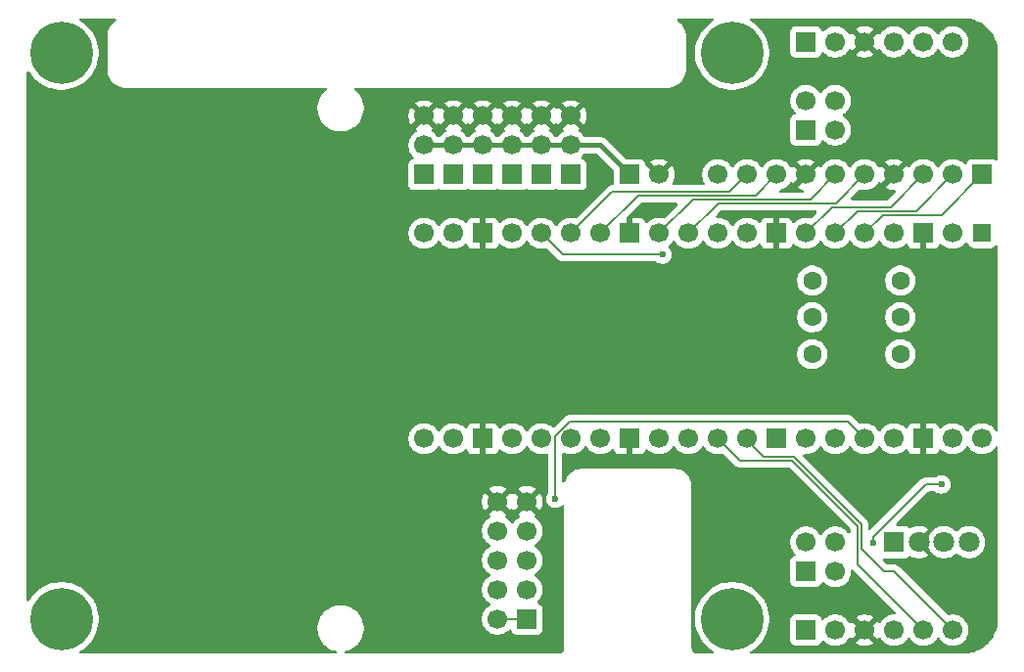
<source format=gtl>
%TF.GenerationSoftware,KiCad,Pcbnew,9.0.7-9.0.7~ubuntu24.04.1*%
%TF.CreationDate,2026-01-31T19:08:08-06:00*%
%TF.ProjectId,PCB,5043422e-6b69-4636-9164-5f7063625858,rev?*%
%TF.SameCoordinates,Original*%
%TF.FileFunction,Copper,L1,Top*%
%TF.FilePolarity,Positive*%
%FSLAX46Y46*%
G04 Gerber Fmt 4.6, Leading zero omitted, Abs format (unit mm)*
G04 Created by KiCad (PCBNEW 9.0.7-9.0.7~ubuntu24.04.1) date 2026-01-31 19:08:08*
%MOMM*%
%LPD*%
G01*
G04 APERTURE LIST*
G04 Aperture macros list*
%AMRoundRect*
0 Rectangle with rounded corners*
0 $1 Rounding radius*
0 $2 $3 $4 $5 $6 $7 $8 $9 X,Y pos of 4 corners*
0 Add a 4 corners polygon primitive as box body*
4,1,4,$2,$3,$4,$5,$6,$7,$8,$9,$2,$3,0*
0 Add four circle primitives for the rounded corners*
1,1,$1+$1,$2,$3*
1,1,$1+$1,$4,$5*
1,1,$1+$1,$6,$7*
1,1,$1+$1,$8,$9*
0 Add four rect primitives between the rounded corners*
20,1,$1+$1,$2,$3,$4,$5,0*
20,1,$1+$1,$4,$5,$6,$7,0*
20,1,$1+$1,$6,$7,$8,$9,0*
20,1,$1+$1,$8,$9,$2,$3,0*%
G04 Aperture macros list end*
%TA.AperFunction,ComponentPad*%
%ADD10R,1.700000X1.700000*%
%TD*%
%TA.AperFunction,ComponentPad*%
%ADD11C,1.700000*%
%TD*%
%TA.AperFunction,ComponentPad*%
%ADD12R,1.800000X1.800000*%
%TD*%
%TA.AperFunction,ComponentPad*%
%ADD13C,1.800000*%
%TD*%
%TA.AperFunction,ComponentPad*%
%ADD14C,0.800000*%
%TD*%
%TA.AperFunction,ComponentPad*%
%ADD15C,5.400000*%
%TD*%
%TA.AperFunction,ComponentPad*%
%ADD16C,1.600000*%
%TD*%
%TA.AperFunction,ComponentPad*%
%ADD17RoundRect,0.200000X-0.600000X0.600000X-0.600000X-0.600000X0.600000X-0.600000X0.600000X0.600000X0*%
%TD*%
%TA.AperFunction,ViaPad*%
%ADD18C,0.600000*%
%TD*%
%TA.AperFunction,Conductor*%
%ADD19C,0.200000*%
%TD*%
%TA.AperFunction,Conductor*%
%ADD20C,0.400000*%
%TD*%
G04 APERTURE END LIST*
D10*
%TO.P,J9,1,Pin_1*%
%TO.N,/RED1*%
X117890000Y-98880000D03*
D11*
%TO.P,J9,2,Pin_2*%
X117890000Y-96340000D03*
%TO.P,J9,3,Pin_3*%
%TO.N,/BLK1*%
X120430000Y-98880000D03*
%TO.P,J9,4,Pin_4*%
X120430000Y-96340000D03*
%TD*%
D10*
%TO.P,J11,1,Pin_1*%
%TO.N,+6V*%
X102650000Y-64530000D03*
D11*
%TO.P,J11,2,Pin_2*%
%TO.N,GND*%
X105190000Y-64530000D03*
%TD*%
D10*
%TO.P,J4,1,Pin_1*%
%TO.N,/Srvo4_Sig*%
X97570000Y-64530000D03*
D11*
%TO.P,J4,2,Pin_2*%
%TO.N,+6V*%
X97570000Y-61990000D03*
%TO.P,J4,3,Pin_3*%
%TO.N,GND*%
X97570000Y-59450000D03*
%TD*%
D12*
%TO.P,D1,1,RA*%
%TO.N,Net-(D1-RA)*%
X125510000Y-96340000D03*
D13*
%TO.P,D1,2,K*%
%TO.N,GND*%
X127669000Y-96340000D03*
%TO.P,D1,3,GA*%
%TO.N,Net-(D1-GA)*%
X129828000Y-96340000D03*
%TO.P,D1,4,BA*%
%TO.N,Net-(D1-BA)*%
X131987000Y-96340000D03*
%TD*%
D14*
%TO.P,H1,1,1*%
%TO.N,unconnected-(H1-Pad1)_8*%
X51475000Y-54000000D03*
%TO.N,unconnected-(H1-Pad1)_3*%
X52068109Y-52568109D03*
%TO.N,unconnected-(H1-Pad1)_6*%
X52068109Y-55431891D03*
%TO.N,unconnected-(H1-Pad1)_7*%
X53500000Y-51975000D03*
D15*
%TO.N,unconnected-(H1-Pad1)_2*%
X53500000Y-54000000D03*
D14*
%TO.N,unconnected-(H1-Pad1)_4*%
X53500000Y-56025000D03*
%TO.N,unconnected-(H1-Pad1)*%
X54931891Y-52568109D03*
%TO.N,unconnected-(H1-Pad1)_1*%
X54931891Y-55431891D03*
%TO.N,unconnected-(H1-Pad1)_5*%
X55525000Y-54000000D03*
%TD*%
D16*
%TO.P,R1,1*%
%TO.N,Net-(D1-RA)*%
X118430000Y-80075000D03*
%TO.P,R1,2*%
%TO.N,/RED*%
X126050000Y-80075000D03*
%TD*%
D10*
%TO.P,S3,1,Pin_1*%
%TO.N,/Srvo3_Sig*%
X89950000Y-64530000D03*
D11*
%TO.P,S3,2,Pin_2*%
%TO.N,+6V*%
X89950000Y-61990000D03*
%TO.P,S3,3,Pin_3*%
%TO.N,GND*%
X89950000Y-59450000D03*
%TD*%
D10*
%TO.P,MOT_DRV_Conn1,1,Pin_1*%
%TO.N,+3V3*%
X93760000Y-103000000D03*
D11*
%TO.P,MOT_DRV_Conn1,2,Pin_2*%
X91220000Y-103000000D03*
%TO.P,MOT_DRV_Conn1,3,Pin_3*%
%TO.N,/PWM2*%
X93760000Y-100460000D03*
%TO.P,MOT_DRV_Conn1,4,Pin_4*%
%TO.N,/PWM1*%
X91220000Y-100460000D03*
%TO.P,MOT_DRV_Conn1,5,Pin_5*%
%TO.N,/INA2*%
X93760000Y-97920000D03*
%TO.P,MOT_DRV_Conn1,6,Pin_6*%
%TO.N,/INA1*%
X91220000Y-97920000D03*
%TO.P,MOT_DRV_Conn1,7,Pin_7*%
%TO.N,/INB2*%
X93760000Y-95380000D03*
%TO.P,MOT_DRV_Conn1,8,Pin_8*%
%TO.N,/INB1*%
X91220000Y-95380000D03*
%TO.P,MOT_DRV_Conn1,9,Pin_9*%
%TO.N,GND*%
X93760000Y-92840000D03*
%TO.P,MOT_DRV_Conn1,10,Pin_10*%
X91220000Y-92840000D03*
%TD*%
D10*
%TO.P,J8,1,Pin_1*%
%TO.N,/RED2*%
X117890000Y-53040000D03*
D11*
%TO.P,J8,2,Pin_2*%
%TO.N,/BLK2*%
X120430000Y-53040000D03*
%TO.P,J8,3,Pin_3*%
%TO.N,GND*%
X122970000Y-53040000D03*
%TO.P,J8,4,Pin_4*%
%TO.N,VBUS*%
X125510000Y-53040000D03*
%TO.P,J8,5,Pin_5*%
%TO.N,/ENCA2*%
X128050000Y-53040000D03*
%TO.P,J8,6,Pin_6*%
%TO.N,/ENCB2*%
X130590000Y-53040000D03*
%TD*%
D16*
%TO.P,R3,1*%
%TO.N,Net-(D1-BA)*%
X118430000Y-73700000D03*
%TO.P,R3,2*%
%TO.N,/BLUE*%
X126050000Y-73700000D03*
%TD*%
D14*
%TO.P,H2,1,1*%
%TO.N,unconnected-(H2-Pad1)_1*%
X51475000Y-103000000D03*
%TO.N,unconnected-(H2-Pad1)_7*%
X52068109Y-101568109D03*
%TO.N,unconnected-(H2-Pad1)_5*%
X52068109Y-104431891D03*
%TO.N,unconnected-(H2-Pad1)*%
X53500000Y-100975000D03*
D15*
%TO.N,unconnected-(H2-Pad1)_2*%
X53500000Y-103000000D03*
D14*
%TO.N,unconnected-(H2-Pad1)_4*%
X53500000Y-105025000D03*
%TO.N,unconnected-(H2-Pad1)_6*%
X54931891Y-101568109D03*
%TO.N,unconnected-(H2-Pad1)_8*%
X54931891Y-104431891D03*
%TO.N,unconnected-(H2-Pad1)_3*%
X55525000Y-103000000D03*
%TD*%
D16*
%TO.P,R2,1*%
%TO.N,Net-(D1-GA)*%
X118430000Y-76887500D03*
%TO.P,R2,2*%
%TO.N,/GREEN*%
X126050000Y-76887500D03*
%TD*%
D10*
%TO.P,S2,1,Pin_1*%
%TO.N,/Srvo2_Sig*%
X87410000Y-64530000D03*
D11*
%TO.P,S2,2,Pin_2*%
%TO.N,+6V*%
X87410000Y-61990000D03*
%TO.P,S2,3,Pin_3*%
%TO.N,GND*%
X87410000Y-59450000D03*
%TD*%
D10*
%TO.P,J7,1,Pin_1*%
%TO.N,/RED1*%
X117890000Y-103960000D03*
D11*
%TO.P,J7,2,Pin_2*%
%TO.N,/BLK1*%
X120430000Y-103960000D03*
%TO.P,J7,3,Pin_3*%
%TO.N,GND*%
X122970000Y-103960000D03*
%TO.P,J7,4,Pin_4*%
%TO.N,VBUS*%
X125510000Y-103960000D03*
%TO.P,J7,5,Pin_5*%
%TO.N,/ENCA1*%
X128050000Y-103960000D03*
%TO.P,J7,6,Pin_6*%
%TO.N,/ENCB1*%
X130590000Y-103960000D03*
%TD*%
D17*
%TO.P,A2,1,GPIO0*%
%TO.N,/RED*%
X133130000Y-69610000D03*
D11*
%TO.P,A2,2,GPIO1*%
%TO.N,/GREEN*%
X130590000Y-69610000D03*
D10*
%TO.P,A2,3,GND*%
%TO.N,GND*%
X128050000Y-69610000D03*
D11*
%TO.P,A2,4,GPIO2*%
%TO.N,/BLUE*%
X125510000Y-69610000D03*
%TO.P,A2,5,GPIO3*%
%TO.N,/GPIO3*%
X122970000Y-69610000D03*
%TO.P,A2,6,GPIO4*%
%TO.N,/GPIO4*%
X120430000Y-69610000D03*
%TO.P,A2,7,GPIO5*%
%TO.N,/GPIO5*%
X117890000Y-69610000D03*
D10*
%TO.P,A2,8,GND*%
%TO.N,GND*%
X115350000Y-69610000D03*
D11*
%TO.P,A2,9,GPIO6*%
%TO.N,/ENCB2*%
X112810000Y-69610000D03*
%TO.P,A2,10,GPIO7*%
%TO.N,/ENCA2*%
X110270000Y-69610000D03*
%TO.P,A2,11,GPIO8*%
%TO.N,/GPIO8*%
X107730000Y-69610000D03*
%TO.P,A2,12,GPIO9*%
%TO.N,/GPIO9*%
X105190000Y-69610000D03*
D10*
%TO.P,A2,13,GND*%
%TO.N,GND*%
X102650000Y-69610000D03*
D11*
%TO.P,A2,14,GPIO10*%
%TO.N,/GPIO10*%
X100110000Y-69610000D03*
%TO.P,A2,15,GPIO11*%
%TO.N,/GPIO11*%
X97570000Y-69610000D03*
%TO.P,A2,16,GPIO12*%
%TO.N,/GPIO12*%
X95030000Y-69610000D03*
%TO.P,A2,17,GPIO13*%
%TO.N,/Srvo3_Sig*%
X92490000Y-69610000D03*
D10*
%TO.P,A2,18,GND*%
%TO.N,GND*%
X89950000Y-69610000D03*
D11*
%TO.P,A2,19,GPIO14*%
%TO.N,/Srvo2_Sig*%
X87410000Y-69610000D03*
%TO.P,A2,20,GPIO15*%
%TO.N,/Srvo1_Sig*%
X84870000Y-69610000D03*
%TO.P,A2,21,GPIO16*%
%TO.N,/PWM1*%
X84870000Y-87390000D03*
%TO.P,A2,22,GPIO17*%
%TO.N,/INA1*%
X87410000Y-87390000D03*
D10*
%TO.P,A2,23,GND*%
%TO.N,GND*%
X89950000Y-87390000D03*
D11*
%TO.P,A2,24,GPIO18*%
%TO.N,/INB1*%
X92490000Y-87390000D03*
%TO.P,A2,25,GPIO19*%
%TO.N,/INB2*%
X95030000Y-87390000D03*
%TO.P,A2,26,GPIO20*%
%TO.N,/INA2*%
X97570000Y-87390000D03*
%TO.P,A2,27,GPIO21*%
%TO.N,/PWM2*%
X100110000Y-87390000D03*
D10*
%TO.P,A2,28,GND*%
%TO.N,GND*%
X102650000Y-87390000D03*
D11*
%TO.P,A2,29,GPIO22*%
%TO.N,/GPIO22*%
X105190000Y-87390000D03*
%TO.P,A2,30,RUN*%
%TO.N,unconnected-(A2-RUN-Pad30)*%
X107730000Y-87390000D03*
%TO.P,A2,31,GPIO26_ADC0*%
%TO.N,/ENCA1*%
X110270000Y-87390000D03*
%TO.P,A2,32,GPIO27_ADC1*%
%TO.N,/ENCB1*%
X112810000Y-87390000D03*
D10*
%TO.P,A2,33,AGND*%
%TO.N,GND*%
X115350000Y-87390000D03*
D11*
%TO.P,A2,34,GPIO28_ADC2*%
%TO.N,/GPIO28*%
X117890000Y-87390000D03*
%TO.P,A2,35,ADC_VREF*%
%TO.N,unconnected-(A2-ADC_VREF-Pad35)*%
X120430000Y-87390000D03*
%TO.P,A2,36,3V3*%
%TO.N,+3V3*%
X122970000Y-87390000D03*
%TO.P,A2,37,3V3_EN*%
%TO.N,unconnected-(A2-3V3_EN-Pad37)*%
X125510000Y-87390000D03*
D10*
%TO.P,A2,38,GND*%
%TO.N,GND*%
X128050000Y-87390000D03*
D11*
%TO.P,A2,39,VSYS*%
%TO.N,5VIN*%
X130590000Y-87390000D03*
%TO.P,A2,40,VBUS*%
%TO.N,VBUS*%
X133130000Y-87390000D03*
%TD*%
D10*
%TO.P,J12,1,Pin_1*%
%TO.N,/GPIO3*%
X133130000Y-64530000D03*
D11*
%TO.P,J12,2,Pin_2*%
%TO.N,/GPIO4*%
X130590000Y-64530000D03*
%TO.P,J12,3,Pin_3*%
%TO.N,/GPIO5*%
X128050000Y-64530000D03*
%TO.P,J12,4,Pin_4*%
%TO.N,GND*%
X125510000Y-64530000D03*
%TO.P,J12,5,Pin_5*%
%TO.N,/GPIO8*%
X122970000Y-64530000D03*
%TO.P,J12,6,Pin_6*%
%TO.N,/GPIO9*%
X120430000Y-64530000D03*
%TO.P,J12,7,Pin_7*%
%TO.N,GND*%
X117890000Y-64530000D03*
%TO.P,J12,8,Pin_8*%
%TO.N,/GPIO10*%
X115350000Y-64530000D03*
%TO.P,J12,9,Pin_9*%
%TO.N,/GPIO11*%
X112810000Y-64530000D03*
%TO.P,J12,10,Pin_10*%
%TO.N,/GPIO12*%
X110270000Y-64530000D03*
%TD*%
D14*
%TO.P,H4,1,1*%
%TO.N,unconnected-(H4-Pad1)_2*%
X109475000Y-54000000D03*
%TO.N,unconnected-(H4-Pad1)_3*%
X110068109Y-52568109D03*
%TO.N,unconnected-(H4-Pad1)_4*%
X110068109Y-55431891D03*
%TO.N,unconnected-(H4-Pad1)_7*%
X111500000Y-51975000D03*
D15*
%TO.N,unconnected-(H4-Pad1)_8*%
X111500000Y-54000000D03*
D14*
%TO.N,unconnected-(H4-Pad1)_5*%
X111500000Y-56025000D03*
%TO.N,unconnected-(H4-Pad1)*%
X112931891Y-52568109D03*
%TO.N,unconnected-(H4-Pad1)_1*%
X112931891Y-55431891D03*
%TO.N,unconnected-(H4-Pad1)_6*%
X113525000Y-54000000D03*
%TD*%
D10*
%TO.P,J6,1,Pin_1*%
%TO.N,/Srvo6_Sig*%
X92490000Y-64530000D03*
D11*
%TO.P,J6,2,Pin_2*%
%TO.N,+6V*%
X92490000Y-61990000D03*
%TO.P,J6,3,Pin_3*%
%TO.N,GND*%
X92490000Y-59450000D03*
%TD*%
D10*
%TO.P,J10,1,Pin_1*%
%TO.N,/RED2*%
X117890000Y-60660000D03*
D11*
%TO.P,J10,2,Pin_2*%
X117890000Y-58120000D03*
%TO.P,J10,3,Pin_3*%
%TO.N,/BLK2*%
X120430000Y-60660000D03*
%TO.P,J10,4,Pin_4*%
X120430000Y-58120000D03*
%TD*%
D10*
%TO.P,J5,1,Pin_1*%
%TO.N,/Srvo5_Sig*%
X95030000Y-64530000D03*
D11*
%TO.P,J5,2,Pin_2*%
%TO.N,+6V*%
X95030000Y-61990000D03*
%TO.P,J5,3,Pin_3*%
%TO.N,GND*%
X95030000Y-59450000D03*
%TD*%
D14*
%TO.P,H3,1,1*%
%TO.N,unconnected-(H3-Pad1)_8*%
X109475000Y-103000000D03*
%TO.N,unconnected-(H3-Pad1)_6*%
X110068109Y-101568109D03*
%TO.N,unconnected-(H3-Pad1)_5*%
X110068109Y-104431891D03*
%TO.N,unconnected-(H3-Pad1)_4*%
X111500000Y-100975000D03*
D15*
%TO.N,unconnected-(H3-Pad1)_1*%
X111500000Y-103000000D03*
D14*
%TO.N,unconnected-(H3-Pad1)*%
X111500000Y-105025000D03*
%TO.N,unconnected-(H3-Pad1)_3*%
X112931891Y-101568109D03*
%TO.N,unconnected-(H3-Pad1)_7*%
X112931891Y-104431891D03*
%TO.N,unconnected-(H3-Pad1)_2*%
X113525000Y-103000000D03*
%TD*%
D10*
%TO.P,S1,1,Pin_1*%
%TO.N,/Srvo1_Sig*%
X84870000Y-64530000D03*
D11*
%TO.P,S1,2,Pin_2*%
%TO.N,+6V*%
X84870000Y-61990000D03*
%TO.P,S1,3,Pin_3*%
%TO.N,GND*%
X84870000Y-59450000D03*
%TD*%
D18*
%TO.N,+3V3*%
X96213000Y-92600000D03*
%TO.N,VBUS*%
X129600000Y-91350000D03*
X123700000Y-96450000D03*
%TO.N,/GPIO12*%
X105475000Y-71450000D03*
%TD*%
D19*
%TO.N,+3V3*%
X96213000Y-92600000D02*
X96213000Y-87187000D01*
X97475000Y-85925000D02*
X121505000Y-85925000D01*
X96213000Y-87187000D02*
X97475000Y-85925000D01*
X121505000Y-85925000D02*
X122970000Y-87390000D01*
%TO.N,/GPIO4*%
X130590000Y-64530000D02*
X127423000Y-67697000D01*
X124419138Y-67697000D02*
X124416138Y-67700000D01*
X127423000Y-67697000D02*
X124419138Y-67697000D01*
X124416138Y-67700000D02*
X122340000Y-67700000D01*
X122340000Y-67700000D02*
X120430000Y-69610000D01*
%TO.N,/GPIO10*%
X113511000Y-66369000D02*
X103351000Y-66369000D01*
X115350000Y-64530000D02*
X113511000Y-66369000D01*
X103351000Y-66369000D02*
X100110000Y-69610000D01*
%TO.N,/GPIO9*%
X120430000Y-64530000D02*
X118263000Y-66697000D01*
X108103000Y-66697000D02*
X105190000Y-69610000D01*
X118263000Y-66697000D02*
X108103000Y-66697000D01*
%TO.N,/GPIO11*%
X101139000Y-66041000D02*
X97570000Y-69610000D01*
X111299000Y-66041000D02*
X101139000Y-66041000D01*
X112810000Y-64530000D02*
X111299000Y-66041000D01*
%TO.N,VBUS*%
X123700000Y-95894000D02*
X123700000Y-96450000D01*
X129600000Y-91350000D02*
X128244000Y-91350000D01*
X128244000Y-91350000D02*
X123700000Y-95894000D01*
%TO.N,/GPIO8*%
X120014138Y-67022000D02*
X120011138Y-67025000D01*
X122970000Y-64530000D02*
X120478000Y-67022000D01*
X120011138Y-67025000D02*
X110315000Y-67025000D01*
X110315000Y-67025000D02*
X107730000Y-69610000D01*
X120478000Y-67022000D02*
X120014138Y-67022000D01*
%TO.N,/GPIO5*%
X128050000Y-64530000D02*
X125230000Y-67350000D01*
X125230000Y-67350000D02*
X120150000Y-67350000D01*
X120150000Y-67350000D02*
X117890000Y-69610000D01*
%TO.N,/ENCA1*%
X122350000Y-96988862D02*
X122347000Y-96985862D01*
X122350000Y-98260000D02*
X122350000Y-96988862D01*
X122347000Y-96985862D02*
X122347000Y-94935862D01*
X122347000Y-94935862D02*
X116689138Y-89278000D01*
X112158000Y-89278000D02*
X110270000Y-87390000D01*
X128050000Y-103960000D02*
X122350000Y-98260000D01*
X116689138Y-89278000D02*
X112158000Y-89278000D01*
%TO.N,/ENCB1*%
X114200000Y-88950000D02*
X112810000Y-87560000D01*
X122675000Y-94800000D02*
X116825000Y-88950000D01*
X125530000Y-98900000D02*
X124650000Y-98900000D01*
X112810000Y-87560000D02*
X112810000Y-87390000D01*
X130590000Y-103960000D02*
X125530000Y-98900000D01*
X116825000Y-88950000D02*
X114200000Y-88950000D01*
X122675000Y-96925000D02*
X122675000Y-94800000D01*
X124650000Y-98900000D02*
X122675000Y-96925000D01*
%TO.N,+3V3*%
X91220000Y-103000000D02*
X93760000Y-103000000D01*
%TO.N,/GPIO3*%
X129635000Y-68025000D02*
X124555000Y-68025000D01*
X124555000Y-68025000D02*
X122970000Y-69610000D01*
X133130000Y-64530000D02*
X129635000Y-68025000D01*
%TO.N,/GPIO12*%
X105475000Y-71450000D02*
X96870000Y-71450000D01*
X96870000Y-71450000D02*
X95030000Y-69610000D01*
D20*
%TO.N,+6V*%
X102650000Y-64530000D02*
X100110000Y-61990000D01*
X100110000Y-61990000D02*
X84870000Y-61990000D01*
%TD*%
%TA.AperFunction,Conductor*%
%TO.N,GND*%
G36*
X93294075Y-93032993D02*
G01*
X93359901Y-93147007D01*
X93452993Y-93240099D01*
X93567007Y-93305925D01*
X93630590Y-93322962D01*
X92998282Y-93955269D01*
X92998282Y-93955270D01*
X93052452Y-93994626D01*
X93052451Y-93994626D01*
X93061495Y-93999234D01*
X93112292Y-94047208D01*
X93129087Y-94115029D01*
X93106550Y-94181164D01*
X93061499Y-94220202D01*
X93052182Y-94224949D01*
X92880213Y-94349890D01*
X92729890Y-94500213D01*
X92604949Y-94672182D01*
X92600484Y-94680946D01*
X92552509Y-94731742D01*
X92484688Y-94748536D01*
X92418553Y-94725998D01*
X92379516Y-94680946D01*
X92375050Y-94672182D01*
X92250109Y-94500213D01*
X92099786Y-94349890D01*
X91927817Y-94224949D01*
X91918504Y-94220204D01*
X91867707Y-94172230D01*
X91850912Y-94104409D01*
X91873449Y-94038274D01*
X91918507Y-93999232D01*
X91927555Y-93994622D01*
X91981716Y-93955270D01*
X91981717Y-93955270D01*
X91349408Y-93322962D01*
X91412993Y-93305925D01*
X91527007Y-93240099D01*
X91620099Y-93147007D01*
X91685925Y-93032993D01*
X91702962Y-92969408D01*
X92335270Y-93601717D01*
X92335270Y-93601716D01*
X92374622Y-93547554D01*
X92379514Y-93537954D01*
X92427488Y-93487157D01*
X92495308Y-93470361D01*
X92561444Y-93492897D01*
X92600486Y-93537954D01*
X92605375Y-93547550D01*
X92644728Y-93601716D01*
X93277037Y-92969408D01*
X93294075Y-93032993D01*
G37*
%TD.AperFunction*%
%TA.AperFunction,Conductor*%
G36*
X58202591Y-51020185D02*
G01*
X58248346Y-51072989D01*
X58258290Y-51142147D01*
X58229265Y-51205703D01*
X58202591Y-51228815D01*
X58098493Y-51295714D01*
X58098487Y-51295718D01*
X57936275Y-51436275D01*
X57795720Y-51598485D01*
X57679679Y-51779048D01*
X57679672Y-51779061D01*
X57590517Y-51974284D01*
X57530047Y-52180225D01*
X57530044Y-52180235D01*
X57499500Y-52392682D01*
X57499500Y-55607317D01*
X57530044Y-55819764D01*
X57530047Y-55819774D01*
X57590517Y-56025715D01*
X57679672Y-56220938D01*
X57679679Y-56220951D01*
X57795720Y-56401514D01*
X57936275Y-56563724D01*
X58060277Y-56671172D01*
X58098487Y-56704281D01*
X58227531Y-56787211D01*
X58279048Y-56820320D01*
X58279061Y-56820327D01*
X58474284Y-56909482D01*
X58474288Y-56909483D01*
X58474290Y-56909484D01*
X58680231Y-56969954D01*
X58680232Y-56969954D01*
X58680235Y-56969955D01*
X58743584Y-56979062D01*
X58892682Y-57000500D01*
X58934108Y-57000500D01*
X76343682Y-57000500D01*
X76410721Y-57020185D01*
X76456476Y-57072989D01*
X76466420Y-57142147D01*
X76437395Y-57205703D01*
X76419169Y-57222875D01*
X76328148Y-57292718D01*
X76142718Y-57478148D01*
X75983075Y-57686196D01*
X75851958Y-57913299D01*
X75851953Y-57913309D01*
X75751605Y-58155571D01*
X75751602Y-58155581D01*
X75683731Y-58408883D01*
X75683730Y-58408885D01*
X75649500Y-58668872D01*
X75649500Y-58931127D01*
X75665138Y-59049901D01*
X75683730Y-59191116D01*
X75748831Y-59434076D01*
X75751602Y-59444418D01*
X75751605Y-59444428D01*
X75851953Y-59686690D01*
X75851958Y-59686700D01*
X75983075Y-59913803D01*
X76142718Y-60121851D01*
X76142726Y-60121860D01*
X76328140Y-60307274D01*
X76328148Y-60307281D01*
X76536196Y-60466924D01*
X76763299Y-60598041D01*
X76763309Y-60598046D01*
X77005571Y-60698394D01*
X77005581Y-60698398D01*
X77258884Y-60766270D01*
X77518880Y-60800500D01*
X77518887Y-60800500D01*
X77781113Y-60800500D01*
X77781120Y-60800500D01*
X78041116Y-60766270D01*
X78294419Y-60698398D01*
X78509680Y-60609234D01*
X78536690Y-60598046D01*
X78536691Y-60598045D01*
X78536697Y-60598043D01*
X78763803Y-60466924D01*
X78971851Y-60307282D01*
X78971855Y-60307277D01*
X78971860Y-60307274D01*
X79157274Y-60121860D01*
X79157277Y-60121855D01*
X79157282Y-60121851D01*
X79316924Y-59913803D01*
X79448043Y-59686697D01*
X79548398Y-59444419D01*
X79616270Y-59191116D01*
X79650500Y-58931120D01*
X79650500Y-58668880D01*
X79616270Y-58408884D01*
X79548398Y-58155581D01*
X79495294Y-58027376D01*
X79489635Y-58013713D01*
X116539500Y-58013713D01*
X116539500Y-58226286D01*
X116572753Y-58436239D01*
X116638444Y-58638414D01*
X116734951Y-58827820D01*
X116859890Y-58999786D01*
X116973430Y-59113326D01*
X117006915Y-59174649D01*
X117001931Y-59244341D01*
X116960059Y-59300274D01*
X116929083Y-59317189D01*
X116797669Y-59366203D01*
X116797664Y-59366206D01*
X116682455Y-59452452D01*
X116682452Y-59452455D01*
X116596206Y-59567664D01*
X116596202Y-59567671D01*
X116545908Y-59702517D01*
X116539501Y-59762116D01*
X116539500Y-59762135D01*
X116539500Y-61557870D01*
X116539501Y-61557876D01*
X116545908Y-61617483D01*
X116596202Y-61752328D01*
X116596206Y-61752335D01*
X116682452Y-61867544D01*
X116682455Y-61867547D01*
X116797664Y-61953793D01*
X116797671Y-61953797D01*
X116932517Y-62004091D01*
X116932516Y-62004091D01*
X116939444Y-62004835D01*
X116992127Y-62010500D01*
X118787872Y-62010499D01*
X118847483Y-62004091D01*
X118982331Y-61953796D01*
X119097546Y-61867546D01*
X119183796Y-61752331D01*
X119232810Y-61620916D01*
X119274681Y-61564984D01*
X119340145Y-61540566D01*
X119408418Y-61555417D01*
X119436673Y-61576569D01*
X119550213Y-61690109D01*
X119722179Y-61815048D01*
X119722181Y-61815049D01*
X119722184Y-61815051D01*
X119911588Y-61911557D01*
X120113757Y-61977246D01*
X120323713Y-62010500D01*
X120323714Y-62010500D01*
X120536286Y-62010500D01*
X120536287Y-62010500D01*
X120746243Y-61977246D01*
X120948412Y-61911557D01*
X121137816Y-61815051D01*
X121224138Y-61752335D01*
X121309786Y-61690109D01*
X121309788Y-61690106D01*
X121309792Y-61690104D01*
X121460104Y-61539792D01*
X121460106Y-61539788D01*
X121460109Y-61539786D01*
X121585048Y-61367820D01*
X121585047Y-61367820D01*
X121585051Y-61367816D01*
X121681557Y-61178412D01*
X121747246Y-60976243D01*
X121780500Y-60766287D01*
X121780500Y-60553713D01*
X121747246Y-60343757D01*
X121681557Y-60141588D01*
X121585051Y-59952184D01*
X121585049Y-59952181D01*
X121585048Y-59952179D01*
X121460109Y-59780213D01*
X121309786Y-59629890D01*
X121137820Y-59504951D01*
X121137115Y-59504591D01*
X121129054Y-59500485D01*
X121078259Y-59452512D01*
X121061463Y-59384692D01*
X121083999Y-59318556D01*
X121129054Y-59279515D01*
X121137816Y-59275051D01*
X121227554Y-59209853D01*
X121309786Y-59150109D01*
X121309788Y-59150106D01*
X121309792Y-59150104D01*
X121460104Y-58999792D01*
X121460106Y-58999788D01*
X121460109Y-58999786D01*
X121585048Y-58827820D01*
X121585047Y-58827820D01*
X121585051Y-58827816D01*
X121681557Y-58638412D01*
X121747246Y-58436243D01*
X121780500Y-58226287D01*
X121780500Y-58013713D01*
X121747246Y-57803757D01*
X121681557Y-57601588D01*
X121585051Y-57412184D01*
X121585049Y-57412181D01*
X121585048Y-57412179D01*
X121460109Y-57240213D01*
X121309786Y-57089890D01*
X121137820Y-56964951D01*
X120948414Y-56868444D01*
X120948413Y-56868443D01*
X120948412Y-56868443D01*
X120746243Y-56802754D01*
X120746241Y-56802753D01*
X120746240Y-56802753D01*
X120584957Y-56777208D01*
X120536287Y-56769500D01*
X120323713Y-56769500D01*
X120275042Y-56777208D01*
X120113760Y-56802753D01*
X119911585Y-56868444D01*
X119722179Y-56964951D01*
X119550213Y-57089890D01*
X119399890Y-57240213D01*
X119274949Y-57412182D01*
X119270484Y-57420946D01*
X119222509Y-57471742D01*
X119154688Y-57488536D01*
X119088553Y-57465998D01*
X119049516Y-57420946D01*
X119045050Y-57412182D01*
X118920109Y-57240213D01*
X118769786Y-57089890D01*
X118597820Y-56964951D01*
X118408414Y-56868444D01*
X118408413Y-56868443D01*
X118408412Y-56868443D01*
X118206243Y-56802754D01*
X118206241Y-56802753D01*
X118206240Y-56802753D01*
X118044957Y-56777208D01*
X117996287Y-56769500D01*
X117783713Y-56769500D01*
X117735042Y-56777208D01*
X117573760Y-56802753D01*
X117371585Y-56868444D01*
X117182179Y-56964951D01*
X117010213Y-57089890D01*
X116859890Y-57240213D01*
X116734951Y-57412179D01*
X116638444Y-57601585D01*
X116572753Y-57803760D01*
X116539500Y-58013713D01*
X79489635Y-58013713D01*
X79448046Y-57913309D01*
X79448041Y-57913299D01*
X79316924Y-57686196D01*
X79157281Y-57478148D01*
X79157274Y-57478140D01*
X78971860Y-57292726D01*
X78971851Y-57292718D01*
X78880831Y-57222875D01*
X78839628Y-57166447D01*
X78835474Y-57096701D01*
X78869687Y-57035781D01*
X78931405Y-57003029D01*
X78956318Y-57000500D01*
X106107317Y-57000500D01*
X106107318Y-57000500D01*
X106277851Y-56975980D01*
X106319764Y-56969955D01*
X106319765Y-56969954D01*
X106319769Y-56969954D01*
X106525710Y-56909484D01*
X106525713Y-56909482D01*
X106525715Y-56909482D01*
X106720938Y-56820327D01*
X106720944Y-56820323D01*
X106720950Y-56820321D01*
X106901513Y-56704281D01*
X107063724Y-56563724D01*
X107204281Y-56401513D01*
X107320321Y-56220950D01*
X107320323Y-56220944D01*
X107320327Y-56220938D01*
X107409482Y-56025715D01*
X107409482Y-56025713D01*
X107409484Y-56025710D01*
X107469954Y-55819769D01*
X107500500Y-55607318D01*
X107500500Y-55500000D01*
X107500500Y-55434108D01*
X107500500Y-52434108D01*
X107500500Y-52392682D01*
X107478107Y-52236938D01*
X107469955Y-52180235D01*
X107469952Y-52180225D01*
X107464075Y-52160208D01*
X107409484Y-51974290D01*
X107409483Y-51974288D01*
X107409482Y-51974284D01*
X107320327Y-51779061D01*
X107320320Y-51779048D01*
X107262771Y-51689500D01*
X107204281Y-51598487D01*
X107171172Y-51560277D01*
X107063724Y-51436275D01*
X106901512Y-51295718D01*
X106901506Y-51295714D01*
X106797409Y-51228815D01*
X106751654Y-51176012D01*
X106741710Y-51106853D01*
X106770735Y-51043297D01*
X106829513Y-51005523D01*
X106864448Y-51000500D01*
X109827648Y-51000500D01*
X109894687Y-51020185D01*
X109940442Y-51072989D01*
X109950386Y-51142147D01*
X109921361Y-51205703D01*
X109893620Y-51229494D01*
X109645045Y-51385684D01*
X109363997Y-51609811D01*
X109109811Y-51863997D01*
X108885684Y-52145045D01*
X108694432Y-52449420D01*
X108538465Y-52773288D01*
X108419741Y-53112580D01*
X108419737Y-53112592D01*
X108339748Y-53463048D01*
X108339746Y-53463064D01*
X108299500Y-53820259D01*
X108299500Y-54179740D01*
X108339746Y-54536935D01*
X108339748Y-54536951D01*
X108419737Y-54887407D01*
X108419741Y-54887419D01*
X108538465Y-55226711D01*
X108694432Y-55550579D01*
X108694434Y-55550582D01*
X108885685Y-55854956D01*
X109109812Y-56136003D01*
X109363997Y-56390188D01*
X109645044Y-56614315D01*
X109949418Y-56805566D01*
X110273292Y-56961536D01*
X110528119Y-57050703D01*
X110612580Y-57080258D01*
X110612592Y-57080262D01*
X110963052Y-57160252D01*
X111320260Y-57200499D01*
X111320261Y-57200500D01*
X111320264Y-57200500D01*
X111679739Y-57200500D01*
X111679739Y-57200499D01*
X112036948Y-57160252D01*
X112387408Y-57080262D01*
X112726708Y-56961536D01*
X113050582Y-56805566D01*
X113354956Y-56614315D01*
X113636003Y-56390188D01*
X113890188Y-56136003D01*
X114114315Y-55854956D01*
X114305566Y-55550582D01*
X114461536Y-55226708D01*
X114580262Y-54887408D01*
X114660252Y-54536948D01*
X114700500Y-54179736D01*
X114700500Y-53820264D01*
X114660252Y-53463052D01*
X114580262Y-53112592D01*
X114577894Y-53105826D01*
X114550703Y-53028119D01*
X114461536Y-52773292D01*
X114305566Y-52449418D01*
X114136427Y-52180235D01*
X114114318Y-52145048D01*
X114111995Y-52142135D01*
X116539500Y-52142135D01*
X116539500Y-53937870D01*
X116539501Y-53937876D01*
X116545908Y-53997483D01*
X116596202Y-54132328D01*
X116596206Y-54132335D01*
X116682452Y-54247544D01*
X116682455Y-54247547D01*
X116797664Y-54333793D01*
X116797671Y-54333797D01*
X116932517Y-54384091D01*
X116932516Y-54384091D01*
X116939444Y-54384835D01*
X116992127Y-54390500D01*
X118787872Y-54390499D01*
X118847483Y-54384091D01*
X118982331Y-54333796D01*
X119097546Y-54247546D01*
X119183796Y-54132331D01*
X119232810Y-54000916D01*
X119274681Y-53944984D01*
X119340145Y-53920566D01*
X119408418Y-53935417D01*
X119436673Y-53956569D01*
X119550213Y-54070109D01*
X119722179Y-54195048D01*
X119722181Y-54195049D01*
X119722184Y-54195051D01*
X119911588Y-54291557D01*
X120113757Y-54357246D01*
X120323713Y-54390500D01*
X120323714Y-54390500D01*
X120536286Y-54390500D01*
X120536287Y-54390500D01*
X120746243Y-54357246D01*
X120948412Y-54291557D01*
X121137816Y-54195051D01*
X121224138Y-54132335D01*
X121309786Y-54070109D01*
X121309788Y-54070106D01*
X121309792Y-54070104D01*
X121460104Y-53919792D01*
X121460106Y-53919788D01*
X121460109Y-53919786D01*
X121545890Y-53801717D01*
X121585051Y-53747816D01*
X121589793Y-53738508D01*
X121637763Y-53687711D01*
X121705583Y-53670911D01*
X121771719Y-53693445D01*
X121810763Y-53738500D01*
X121815373Y-53747547D01*
X121854728Y-53801716D01*
X122487037Y-53169408D01*
X122504075Y-53232993D01*
X122569901Y-53347007D01*
X122662993Y-53440099D01*
X122777007Y-53505925D01*
X122840590Y-53522962D01*
X122208282Y-54155269D01*
X122208282Y-54155270D01*
X122262449Y-54194624D01*
X122451782Y-54291095D01*
X122653870Y-54356757D01*
X122863754Y-54390000D01*
X123076246Y-54390000D01*
X123286127Y-54356757D01*
X123286130Y-54356757D01*
X123488217Y-54291095D01*
X123677554Y-54194622D01*
X123731716Y-54155270D01*
X123731717Y-54155270D01*
X123099408Y-53522962D01*
X123162993Y-53505925D01*
X123277007Y-53440099D01*
X123370099Y-53347007D01*
X123435925Y-53232993D01*
X123452962Y-53169408D01*
X124085270Y-53801717D01*
X124085270Y-53801716D01*
X124124622Y-53747555D01*
X124129232Y-53738507D01*
X124177205Y-53687709D01*
X124245025Y-53670912D01*
X124311161Y-53693447D01*
X124350204Y-53738504D01*
X124354949Y-53747817D01*
X124479890Y-53919786D01*
X124630213Y-54070109D01*
X124802179Y-54195048D01*
X124802181Y-54195049D01*
X124802184Y-54195051D01*
X124991588Y-54291557D01*
X125193757Y-54357246D01*
X125403713Y-54390500D01*
X125403714Y-54390500D01*
X125616286Y-54390500D01*
X125616287Y-54390500D01*
X125826243Y-54357246D01*
X126028412Y-54291557D01*
X126217816Y-54195051D01*
X126304138Y-54132335D01*
X126389786Y-54070109D01*
X126389788Y-54070106D01*
X126389792Y-54070104D01*
X126540104Y-53919792D01*
X126540106Y-53919788D01*
X126540109Y-53919786D01*
X126665048Y-53747820D01*
X126665047Y-53747820D01*
X126665051Y-53747816D01*
X126669514Y-53739054D01*
X126717488Y-53688259D01*
X126785308Y-53671463D01*
X126851444Y-53693999D01*
X126890486Y-53739056D01*
X126894951Y-53747820D01*
X127019890Y-53919786D01*
X127170213Y-54070109D01*
X127342179Y-54195048D01*
X127342181Y-54195049D01*
X127342184Y-54195051D01*
X127531588Y-54291557D01*
X127733757Y-54357246D01*
X127943713Y-54390500D01*
X127943714Y-54390500D01*
X128156286Y-54390500D01*
X128156287Y-54390500D01*
X128366243Y-54357246D01*
X128568412Y-54291557D01*
X128757816Y-54195051D01*
X128844138Y-54132335D01*
X128929786Y-54070109D01*
X128929788Y-54070106D01*
X128929792Y-54070104D01*
X129080104Y-53919792D01*
X129080106Y-53919788D01*
X129080109Y-53919786D01*
X129205048Y-53747820D01*
X129205047Y-53747820D01*
X129205051Y-53747816D01*
X129209514Y-53739054D01*
X129257488Y-53688259D01*
X129325308Y-53671463D01*
X129391444Y-53693999D01*
X129430486Y-53739056D01*
X129434951Y-53747820D01*
X129559890Y-53919786D01*
X129710213Y-54070109D01*
X129882179Y-54195048D01*
X129882181Y-54195049D01*
X129882184Y-54195051D01*
X130071588Y-54291557D01*
X130273757Y-54357246D01*
X130483713Y-54390500D01*
X130483714Y-54390500D01*
X130696286Y-54390500D01*
X130696287Y-54390500D01*
X130906243Y-54357246D01*
X131108412Y-54291557D01*
X131297816Y-54195051D01*
X131384138Y-54132335D01*
X131469786Y-54070109D01*
X131469788Y-54070106D01*
X131469792Y-54070104D01*
X131620104Y-53919792D01*
X131620106Y-53919788D01*
X131620109Y-53919786D01*
X131745048Y-53747820D01*
X131745047Y-53747820D01*
X131745051Y-53747816D01*
X131841557Y-53558412D01*
X131907246Y-53356243D01*
X131940500Y-53146287D01*
X131940500Y-52933713D01*
X131907246Y-52723757D01*
X131841557Y-52521588D01*
X131745051Y-52332184D01*
X131745049Y-52332181D01*
X131745048Y-52332179D01*
X131620109Y-52160213D01*
X131469786Y-52009890D01*
X131297820Y-51884951D01*
X131108414Y-51788444D01*
X131108413Y-51788443D01*
X131108412Y-51788443D01*
X130906243Y-51722754D01*
X130906241Y-51722753D01*
X130906240Y-51722753D01*
X130744957Y-51697208D01*
X130696287Y-51689500D01*
X130483713Y-51689500D01*
X130435042Y-51697208D01*
X130273760Y-51722753D01*
X130071585Y-51788444D01*
X129882179Y-51884951D01*
X129710213Y-52009890D01*
X129559890Y-52160213D01*
X129434949Y-52332182D01*
X129430484Y-52340946D01*
X129382509Y-52391742D01*
X129314688Y-52408536D01*
X129248553Y-52385998D01*
X129209516Y-52340946D01*
X129205050Y-52332182D01*
X129080109Y-52160213D01*
X128929786Y-52009890D01*
X128757820Y-51884951D01*
X128568414Y-51788444D01*
X128568413Y-51788443D01*
X128568412Y-51788443D01*
X128366243Y-51722754D01*
X128366241Y-51722753D01*
X128366240Y-51722753D01*
X128204957Y-51697208D01*
X128156287Y-51689500D01*
X127943713Y-51689500D01*
X127895042Y-51697208D01*
X127733760Y-51722753D01*
X127531585Y-51788444D01*
X127342179Y-51884951D01*
X127170213Y-52009890D01*
X127019890Y-52160213D01*
X126894949Y-52332182D01*
X126890484Y-52340946D01*
X126842509Y-52391742D01*
X126774688Y-52408536D01*
X126708553Y-52385998D01*
X126669516Y-52340946D01*
X126665050Y-52332182D01*
X126540109Y-52160213D01*
X126389786Y-52009890D01*
X126217820Y-51884951D01*
X126028414Y-51788444D01*
X126028413Y-51788443D01*
X126028412Y-51788443D01*
X125826243Y-51722754D01*
X125826241Y-51722753D01*
X125826240Y-51722753D01*
X125664957Y-51697208D01*
X125616287Y-51689500D01*
X125403713Y-51689500D01*
X125355042Y-51697208D01*
X125193760Y-51722753D01*
X124991585Y-51788444D01*
X124802179Y-51884951D01*
X124630213Y-52009890D01*
X124479890Y-52160213D01*
X124354949Y-52332182D01*
X124350202Y-52341499D01*
X124302227Y-52392293D01*
X124234405Y-52409087D01*
X124168271Y-52386548D01*
X124129234Y-52341495D01*
X124124626Y-52332452D01*
X124085270Y-52278282D01*
X124085269Y-52278282D01*
X123452962Y-52910590D01*
X123435925Y-52847007D01*
X123370099Y-52732993D01*
X123277007Y-52639901D01*
X123162993Y-52574075D01*
X123099409Y-52557037D01*
X123731716Y-51924728D01*
X123677550Y-51885375D01*
X123488217Y-51788904D01*
X123286129Y-51723242D01*
X123076246Y-51690000D01*
X122863754Y-51690000D01*
X122653872Y-51723242D01*
X122653869Y-51723242D01*
X122451782Y-51788904D01*
X122262439Y-51885380D01*
X122208282Y-51924727D01*
X122208282Y-51924728D01*
X122840591Y-52557037D01*
X122777007Y-52574075D01*
X122662993Y-52639901D01*
X122569901Y-52732993D01*
X122504075Y-52847007D01*
X122487037Y-52910591D01*
X121854728Y-52278282D01*
X121854727Y-52278282D01*
X121815380Y-52332440D01*
X121815376Y-52332446D01*
X121810760Y-52341505D01*
X121762781Y-52392297D01*
X121694959Y-52409087D01*
X121628826Y-52386543D01*
X121589794Y-52341493D01*
X121585051Y-52332184D01*
X121585049Y-52332181D01*
X121585048Y-52332179D01*
X121460109Y-52160213D01*
X121309786Y-52009890D01*
X121137820Y-51884951D01*
X120948414Y-51788444D01*
X120948413Y-51788443D01*
X120948412Y-51788443D01*
X120746243Y-51722754D01*
X120746241Y-51722753D01*
X120746240Y-51722753D01*
X120584957Y-51697208D01*
X120536287Y-51689500D01*
X120323713Y-51689500D01*
X120275042Y-51697208D01*
X120113760Y-51722753D01*
X119911585Y-51788444D01*
X119722179Y-51884951D01*
X119550215Y-52009889D01*
X119436673Y-52123431D01*
X119375350Y-52156915D01*
X119305658Y-52151931D01*
X119249725Y-52110059D01*
X119232810Y-52079082D01*
X119183797Y-51947671D01*
X119183793Y-51947664D01*
X119097547Y-51832455D01*
X119097544Y-51832452D01*
X118982335Y-51746206D01*
X118982328Y-51746202D01*
X118847482Y-51695908D01*
X118847483Y-51695908D01*
X118787883Y-51689501D01*
X118787881Y-51689500D01*
X118787873Y-51689500D01*
X118787864Y-51689500D01*
X116992129Y-51689500D01*
X116992123Y-51689501D01*
X116932516Y-51695908D01*
X116797671Y-51746202D01*
X116797664Y-51746206D01*
X116682455Y-51832452D01*
X116682452Y-51832455D01*
X116596206Y-51947664D01*
X116596202Y-51947671D01*
X116545908Y-52082517D01*
X116539501Y-52142116D01*
X116539500Y-52142135D01*
X114111995Y-52142135D01*
X114111989Y-52142128D01*
X113890188Y-51863997D01*
X113636003Y-51609812D01*
X113621799Y-51598485D01*
X113418395Y-51436276D01*
X113354956Y-51385685D01*
X113154643Y-51259820D01*
X113106380Y-51229494D01*
X113060089Y-51177159D01*
X113049441Y-51108106D01*
X113077816Y-51044257D01*
X113136206Y-51005885D01*
X113172352Y-51000500D01*
X131434108Y-51000500D01*
X131496754Y-51000500D01*
X131503243Y-51000669D01*
X131602749Y-51005885D01*
X131807046Y-51016592D01*
X131819953Y-51017949D01*
X131949483Y-51038464D01*
X132117209Y-51065028D01*
X132129896Y-51067724D01*
X132420625Y-51145625D01*
X132432965Y-51149635D01*
X132713938Y-51257490D01*
X132725790Y-51262767D01*
X132993968Y-51399411D01*
X133005199Y-51405896D01*
X133257608Y-51569812D01*
X133268109Y-51577441D01*
X133502010Y-51766850D01*
X133511655Y-51775535D01*
X133724464Y-51988344D01*
X133733149Y-51997989D01*
X133922558Y-52231890D01*
X133930187Y-52242391D01*
X134094101Y-52494796D01*
X134100591Y-52506036D01*
X134237231Y-52774206D01*
X134242510Y-52786064D01*
X134350363Y-53067033D01*
X134354374Y-53079376D01*
X134432273Y-53370097D01*
X134434971Y-53382794D01*
X134482050Y-53680046D01*
X134483407Y-53692953D01*
X134499330Y-53996756D01*
X134499500Y-54003246D01*
X134499500Y-63195970D01*
X134479815Y-63263009D01*
X134427011Y-63308764D01*
X134357853Y-63318708D01*
X134301189Y-63295237D01*
X134278755Y-63278443D01*
X134222331Y-63236204D01*
X134222329Y-63236203D01*
X134222328Y-63236202D01*
X134087482Y-63185908D01*
X134087483Y-63185908D01*
X134027883Y-63179501D01*
X134027881Y-63179500D01*
X134027873Y-63179500D01*
X134027864Y-63179500D01*
X132232129Y-63179500D01*
X132232123Y-63179501D01*
X132172516Y-63185908D01*
X132037671Y-63236202D01*
X132037664Y-63236206D01*
X131922455Y-63322452D01*
X131922452Y-63322455D01*
X131836206Y-63437664D01*
X131836203Y-63437669D01*
X131787189Y-63569083D01*
X131745317Y-63625016D01*
X131679853Y-63649433D01*
X131611580Y-63634581D01*
X131583326Y-63613430D01*
X131469786Y-63499890D01*
X131297820Y-63374951D01*
X131108414Y-63278444D01*
X131108413Y-63278443D01*
X131108412Y-63278443D01*
X130906243Y-63212754D01*
X130906241Y-63212753D01*
X130906240Y-63212753D01*
X130744833Y-63187189D01*
X130696287Y-63179500D01*
X130483713Y-63179500D01*
X130435167Y-63187189D01*
X130273760Y-63212753D01*
X130071585Y-63278444D01*
X129882179Y-63374951D01*
X129710213Y-63499890D01*
X129559890Y-63650213D01*
X129434949Y-63822182D01*
X129430484Y-63830946D01*
X129382509Y-63881742D01*
X129314688Y-63898536D01*
X129248553Y-63875998D01*
X129209516Y-63830946D01*
X129205050Y-63822182D01*
X129080109Y-63650213D01*
X128929786Y-63499890D01*
X128757820Y-63374951D01*
X128568414Y-63278444D01*
X128568413Y-63278443D01*
X128568412Y-63278443D01*
X128366243Y-63212754D01*
X128366241Y-63212753D01*
X128366240Y-63212753D01*
X128204833Y-63187189D01*
X128156287Y-63179500D01*
X127943713Y-63179500D01*
X127895167Y-63187189D01*
X127733760Y-63212753D01*
X127531585Y-63278444D01*
X127342179Y-63374951D01*
X127170213Y-63499890D01*
X127019890Y-63650213D01*
X126894949Y-63822182D01*
X126890202Y-63831499D01*
X126842227Y-63882293D01*
X126774405Y-63899087D01*
X126708271Y-63876548D01*
X126669234Y-63831495D01*
X126664626Y-63822452D01*
X126625270Y-63768282D01*
X126625269Y-63768282D01*
X125992962Y-64400590D01*
X125975925Y-64337007D01*
X125910099Y-64222993D01*
X125817007Y-64129901D01*
X125702993Y-64064075D01*
X125639409Y-64047037D01*
X126271716Y-63414728D01*
X126217550Y-63375375D01*
X126028217Y-63278904D01*
X125826129Y-63213242D01*
X125616246Y-63180000D01*
X125403754Y-63180000D01*
X125193872Y-63213242D01*
X125193869Y-63213242D01*
X124991782Y-63278904D01*
X124802439Y-63375380D01*
X124748282Y-63414727D01*
X124748282Y-63414728D01*
X125380591Y-64047037D01*
X125317007Y-64064075D01*
X125202993Y-64129901D01*
X125109901Y-64222993D01*
X125044075Y-64337007D01*
X125027037Y-64400591D01*
X124394728Y-63768282D01*
X124394727Y-63768282D01*
X124355380Y-63822440D01*
X124355376Y-63822446D01*
X124350760Y-63831505D01*
X124302781Y-63882297D01*
X124234959Y-63899087D01*
X124168826Y-63876543D01*
X124129794Y-63831493D01*
X124125051Y-63822184D01*
X124125049Y-63822181D01*
X124125048Y-63822179D01*
X124000109Y-63650213D01*
X123849786Y-63499890D01*
X123677820Y-63374951D01*
X123488414Y-63278444D01*
X123488413Y-63278443D01*
X123488412Y-63278443D01*
X123286243Y-63212754D01*
X123286241Y-63212753D01*
X123286240Y-63212753D01*
X123124833Y-63187189D01*
X123076287Y-63179500D01*
X122863713Y-63179500D01*
X122815167Y-63187189D01*
X122653760Y-63212753D01*
X122451585Y-63278444D01*
X122262179Y-63374951D01*
X122090213Y-63499890D01*
X121939890Y-63650213D01*
X121814949Y-63822182D01*
X121810484Y-63830946D01*
X121762509Y-63881742D01*
X121694688Y-63898536D01*
X121628553Y-63875998D01*
X121589516Y-63830946D01*
X121585050Y-63822182D01*
X121460109Y-63650213D01*
X121309786Y-63499890D01*
X121137820Y-63374951D01*
X120948414Y-63278444D01*
X120948413Y-63278443D01*
X120948412Y-63278443D01*
X120746243Y-63212754D01*
X120746241Y-63212753D01*
X120746240Y-63212753D01*
X120584833Y-63187189D01*
X120536287Y-63179500D01*
X120323713Y-63179500D01*
X120275167Y-63187189D01*
X120113760Y-63212753D01*
X119911585Y-63278444D01*
X119722179Y-63374951D01*
X119550213Y-63499890D01*
X119399890Y-63650213D01*
X119274949Y-63822182D01*
X119270202Y-63831499D01*
X119222227Y-63882293D01*
X119154405Y-63899087D01*
X119088271Y-63876548D01*
X119049234Y-63831495D01*
X119044626Y-63822452D01*
X119005270Y-63768282D01*
X119005269Y-63768282D01*
X118372962Y-64400590D01*
X118355925Y-64337007D01*
X118290099Y-64222993D01*
X118197007Y-64129901D01*
X118082993Y-64064075D01*
X118019409Y-64047037D01*
X118651716Y-63414728D01*
X118597550Y-63375375D01*
X118408217Y-63278904D01*
X118206129Y-63213242D01*
X117996246Y-63180000D01*
X117783754Y-63180000D01*
X117573872Y-63213242D01*
X117573869Y-63213242D01*
X117371782Y-63278904D01*
X117182439Y-63375380D01*
X117128282Y-63414727D01*
X117128282Y-63414728D01*
X117760591Y-64047037D01*
X117697007Y-64064075D01*
X117582993Y-64129901D01*
X117489901Y-64222993D01*
X117424075Y-64337007D01*
X117407037Y-64400591D01*
X116774728Y-63768282D01*
X116774727Y-63768282D01*
X116735380Y-63822440D01*
X116735376Y-63822446D01*
X116730760Y-63831505D01*
X116682781Y-63882297D01*
X116614959Y-63899087D01*
X116548826Y-63876543D01*
X116509794Y-63831493D01*
X116505051Y-63822184D01*
X116505049Y-63822181D01*
X116505048Y-63822179D01*
X116380109Y-63650213D01*
X116229786Y-63499890D01*
X116057820Y-63374951D01*
X115868414Y-63278444D01*
X115868413Y-63278443D01*
X115868412Y-63278443D01*
X115666243Y-63212754D01*
X115666241Y-63212753D01*
X115666240Y-63212753D01*
X115504833Y-63187189D01*
X115456287Y-63179500D01*
X115243713Y-63179500D01*
X115195167Y-63187189D01*
X115033760Y-63212753D01*
X114831585Y-63278444D01*
X114642179Y-63374951D01*
X114470213Y-63499890D01*
X114319890Y-63650213D01*
X114194949Y-63822182D01*
X114190484Y-63830946D01*
X114142509Y-63881742D01*
X114074688Y-63898536D01*
X114008553Y-63875998D01*
X113969516Y-63830946D01*
X113965050Y-63822182D01*
X113840109Y-63650213D01*
X113689786Y-63499890D01*
X113517820Y-63374951D01*
X113328414Y-63278444D01*
X113328413Y-63278443D01*
X113328412Y-63278443D01*
X113126243Y-63212754D01*
X113126241Y-63212753D01*
X113126240Y-63212753D01*
X112964833Y-63187189D01*
X112916287Y-63179500D01*
X112703713Y-63179500D01*
X112655167Y-63187189D01*
X112493760Y-63212753D01*
X112291585Y-63278444D01*
X112102179Y-63374951D01*
X111930213Y-63499890D01*
X111779890Y-63650213D01*
X111654949Y-63822182D01*
X111650484Y-63830946D01*
X111602509Y-63881742D01*
X111534688Y-63898536D01*
X111468553Y-63875998D01*
X111429516Y-63830946D01*
X111425050Y-63822182D01*
X111300109Y-63650213D01*
X111149786Y-63499890D01*
X110977820Y-63374951D01*
X110788414Y-63278444D01*
X110788413Y-63278443D01*
X110788412Y-63278443D01*
X110586243Y-63212754D01*
X110586241Y-63212753D01*
X110586240Y-63212753D01*
X110424833Y-63187189D01*
X110376287Y-63179500D01*
X110163713Y-63179500D01*
X110115167Y-63187189D01*
X109953760Y-63212753D01*
X109751585Y-63278444D01*
X109562179Y-63374951D01*
X109390213Y-63499890D01*
X109239890Y-63650213D01*
X109114951Y-63822179D01*
X109018444Y-64011585D01*
X108952753Y-64213760D01*
X108919500Y-64423713D01*
X108919500Y-64636286D01*
X108952753Y-64846239D01*
X109018444Y-65048414D01*
X109114949Y-65237817D01*
X109119164Y-65243618D01*
X109142641Y-65309425D01*
X109126813Y-65377479D01*
X109076706Y-65426172D01*
X109018843Y-65440500D01*
X106440538Y-65440500D01*
X106373499Y-65420815D01*
X106327744Y-65368011D01*
X106317800Y-65298853D01*
X106340220Y-65243614D01*
X106344622Y-65237554D01*
X106441095Y-65048217D01*
X106506757Y-64846130D01*
X106506757Y-64846127D01*
X106540000Y-64636246D01*
X106540000Y-64423753D01*
X106506757Y-64213872D01*
X106506757Y-64213869D01*
X106441095Y-64011782D01*
X106344624Y-63822449D01*
X106305270Y-63768282D01*
X106305269Y-63768282D01*
X105672962Y-64400589D01*
X105655925Y-64337007D01*
X105590099Y-64222993D01*
X105497007Y-64129901D01*
X105382993Y-64064075D01*
X105319409Y-64047037D01*
X105951716Y-63414728D01*
X105897550Y-63375375D01*
X105708217Y-63278904D01*
X105506129Y-63213242D01*
X105296246Y-63180000D01*
X105083754Y-63180000D01*
X104873872Y-63213242D01*
X104873869Y-63213242D01*
X104671782Y-63278904D01*
X104482439Y-63375380D01*
X104428282Y-63414727D01*
X104428282Y-63414728D01*
X105060591Y-64047037D01*
X104997007Y-64064075D01*
X104882993Y-64129901D01*
X104789901Y-64222993D01*
X104724075Y-64337007D01*
X104707037Y-64400591D01*
X104036818Y-63730372D01*
X104003333Y-63669049D01*
X104003330Y-63669036D01*
X104000499Y-63656015D01*
X104000499Y-63632128D01*
X103994091Y-63572517D01*
X103965926Y-63497002D01*
X103943798Y-63437673D01*
X103943793Y-63437664D01*
X103857547Y-63322455D01*
X103857544Y-63322452D01*
X103742335Y-63236206D01*
X103742328Y-63236202D01*
X103607482Y-63185908D01*
X103607483Y-63185908D01*
X103547883Y-63179501D01*
X103547881Y-63179500D01*
X103547873Y-63179500D01*
X103547865Y-63179500D01*
X102341519Y-63179500D01*
X102274480Y-63159815D01*
X102253838Y-63143181D01*
X100556546Y-61445888D01*
X100556545Y-61445887D01*
X100441807Y-61369222D01*
X100314332Y-61316421D01*
X100314322Y-61316418D01*
X100178996Y-61289500D01*
X100178994Y-61289500D01*
X100178993Y-61289500D01*
X98793547Y-61289500D01*
X98726508Y-61269815D01*
X98693230Y-61238385D01*
X98600108Y-61110213D01*
X98600107Y-61110211D01*
X98449786Y-60959890D01*
X98277817Y-60834949D01*
X98268504Y-60830204D01*
X98217707Y-60782230D01*
X98200912Y-60714409D01*
X98223449Y-60648274D01*
X98268507Y-60609232D01*
X98277555Y-60604622D01*
X98331716Y-60565270D01*
X98331717Y-60565270D01*
X97699408Y-59932962D01*
X97762993Y-59915925D01*
X97877007Y-59850099D01*
X97970099Y-59757007D01*
X98035925Y-59642993D01*
X98052962Y-59579409D01*
X98685270Y-60211717D01*
X98685270Y-60211716D01*
X98724622Y-60157554D01*
X98821095Y-59968217D01*
X98886757Y-59766130D01*
X98886757Y-59766127D01*
X98920000Y-59556246D01*
X98920000Y-59343753D01*
X98886757Y-59133872D01*
X98886757Y-59133869D01*
X98821095Y-58931782D01*
X98724624Y-58742449D01*
X98685270Y-58688282D01*
X98685269Y-58688282D01*
X98052962Y-59320590D01*
X98035925Y-59257007D01*
X97970099Y-59142993D01*
X97877007Y-59049901D01*
X97762993Y-58984075D01*
X97699409Y-58967037D01*
X98331716Y-58334728D01*
X98277550Y-58295375D01*
X98088217Y-58198904D01*
X97886129Y-58133242D01*
X97873954Y-58131314D01*
X97676246Y-58100000D01*
X97463754Y-58100000D01*
X97253872Y-58133242D01*
X97253869Y-58133242D01*
X97051782Y-58198904D01*
X96862439Y-58295380D01*
X96808282Y-58334727D01*
X96808282Y-58334728D01*
X97440591Y-58967037D01*
X97377007Y-58984075D01*
X97262993Y-59049901D01*
X97169901Y-59142993D01*
X97104075Y-59257007D01*
X97087037Y-59320591D01*
X96454728Y-58688282D01*
X96454727Y-58688282D01*
X96415380Y-58742440D01*
X96410483Y-58752051D01*
X96362506Y-58802845D01*
X96294684Y-58819638D01*
X96228550Y-58797098D01*
X96189516Y-58752048D01*
X96184626Y-58742452D01*
X96145270Y-58688282D01*
X96145269Y-58688282D01*
X95512962Y-59320590D01*
X95495925Y-59257007D01*
X95430099Y-59142993D01*
X95337007Y-59049901D01*
X95222993Y-58984075D01*
X95159409Y-58967037D01*
X95791716Y-58334728D01*
X95737550Y-58295375D01*
X95548217Y-58198904D01*
X95346129Y-58133242D01*
X95136246Y-58100000D01*
X94923754Y-58100000D01*
X94713872Y-58133242D01*
X94713869Y-58133242D01*
X94511782Y-58198904D01*
X94322439Y-58295380D01*
X94268282Y-58334727D01*
X94268282Y-58334728D01*
X94900591Y-58967037D01*
X94837007Y-58984075D01*
X94722993Y-59049901D01*
X94629901Y-59142993D01*
X94564075Y-59257007D01*
X94547037Y-59320591D01*
X93914728Y-58688282D01*
X93914727Y-58688282D01*
X93875380Y-58742440D01*
X93870483Y-58752051D01*
X93822506Y-58802845D01*
X93754684Y-58819638D01*
X93688550Y-58797098D01*
X93649516Y-58752048D01*
X93644626Y-58742452D01*
X93605270Y-58688282D01*
X93605269Y-58688282D01*
X92972962Y-59320590D01*
X92955925Y-59257007D01*
X92890099Y-59142993D01*
X92797007Y-59049901D01*
X92682993Y-58984075D01*
X92619409Y-58967037D01*
X93251716Y-58334728D01*
X93197550Y-58295375D01*
X93008217Y-58198904D01*
X92806129Y-58133242D01*
X92596246Y-58100000D01*
X92383754Y-58100000D01*
X92173872Y-58133242D01*
X92173869Y-58133242D01*
X91971782Y-58198904D01*
X91782439Y-58295380D01*
X91728282Y-58334727D01*
X91728282Y-58334728D01*
X92360591Y-58967037D01*
X92297007Y-58984075D01*
X92182993Y-59049901D01*
X92089901Y-59142993D01*
X92024075Y-59257007D01*
X92007037Y-59320591D01*
X91374728Y-58688282D01*
X91374727Y-58688282D01*
X91335380Y-58742440D01*
X91330483Y-58752051D01*
X91282506Y-58802845D01*
X91214684Y-58819638D01*
X91148550Y-58797098D01*
X91109516Y-58752048D01*
X91104626Y-58742452D01*
X91065270Y-58688282D01*
X90432962Y-59320590D01*
X90415925Y-59257007D01*
X90350099Y-59142993D01*
X90257007Y-59049901D01*
X90142993Y-58984075D01*
X90079409Y-58967037D01*
X90711716Y-58334728D01*
X90657550Y-58295375D01*
X90468217Y-58198904D01*
X90266129Y-58133242D01*
X90056246Y-58100000D01*
X89843754Y-58100000D01*
X89633872Y-58133242D01*
X89633869Y-58133242D01*
X89431782Y-58198904D01*
X89242439Y-58295380D01*
X89188282Y-58334727D01*
X89188282Y-58334728D01*
X89820591Y-58967037D01*
X89757007Y-58984075D01*
X89642993Y-59049901D01*
X89549901Y-59142993D01*
X89484075Y-59257007D01*
X89467037Y-59320591D01*
X88834728Y-58688282D01*
X88834727Y-58688282D01*
X88795380Y-58742440D01*
X88790483Y-58752051D01*
X88742506Y-58802845D01*
X88674684Y-58819638D01*
X88608550Y-58797098D01*
X88569516Y-58752048D01*
X88564626Y-58742452D01*
X88525270Y-58688282D01*
X88525269Y-58688282D01*
X87892962Y-59320590D01*
X87875925Y-59257007D01*
X87810099Y-59142993D01*
X87717007Y-59049901D01*
X87602993Y-58984075D01*
X87539409Y-58967037D01*
X88171716Y-58334728D01*
X88117550Y-58295375D01*
X87928217Y-58198904D01*
X87726129Y-58133242D01*
X87516246Y-58100000D01*
X87303754Y-58100000D01*
X87093872Y-58133242D01*
X87093869Y-58133242D01*
X86891782Y-58198904D01*
X86702439Y-58295380D01*
X86648282Y-58334727D01*
X86648282Y-58334728D01*
X87280591Y-58967037D01*
X87217007Y-58984075D01*
X87102993Y-59049901D01*
X87009901Y-59142993D01*
X86944075Y-59257007D01*
X86927037Y-59320591D01*
X86294728Y-58688282D01*
X86294727Y-58688282D01*
X86255380Y-58742440D01*
X86250483Y-58752051D01*
X86202506Y-58802845D01*
X86134684Y-58819638D01*
X86068550Y-58797098D01*
X86029516Y-58752048D01*
X86024626Y-58742452D01*
X85985270Y-58688282D01*
X85985269Y-58688282D01*
X85352962Y-59320590D01*
X85335925Y-59257007D01*
X85270099Y-59142993D01*
X85177007Y-59049901D01*
X85062993Y-58984075D01*
X84999409Y-58967037D01*
X85631716Y-58334728D01*
X85577550Y-58295375D01*
X85388217Y-58198904D01*
X85186129Y-58133242D01*
X84976246Y-58100000D01*
X84763754Y-58100000D01*
X84553872Y-58133242D01*
X84553869Y-58133242D01*
X84351782Y-58198904D01*
X84162439Y-58295380D01*
X84108282Y-58334727D01*
X84108282Y-58334728D01*
X84740591Y-58967037D01*
X84677007Y-58984075D01*
X84562993Y-59049901D01*
X84469901Y-59142993D01*
X84404075Y-59257007D01*
X84387037Y-59320591D01*
X83754728Y-58688282D01*
X83754727Y-58688282D01*
X83715380Y-58742439D01*
X83618904Y-58931782D01*
X83553242Y-59133869D01*
X83553242Y-59133872D01*
X83520000Y-59343753D01*
X83520000Y-59556246D01*
X83553242Y-59766127D01*
X83553242Y-59766130D01*
X83618904Y-59968217D01*
X83715375Y-60157550D01*
X83754728Y-60211716D01*
X84387037Y-59579408D01*
X84404075Y-59642993D01*
X84469901Y-59757007D01*
X84562993Y-59850099D01*
X84677007Y-59915925D01*
X84740590Y-59932962D01*
X84108282Y-60565269D01*
X84108282Y-60565270D01*
X84162452Y-60604626D01*
X84162451Y-60604626D01*
X84171495Y-60609234D01*
X84222292Y-60657208D01*
X84239087Y-60725029D01*
X84216550Y-60791164D01*
X84171499Y-60830202D01*
X84162182Y-60834949D01*
X83990213Y-60959890D01*
X83839890Y-61110213D01*
X83714951Y-61282179D01*
X83618444Y-61471585D01*
X83618443Y-61471587D01*
X83618443Y-61471588D01*
X83590407Y-61557873D01*
X83552753Y-61673760D01*
X83519500Y-61883713D01*
X83519500Y-62096286D01*
X83552753Y-62306239D01*
X83618444Y-62508414D01*
X83714951Y-62697820D01*
X83839890Y-62869786D01*
X83953430Y-62983326D01*
X83986915Y-63044649D01*
X83981931Y-63114341D01*
X83940059Y-63170274D01*
X83909083Y-63187189D01*
X83777669Y-63236203D01*
X83777664Y-63236206D01*
X83662455Y-63322452D01*
X83662452Y-63322455D01*
X83576206Y-63437664D01*
X83576202Y-63437671D01*
X83525908Y-63572517D01*
X83519501Y-63632116D01*
X83519501Y-63632123D01*
X83519500Y-63632135D01*
X83519500Y-65427870D01*
X83519501Y-65427876D01*
X83525908Y-65487483D01*
X83576202Y-65622328D01*
X83576206Y-65622335D01*
X83662452Y-65737544D01*
X83662455Y-65737547D01*
X83777664Y-65823793D01*
X83777671Y-65823797D01*
X83912517Y-65874091D01*
X83912516Y-65874091D01*
X83919444Y-65874835D01*
X83972127Y-65880500D01*
X85767872Y-65880499D01*
X85827483Y-65874091D01*
X85962331Y-65823796D01*
X86065690Y-65746421D01*
X86131152Y-65722004D01*
X86199425Y-65736855D01*
X86214303Y-65746416D01*
X86292028Y-65804601D01*
X86317668Y-65823795D01*
X86317671Y-65823797D01*
X86452517Y-65874091D01*
X86452516Y-65874091D01*
X86459444Y-65874835D01*
X86512127Y-65880500D01*
X88307872Y-65880499D01*
X88367483Y-65874091D01*
X88502331Y-65823796D01*
X88605690Y-65746421D01*
X88671152Y-65722004D01*
X88739425Y-65736855D01*
X88754303Y-65746416D01*
X88832028Y-65804601D01*
X88857668Y-65823795D01*
X88857671Y-65823797D01*
X88992517Y-65874091D01*
X88992516Y-65874091D01*
X88999444Y-65874835D01*
X89052127Y-65880500D01*
X90847872Y-65880499D01*
X90907483Y-65874091D01*
X91042331Y-65823796D01*
X91145690Y-65746421D01*
X91211152Y-65722004D01*
X91279425Y-65736855D01*
X91294303Y-65746416D01*
X91372028Y-65804601D01*
X91397668Y-65823795D01*
X91397671Y-65823797D01*
X91532517Y-65874091D01*
X91532516Y-65874091D01*
X91539444Y-65874835D01*
X91592127Y-65880500D01*
X93387872Y-65880499D01*
X93447483Y-65874091D01*
X93582331Y-65823796D01*
X93685690Y-65746421D01*
X93751152Y-65722004D01*
X93819425Y-65736855D01*
X93834303Y-65746416D01*
X93912028Y-65804601D01*
X93937668Y-65823795D01*
X93937671Y-65823797D01*
X94072517Y-65874091D01*
X94072516Y-65874091D01*
X94079444Y-65874835D01*
X94132127Y-65880500D01*
X95927872Y-65880499D01*
X95987483Y-65874091D01*
X96122331Y-65823796D01*
X96225690Y-65746421D01*
X96291152Y-65722004D01*
X96359425Y-65736855D01*
X96374303Y-65746416D01*
X96452028Y-65804601D01*
X96477668Y-65823795D01*
X96477671Y-65823797D01*
X96612517Y-65874091D01*
X96612516Y-65874091D01*
X96619444Y-65874835D01*
X96672127Y-65880500D01*
X98467872Y-65880499D01*
X98527483Y-65874091D01*
X98662331Y-65823796D01*
X98777546Y-65737546D01*
X98863796Y-65622331D01*
X98914091Y-65487483D01*
X98920500Y-65427873D01*
X98920499Y-63632128D01*
X98914091Y-63572517D01*
X98912810Y-63569083D01*
X98863797Y-63437671D01*
X98863793Y-63437664D01*
X98777547Y-63322455D01*
X98777544Y-63322452D01*
X98662335Y-63236206D01*
X98662328Y-63236202D01*
X98530917Y-63187189D01*
X98474983Y-63145318D01*
X98450566Y-63079853D01*
X98465418Y-63011580D01*
X98486563Y-62983332D01*
X98600104Y-62869792D01*
X98693229Y-62741614D01*
X98748558Y-62698949D01*
X98793547Y-62690500D01*
X99768481Y-62690500D01*
X99835520Y-62710185D01*
X99856162Y-62726819D01*
X101263181Y-64133837D01*
X101296666Y-64195160D01*
X101299500Y-64221518D01*
X101299501Y-65316500D01*
X101279816Y-65383539D01*
X101227013Y-65429294D01*
X101175501Y-65440500D01*
X101059942Y-65440500D01*
X100907215Y-65481423D01*
X100907214Y-65481423D01*
X100907212Y-65481424D01*
X100907209Y-65481425D01*
X100857096Y-65510359D01*
X100857095Y-65510360D01*
X100813689Y-65535420D01*
X100770285Y-65560479D01*
X100770282Y-65560481D01*
X100658478Y-65672286D01*
X98054522Y-68276241D01*
X97993199Y-68309726D01*
X97928523Y-68306491D01*
X97886245Y-68292754D01*
X97746272Y-68270584D01*
X97676287Y-68259500D01*
X97463713Y-68259500D01*
X97415042Y-68267208D01*
X97253760Y-68292753D01*
X97051585Y-68358444D01*
X96862179Y-68454951D01*
X96690213Y-68579890D01*
X96539890Y-68730213D01*
X96414949Y-68902182D01*
X96410484Y-68910946D01*
X96362509Y-68961742D01*
X96294688Y-68978536D01*
X96228553Y-68955998D01*
X96189516Y-68910946D01*
X96185050Y-68902182D01*
X96060109Y-68730213D01*
X95909786Y-68579890D01*
X95737820Y-68454951D01*
X95548414Y-68358444D01*
X95548413Y-68358443D01*
X95548412Y-68358443D01*
X95346243Y-68292754D01*
X95346241Y-68292753D01*
X95346240Y-68292753D01*
X95184957Y-68267208D01*
X95136287Y-68259500D01*
X94923713Y-68259500D01*
X94875042Y-68267208D01*
X94713760Y-68292753D01*
X94511585Y-68358444D01*
X94322179Y-68454951D01*
X94150213Y-68579890D01*
X93999890Y-68730213D01*
X93874949Y-68902182D01*
X93870484Y-68910946D01*
X93822509Y-68961742D01*
X93754688Y-68978536D01*
X93688553Y-68955998D01*
X93649516Y-68910946D01*
X93645050Y-68902182D01*
X93520109Y-68730213D01*
X93369786Y-68579890D01*
X93197820Y-68454951D01*
X93008414Y-68358444D01*
X93008413Y-68358443D01*
X93008412Y-68358443D01*
X92806243Y-68292754D01*
X92806241Y-68292753D01*
X92806240Y-68292753D01*
X92644957Y-68267208D01*
X92596287Y-68259500D01*
X92383713Y-68259500D01*
X92335042Y-68267208D01*
X92173760Y-68292753D01*
X91971585Y-68358444D01*
X91782179Y-68454951D01*
X91610215Y-68579889D01*
X91496285Y-68693819D01*
X91434962Y-68727303D01*
X91365270Y-68722319D01*
X91309337Y-68680447D01*
X91292422Y-68649470D01*
X91243354Y-68517913D01*
X91243350Y-68517906D01*
X91157190Y-68402812D01*
X91157187Y-68402809D01*
X91042093Y-68316649D01*
X91042086Y-68316645D01*
X90907379Y-68266403D01*
X90907372Y-68266401D01*
X90847844Y-68260000D01*
X90200000Y-68260000D01*
X90200000Y-69176988D01*
X90142993Y-69144075D01*
X90015826Y-69110000D01*
X89884174Y-69110000D01*
X89757007Y-69144075D01*
X89700000Y-69176988D01*
X89700000Y-68260000D01*
X89052155Y-68260000D01*
X88992627Y-68266401D01*
X88992620Y-68266403D01*
X88857913Y-68316645D01*
X88857906Y-68316649D01*
X88742812Y-68402809D01*
X88742809Y-68402812D01*
X88656649Y-68517906D01*
X88656646Y-68517912D01*
X88607577Y-68649471D01*
X88565705Y-68705404D01*
X88500241Y-68729821D01*
X88431968Y-68714969D01*
X88403714Y-68693818D01*
X88289786Y-68579890D01*
X88117820Y-68454951D01*
X87928414Y-68358444D01*
X87928413Y-68358443D01*
X87928412Y-68358443D01*
X87726243Y-68292754D01*
X87726241Y-68292753D01*
X87726240Y-68292753D01*
X87564957Y-68267208D01*
X87516287Y-68259500D01*
X87303713Y-68259500D01*
X87255042Y-68267208D01*
X87093760Y-68292753D01*
X86891585Y-68358444D01*
X86702179Y-68454951D01*
X86530213Y-68579890D01*
X86379890Y-68730213D01*
X86254949Y-68902182D01*
X86250484Y-68910946D01*
X86202509Y-68961742D01*
X86134688Y-68978536D01*
X86068553Y-68955998D01*
X86029516Y-68910946D01*
X86025050Y-68902182D01*
X85900109Y-68730213D01*
X85749786Y-68579890D01*
X85577820Y-68454951D01*
X85388414Y-68358444D01*
X85388413Y-68358443D01*
X85388412Y-68358443D01*
X85186243Y-68292754D01*
X85186241Y-68292753D01*
X85186240Y-68292753D01*
X85024957Y-68267208D01*
X84976287Y-68259500D01*
X84763713Y-68259500D01*
X84715042Y-68267208D01*
X84553760Y-68292753D01*
X84351585Y-68358444D01*
X84162179Y-68454951D01*
X83990213Y-68579890D01*
X83839890Y-68730213D01*
X83714951Y-68902179D01*
X83618444Y-69091585D01*
X83552753Y-69293760D01*
X83551291Y-69302993D01*
X83519500Y-69503713D01*
X83519500Y-69716287D01*
X83529534Y-69779644D01*
X83552753Y-69926239D01*
X83618444Y-70128414D01*
X83714951Y-70317820D01*
X83839890Y-70489786D01*
X83990213Y-70640109D01*
X84162179Y-70765048D01*
X84162181Y-70765049D01*
X84162184Y-70765051D01*
X84351588Y-70861557D01*
X84553757Y-70927246D01*
X84763713Y-70960500D01*
X84763714Y-70960500D01*
X84976286Y-70960500D01*
X84976287Y-70960500D01*
X85186243Y-70927246D01*
X85388412Y-70861557D01*
X85577816Y-70765051D01*
X85664478Y-70702088D01*
X85749786Y-70640109D01*
X85749788Y-70640106D01*
X85749792Y-70640104D01*
X85900104Y-70489792D01*
X85900106Y-70489788D01*
X85900109Y-70489786D01*
X86025048Y-70317820D01*
X86025047Y-70317820D01*
X86025051Y-70317816D01*
X86029514Y-70309054D01*
X86077488Y-70258259D01*
X86145308Y-70241463D01*
X86211444Y-70263999D01*
X86250486Y-70309056D01*
X86254951Y-70317820D01*
X86379890Y-70489786D01*
X86530213Y-70640109D01*
X86702179Y-70765048D01*
X86702181Y-70765049D01*
X86702184Y-70765051D01*
X86891588Y-70861557D01*
X87093757Y-70927246D01*
X87303713Y-70960500D01*
X87303714Y-70960500D01*
X87516286Y-70960500D01*
X87516287Y-70960500D01*
X87726243Y-70927246D01*
X87928412Y-70861557D01*
X88117816Y-70765051D01*
X88204478Y-70702088D01*
X88289784Y-70640110D01*
X88289784Y-70640109D01*
X88289792Y-70640104D01*
X88403717Y-70526178D01*
X88465036Y-70492696D01*
X88534728Y-70497680D01*
X88590662Y-70539551D01*
X88607577Y-70570528D01*
X88656646Y-70702088D01*
X88656649Y-70702093D01*
X88742809Y-70817187D01*
X88742812Y-70817190D01*
X88857906Y-70903350D01*
X88857913Y-70903354D01*
X88992620Y-70953596D01*
X88992627Y-70953598D01*
X89052155Y-70959999D01*
X89052172Y-70960000D01*
X89700000Y-70960000D01*
X89700000Y-70043012D01*
X89757007Y-70075925D01*
X89884174Y-70110000D01*
X90015826Y-70110000D01*
X90142993Y-70075925D01*
X90200000Y-70043012D01*
X90200000Y-70960000D01*
X90847828Y-70960000D01*
X90847844Y-70959999D01*
X90907372Y-70953598D01*
X90907379Y-70953596D01*
X91042086Y-70903354D01*
X91042093Y-70903350D01*
X91157187Y-70817190D01*
X91157190Y-70817187D01*
X91243350Y-70702093D01*
X91243354Y-70702086D01*
X91292422Y-70570529D01*
X91334293Y-70514595D01*
X91399757Y-70490178D01*
X91468030Y-70505030D01*
X91496285Y-70526181D01*
X91610213Y-70640109D01*
X91782179Y-70765048D01*
X91782181Y-70765049D01*
X91782184Y-70765051D01*
X91971588Y-70861557D01*
X92173757Y-70927246D01*
X92383713Y-70960500D01*
X92383714Y-70960500D01*
X92596286Y-70960500D01*
X92596287Y-70960500D01*
X92806243Y-70927246D01*
X93008412Y-70861557D01*
X93197816Y-70765051D01*
X93284478Y-70702088D01*
X93369786Y-70640109D01*
X93369788Y-70640106D01*
X93369792Y-70640104D01*
X93520104Y-70489792D01*
X93520106Y-70489788D01*
X93520109Y-70489786D01*
X93645048Y-70317820D01*
X93645047Y-70317820D01*
X93645051Y-70317816D01*
X93649514Y-70309054D01*
X93697488Y-70258259D01*
X93765308Y-70241463D01*
X93831444Y-70263999D01*
X93870486Y-70309056D01*
X93874951Y-70317820D01*
X93999890Y-70489786D01*
X94150213Y-70640109D01*
X94322179Y-70765048D01*
X94322181Y-70765049D01*
X94322184Y-70765051D01*
X94511588Y-70861557D01*
X94713757Y-70927246D01*
X94923713Y-70960500D01*
X94923714Y-70960500D01*
X95136286Y-70960500D01*
X95136287Y-70960500D01*
X95346243Y-70927246D01*
X95388523Y-70913507D01*
X95458362Y-70911511D01*
X95514522Y-70943757D01*
X96385139Y-71814374D01*
X96385149Y-71814385D01*
X96389479Y-71818715D01*
X96389480Y-71818716D01*
X96501284Y-71930520D01*
X96552845Y-71960288D01*
X96588095Y-71980639D01*
X96588097Y-71980641D01*
X96626151Y-72002611D01*
X96638215Y-72009577D01*
X96790943Y-72050501D01*
X96790946Y-72050501D01*
X96956653Y-72050501D01*
X96956669Y-72050500D01*
X104895234Y-72050500D01*
X104962273Y-72070185D01*
X104964125Y-72071398D01*
X105095814Y-72159390D01*
X105095827Y-72159397D01*
X105241498Y-72219735D01*
X105241503Y-72219737D01*
X105396153Y-72250499D01*
X105396156Y-72250500D01*
X105396158Y-72250500D01*
X105553844Y-72250500D01*
X105553845Y-72250499D01*
X105708497Y-72219737D01*
X105854179Y-72159394D01*
X105985289Y-72071789D01*
X106096789Y-71960289D01*
X106184394Y-71829179D01*
X106244737Y-71683497D01*
X106275500Y-71528842D01*
X106275500Y-71371158D01*
X106275500Y-71371155D01*
X106275499Y-71371153D01*
X106244738Y-71216510D01*
X106244737Y-71216503D01*
X106244735Y-71216498D01*
X106184397Y-71070827D01*
X106184390Y-71070814D01*
X106096789Y-70939711D01*
X106096786Y-70939707D01*
X106014560Y-70857481D01*
X105981075Y-70796158D01*
X105986059Y-70726466D01*
X106027931Y-70670533D01*
X106029286Y-70669532D01*
X106069792Y-70640104D01*
X106220104Y-70489792D01*
X106220106Y-70489788D01*
X106220109Y-70489786D01*
X106345048Y-70317820D01*
X106345047Y-70317820D01*
X106345051Y-70317816D01*
X106349514Y-70309054D01*
X106397488Y-70258259D01*
X106465308Y-70241463D01*
X106531444Y-70263999D01*
X106570486Y-70309056D01*
X106574951Y-70317820D01*
X106699890Y-70489786D01*
X106850213Y-70640109D01*
X107022179Y-70765048D01*
X107022181Y-70765049D01*
X107022184Y-70765051D01*
X107211588Y-70861557D01*
X107413757Y-70927246D01*
X107623713Y-70960500D01*
X107623714Y-70960500D01*
X107836286Y-70960500D01*
X107836287Y-70960500D01*
X108046243Y-70927246D01*
X108248412Y-70861557D01*
X108437816Y-70765051D01*
X108524478Y-70702088D01*
X108609786Y-70640109D01*
X108609788Y-70640106D01*
X108609792Y-70640104D01*
X108760104Y-70489792D01*
X108760106Y-70489788D01*
X108760109Y-70489786D01*
X108885048Y-70317820D01*
X108885047Y-70317820D01*
X108885051Y-70317816D01*
X108889514Y-70309054D01*
X108937488Y-70258259D01*
X109005308Y-70241463D01*
X109071444Y-70263999D01*
X109110486Y-70309056D01*
X109114951Y-70317820D01*
X109239890Y-70489786D01*
X109390213Y-70640109D01*
X109562179Y-70765048D01*
X109562181Y-70765049D01*
X109562184Y-70765051D01*
X109751588Y-70861557D01*
X109953757Y-70927246D01*
X110163713Y-70960500D01*
X110163714Y-70960500D01*
X110376286Y-70960500D01*
X110376287Y-70960500D01*
X110586243Y-70927246D01*
X110788412Y-70861557D01*
X110977816Y-70765051D01*
X111064478Y-70702088D01*
X111149786Y-70640109D01*
X111149788Y-70640106D01*
X111149792Y-70640104D01*
X111300104Y-70489792D01*
X111300106Y-70489788D01*
X111300109Y-70489786D01*
X111425048Y-70317820D01*
X111425047Y-70317820D01*
X111425051Y-70317816D01*
X111429514Y-70309054D01*
X111477488Y-70258259D01*
X111545308Y-70241463D01*
X111611444Y-70263999D01*
X111650486Y-70309056D01*
X111654951Y-70317820D01*
X111779890Y-70489786D01*
X111930213Y-70640109D01*
X112102179Y-70765048D01*
X112102181Y-70765049D01*
X112102184Y-70765051D01*
X112291588Y-70861557D01*
X112493757Y-70927246D01*
X112703713Y-70960500D01*
X112703714Y-70960500D01*
X112916286Y-70960500D01*
X112916287Y-70960500D01*
X113126243Y-70927246D01*
X113328412Y-70861557D01*
X113517816Y-70765051D01*
X113604478Y-70702088D01*
X113689784Y-70640110D01*
X113689784Y-70640109D01*
X113689792Y-70640104D01*
X113803717Y-70526178D01*
X113865036Y-70492696D01*
X113934728Y-70497680D01*
X113990662Y-70539551D01*
X114007577Y-70570528D01*
X114056646Y-70702088D01*
X114056649Y-70702093D01*
X114142809Y-70817187D01*
X114142812Y-70817190D01*
X114257906Y-70903350D01*
X114257913Y-70903354D01*
X114392620Y-70953596D01*
X114392627Y-70953598D01*
X114452155Y-70959999D01*
X114452172Y-70960000D01*
X115100000Y-70960000D01*
X115100000Y-70043012D01*
X115157007Y-70075925D01*
X115284174Y-70110000D01*
X115415826Y-70110000D01*
X115542993Y-70075925D01*
X115600000Y-70043012D01*
X115600000Y-70960000D01*
X116247828Y-70960000D01*
X116247844Y-70959999D01*
X116307372Y-70953598D01*
X116307379Y-70953596D01*
X116442086Y-70903354D01*
X116442093Y-70903350D01*
X116557187Y-70817190D01*
X116557190Y-70817187D01*
X116643350Y-70702093D01*
X116643354Y-70702086D01*
X116692422Y-70570529D01*
X116734293Y-70514595D01*
X116799757Y-70490178D01*
X116868030Y-70505030D01*
X116896285Y-70526181D01*
X117010213Y-70640109D01*
X117182179Y-70765048D01*
X117182181Y-70765049D01*
X117182184Y-70765051D01*
X117371588Y-70861557D01*
X117573757Y-70927246D01*
X117783713Y-70960500D01*
X117783714Y-70960500D01*
X117996286Y-70960500D01*
X117996287Y-70960500D01*
X118206243Y-70927246D01*
X118408412Y-70861557D01*
X118597816Y-70765051D01*
X118684478Y-70702088D01*
X118769786Y-70640109D01*
X118769788Y-70640106D01*
X118769792Y-70640104D01*
X118920104Y-70489792D01*
X118920106Y-70489788D01*
X118920109Y-70489786D01*
X119045048Y-70317820D01*
X119045047Y-70317820D01*
X119045051Y-70317816D01*
X119049514Y-70309054D01*
X119097488Y-70258259D01*
X119165308Y-70241463D01*
X119231444Y-70263999D01*
X119270486Y-70309056D01*
X119274951Y-70317820D01*
X119399890Y-70489786D01*
X119550213Y-70640109D01*
X119722179Y-70765048D01*
X119722181Y-70765049D01*
X119722184Y-70765051D01*
X119911588Y-70861557D01*
X120113757Y-70927246D01*
X120323713Y-70960500D01*
X120323714Y-70960500D01*
X120536286Y-70960500D01*
X120536287Y-70960500D01*
X120746243Y-70927246D01*
X120948412Y-70861557D01*
X121137816Y-70765051D01*
X121224478Y-70702088D01*
X121309786Y-70640109D01*
X121309788Y-70640106D01*
X121309792Y-70640104D01*
X121460104Y-70489792D01*
X121460106Y-70489788D01*
X121460109Y-70489786D01*
X121585048Y-70317820D01*
X121585047Y-70317820D01*
X121585051Y-70317816D01*
X121589514Y-70309054D01*
X121637488Y-70258259D01*
X121705308Y-70241463D01*
X121771444Y-70263999D01*
X121810486Y-70309056D01*
X121814951Y-70317820D01*
X121939890Y-70489786D01*
X122090213Y-70640109D01*
X122262179Y-70765048D01*
X122262181Y-70765049D01*
X122262184Y-70765051D01*
X122451588Y-70861557D01*
X122653757Y-70927246D01*
X122863713Y-70960500D01*
X122863714Y-70960500D01*
X123076286Y-70960500D01*
X123076287Y-70960500D01*
X123286243Y-70927246D01*
X123488412Y-70861557D01*
X123677816Y-70765051D01*
X123764478Y-70702088D01*
X123849786Y-70640109D01*
X123849788Y-70640106D01*
X123849792Y-70640104D01*
X124000104Y-70489792D01*
X124000106Y-70489788D01*
X124000109Y-70489786D01*
X124125048Y-70317820D01*
X124125047Y-70317820D01*
X124125051Y-70317816D01*
X124129514Y-70309054D01*
X124177488Y-70258259D01*
X124245308Y-70241463D01*
X124311444Y-70263999D01*
X124350486Y-70309056D01*
X124354951Y-70317820D01*
X124479890Y-70489786D01*
X124630213Y-70640109D01*
X124802179Y-70765048D01*
X124802181Y-70765049D01*
X124802184Y-70765051D01*
X124991588Y-70861557D01*
X125193757Y-70927246D01*
X125403713Y-70960500D01*
X125403714Y-70960500D01*
X125616286Y-70960500D01*
X125616287Y-70960500D01*
X125826243Y-70927246D01*
X126028412Y-70861557D01*
X126217816Y-70765051D01*
X126304478Y-70702088D01*
X126389784Y-70640110D01*
X126389784Y-70640109D01*
X126389792Y-70640104D01*
X126503717Y-70526178D01*
X126565036Y-70492696D01*
X126634728Y-70497680D01*
X126690662Y-70539551D01*
X126707577Y-70570528D01*
X126756646Y-70702088D01*
X126756649Y-70702093D01*
X126842809Y-70817187D01*
X126842812Y-70817190D01*
X126957906Y-70903350D01*
X126957913Y-70903354D01*
X127092620Y-70953596D01*
X127092627Y-70953598D01*
X127152155Y-70959999D01*
X127152172Y-70960000D01*
X127800000Y-70960000D01*
X127800000Y-70043012D01*
X127857007Y-70075925D01*
X127984174Y-70110000D01*
X128115826Y-70110000D01*
X128242993Y-70075925D01*
X128300000Y-70043012D01*
X128300000Y-70960000D01*
X128947828Y-70960000D01*
X128947844Y-70959999D01*
X129007372Y-70953598D01*
X129007379Y-70953596D01*
X129142086Y-70903354D01*
X129142093Y-70903350D01*
X129257187Y-70817190D01*
X129257190Y-70817187D01*
X129343350Y-70702093D01*
X129343354Y-70702086D01*
X129392422Y-70570529D01*
X129434293Y-70514595D01*
X129499757Y-70490178D01*
X129568030Y-70505030D01*
X129596285Y-70526181D01*
X129710213Y-70640109D01*
X129882179Y-70765048D01*
X129882181Y-70765049D01*
X129882184Y-70765051D01*
X130071588Y-70861557D01*
X130273757Y-70927246D01*
X130483713Y-70960500D01*
X130483714Y-70960500D01*
X130696286Y-70960500D01*
X130696287Y-70960500D01*
X130906243Y-70927246D01*
X131108412Y-70861557D01*
X131297816Y-70765051D01*
X131384478Y-70702088D01*
X131469786Y-70640109D01*
X131469788Y-70640106D01*
X131469792Y-70640104D01*
X131620104Y-70489792D01*
X131659206Y-70435972D01*
X131714534Y-70393307D01*
X131784147Y-70387326D01*
X131845943Y-70419931D01*
X131877909Y-70471965D01*
X131886522Y-70499606D01*
X131971459Y-70640109D01*
X131974530Y-70645188D01*
X132094811Y-70765469D01*
X132094813Y-70765470D01*
X132094815Y-70765472D01*
X132240394Y-70853478D01*
X132402804Y-70904086D01*
X132473384Y-70910500D01*
X132473387Y-70910500D01*
X133786613Y-70910500D01*
X133786616Y-70910500D01*
X133857196Y-70904086D01*
X134019606Y-70853478D01*
X134165185Y-70765472D01*
X134222804Y-70707853D01*
X134287819Y-70642839D01*
X134349142Y-70609354D01*
X134418834Y-70614338D01*
X134474767Y-70656210D01*
X134499184Y-70721674D01*
X134499500Y-70730520D01*
X134499500Y-86595714D01*
X134479815Y-86662753D01*
X134427011Y-86708508D01*
X134357853Y-86718452D01*
X134294297Y-86689427D01*
X134275182Y-86668599D01*
X134160109Y-86510214D01*
X134160105Y-86510209D01*
X134009786Y-86359890D01*
X133837820Y-86234951D01*
X133648414Y-86138444D01*
X133648413Y-86138443D01*
X133648412Y-86138443D01*
X133446243Y-86072754D01*
X133446241Y-86072753D01*
X133446240Y-86072753D01*
X133284957Y-86047208D01*
X133236287Y-86039500D01*
X133023713Y-86039500D01*
X132975042Y-86047208D01*
X132813760Y-86072753D01*
X132611585Y-86138444D01*
X132422179Y-86234951D01*
X132250213Y-86359890D01*
X132099890Y-86510213D01*
X131974949Y-86682182D01*
X131970484Y-86690946D01*
X131922509Y-86741742D01*
X131854688Y-86758536D01*
X131788553Y-86735998D01*
X131749516Y-86690946D01*
X131745050Y-86682182D01*
X131620109Y-86510213D01*
X131469786Y-86359890D01*
X131297820Y-86234951D01*
X131108414Y-86138444D01*
X131108413Y-86138443D01*
X131108412Y-86138443D01*
X130906243Y-86072754D01*
X130906241Y-86072753D01*
X130906240Y-86072753D01*
X130744957Y-86047208D01*
X130696287Y-86039500D01*
X130483713Y-86039500D01*
X130435042Y-86047208D01*
X130273760Y-86072753D01*
X130071585Y-86138444D01*
X129882179Y-86234951D01*
X129710215Y-86359889D01*
X129596285Y-86473819D01*
X129534962Y-86507303D01*
X129465270Y-86502319D01*
X129409337Y-86460447D01*
X129392422Y-86429470D01*
X129343354Y-86297913D01*
X129343350Y-86297906D01*
X129257190Y-86182812D01*
X129257187Y-86182809D01*
X129142093Y-86096649D01*
X129142086Y-86096645D01*
X129007379Y-86046403D01*
X129007372Y-86046401D01*
X128947844Y-86040000D01*
X128300000Y-86040000D01*
X128300000Y-86956988D01*
X128242993Y-86924075D01*
X128115826Y-86890000D01*
X127984174Y-86890000D01*
X127857007Y-86924075D01*
X127800000Y-86956988D01*
X127800000Y-86040000D01*
X127152155Y-86040000D01*
X127092627Y-86046401D01*
X127092620Y-86046403D01*
X126957913Y-86096645D01*
X126957906Y-86096649D01*
X126842812Y-86182809D01*
X126842809Y-86182812D01*
X126756649Y-86297906D01*
X126756646Y-86297912D01*
X126707577Y-86429471D01*
X126665705Y-86485404D01*
X126600241Y-86509821D01*
X126531968Y-86494969D01*
X126503714Y-86473818D01*
X126389786Y-86359890D01*
X126217820Y-86234951D01*
X126028414Y-86138444D01*
X126028413Y-86138443D01*
X126028412Y-86138443D01*
X125826243Y-86072754D01*
X125826241Y-86072753D01*
X125826240Y-86072753D01*
X125664957Y-86047208D01*
X125616287Y-86039500D01*
X125403713Y-86039500D01*
X125355042Y-86047208D01*
X125193760Y-86072753D01*
X124991585Y-86138444D01*
X124802179Y-86234951D01*
X124630213Y-86359890D01*
X124479890Y-86510213D01*
X124354949Y-86682182D01*
X124350484Y-86690946D01*
X124302509Y-86741742D01*
X124234688Y-86758536D01*
X124168553Y-86735998D01*
X124129516Y-86690946D01*
X124125050Y-86682182D01*
X124000109Y-86510213D01*
X123849786Y-86359890D01*
X123677820Y-86234951D01*
X123488414Y-86138444D01*
X123488413Y-86138443D01*
X123488412Y-86138443D01*
X123286243Y-86072754D01*
X123286241Y-86072753D01*
X123286240Y-86072753D01*
X123124957Y-86047208D01*
X123076287Y-86039500D01*
X122863713Y-86039500D01*
X122835006Y-86044046D01*
X122653757Y-86072753D01*
X122611473Y-86086492D01*
X122541632Y-86088486D01*
X122485476Y-86056241D01*
X121992590Y-85563355D01*
X121992588Y-85563352D01*
X121873717Y-85444481D01*
X121873716Y-85444480D01*
X121786904Y-85394360D01*
X121786904Y-85394359D01*
X121786900Y-85394358D01*
X121736785Y-85365423D01*
X121584057Y-85324499D01*
X121425943Y-85324499D01*
X121418347Y-85324499D01*
X121418331Y-85324500D01*
X97561670Y-85324500D01*
X97561654Y-85324499D01*
X97554058Y-85324499D01*
X97395943Y-85324499D01*
X97319579Y-85344961D01*
X97243214Y-85365423D01*
X97243209Y-85365426D01*
X97106290Y-85444475D01*
X97106282Y-85444481D01*
X96138011Y-86412753D01*
X96076688Y-86446238D01*
X96006996Y-86441254D01*
X95962649Y-86412753D01*
X95909786Y-86359890D01*
X95737820Y-86234951D01*
X95548414Y-86138444D01*
X95548413Y-86138443D01*
X95548412Y-86138443D01*
X95346243Y-86072754D01*
X95346241Y-86072753D01*
X95346240Y-86072753D01*
X95184957Y-86047208D01*
X95136287Y-86039500D01*
X94923713Y-86039500D01*
X94875042Y-86047208D01*
X94713760Y-86072753D01*
X94511585Y-86138444D01*
X94322179Y-86234951D01*
X94150213Y-86359890D01*
X93999890Y-86510213D01*
X93874949Y-86682182D01*
X93870484Y-86690946D01*
X93822509Y-86741742D01*
X93754688Y-86758536D01*
X93688553Y-86735998D01*
X93649516Y-86690946D01*
X93645050Y-86682182D01*
X93520109Y-86510213D01*
X93369786Y-86359890D01*
X93197820Y-86234951D01*
X93008414Y-86138444D01*
X93008413Y-86138443D01*
X93008412Y-86138443D01*
X92806243Y-86072754D01*
X92806241Y-86072753D01*
X92806240Y-86072753D01*
X92644957Y-86047208D01*
X92596287Y-86039500D01*
X92383713Y-86039500D01*
X92335042Y-86047208D01*
X92173760Y-86072753D01*
X91971585Y-86138444D01*
X91782179Y-86234951D01*
X91610215Y-86359889D01*
X91496285Y-86473819D01*
X91434962Y-86507303D01*
X91365270Y-86502319D01*
X91309337Y-86460447D01*
X91292422Y-86429470D01*
X91243354Y-86297913D01*
X91243350Y-86297906D01*
X91157190Y-86182812D01*
X91157187Y-86182809D01*
X91042093Y-86096649D01*
X91042086Y-86096645D01*
X90907379Y-86046403D01*
X90907372Y-86046401D01*
X90847844Y-86040000D01*
X90200000Y-86040000D01*
X90200000Y-86956988D01*
X90142993Y-86924075D01*
X90015826Y-86890000D01*
X89884174Y-86890000D01*
X89757007Y-86924075D01*
X89700000Y-86956988D01*
X89700000Y-86040000D01*
X89052155Y-86040000D01*
X88992627Y-86046401D01*
X88992620Y-86046403D01*
X88857913Y-86096645D01*
X88857906Y-86096649D01*
X88742812Y-86182809D01*
X88742809Y-86182812D01*
X88656649Y-86297906D01*
X88656646Y-86297912D01*
X88607577Y-86429471D01*
X88565705Y-86485404D01*
X88500241Y-86509821D01*
X88431968Y-86494969D01*
X88403714Y-86473818D01*
X88289786Y-86359890D01*
X88117820Y-86234951D01*
X87928414Y-86138444D01*
X87928413Y-86138443D01*
X87928412Y-86138443D01*
X87726243Y-86072754D01*
X87726241Y-86072753D01*
X87726240Y-86072753D01*
X87564957Y-86047208D01*
X87516287Y-86039500D01*
X87303713Y-86039500D01*
X87255042Y-86047208D01*
X87093760Y-86072753D01*
X86891585Y-86138444D01*
X86702179Y-86234951D01*
X86530213Y-86359890D01*
X86379890Y-86510213D01*
X86254949Y-86682182D01*
X86250484Y-86690946D01*
X86202509Y-86741742D01*
X86134688Y-86758536D01*
X86068553Y-86735998D01*
X86029516Y-86690946D01*
X86025050Y-86682182D01*
X85900109Y-86510213D01*
X85749786Y-86359890D01*
X85577820Y-86234951D01*
X85388414Y-86138444D01*
X85388413Y-86138443D01*
X85388412Y-86138443D01*
X85186243Y-86072754D01*
X85186241Y-86072753D01*
X85186240Y-86072753D01*
X85024957Y-86047208D01*
X84976287Y-86039500D01*
X84763713Y-86039500D01*
X84715042Y-86047208D01*
X84553760Y-86072753D01*
X84351585Y-86138444D01*
X84162179Y-86234951D01*
X83990213Y-86359890D01*
X83839890Y-86510213D01*
X83714951Y-86682179D01*
X83618444Y-86871585D01*
X83552753Y-87073760D01*
X83551291Y-87082993D01*
X83519500Y-87283713D01*
X83519500Y-87496287D01*
X83529534Y-87559644D01*
X83552753Y-87706239D01*
X83618444Y-87908414D01*
X83714951Y-88097820D01*
X83839890Y-88269786D01*
X83990213Y-88420109D01*
X84162179Y-88545048D01*
X84162181Y-88545049D01*
X84162184Y-88545051D01*
X84351588Y-88641557D01*
X84553757Y-88707246D01*
X84763713Y-88740500D01*
X84763714Y-88740500D01*
X84976286Y-88740500D01*
X84976287Y-88740500D01*
X85186243Y-88707246D01*
X85388412Y-88641557D01*
X85577816Y-88545051D01*
X85599789Y-88529086D01*
X85749786Y-88420109D01*
X85749788Y-88420106D01*
X85749792Y-88420104D01*
X85900104Y-88269792D01*
X85900106Y-88269788D01*
X85900109Y-88269786D01*
X86025048Y-88097820D01*
X86025047Y-88097820D01*
X86025051Y-88097816D01*
X86029514Y-88089054D01*
X86077488Y-88038259D01*
X86145308Y-88021463D01*
X86211444Y-88043999D01*
X86250486Y-88089056D01*
X86254951Y-88097820D01*
X86379890Y-88269786D01*
X86530213Y-88420109D01*
X86702179Y-88545048D01*
X86702181Y-88545049D01*
X86702184Y-88545051D01*
X86891588Y-88641557D01*
X87093757Y-88707246D01*
X87303713Y-88740500D01*
X87303714Y-88740500D01*
X87516286Y-88740500D01*
X87516287Y-88740500D01*
X87726243Y-88707246D01*
X87928412Y-88641557D01*
X88117816Y-88545051D01*
X88204478Y-88482088D01*
X88289784Y-88420110D01*
X88289784Y-88420109D01*
X88289792Y-88420104D01*
X88403717Y-88306178D01*
X88465036Y-88272696D01*
X88534728Y-88277680D01*
X88590662Y-88319551D01*
X88607577Y-88350528D01*
X88656646Y-88482088D01*
X88656649Y-88482093D01*
X88742809Y-88597187D01*
X88742812Y-88597190D01*
X88857906Y-88683350D01*
X88857913Y-88683354D01*
X88992620Y-88733596D01*
X88992627Y-88733598D01*
X89052155Y-88739999D01*
X89052172Y-88740000D01*
X89700000Y-88740000D01*
X89700000Y-87823012D01*
X89757007Y-87855925D01*
X89884174Y-87890000D01*
X90015826Y-87890000D01*
X90142993Y-87855925D01*
X90200000Y-87823012D01*
X90200000Y-88740000D01*
X90847828Y-88740000D01*
X90847844Y-88739999D01*
X90907372Y-88733598D01*
X90907379Y-88733596D01*
X91042086Y-88683354D01*
X91042093Y-88683350D01*
X91157187Y-88597190D01*
X91157190Y-88597187D01*
X91243350Y-88482093D01*
X91243354Y-88482086D01*
X91292422Y-88350529D01*
X91334293Y-88294595D01*
X91399757Y-88270178D01*
X91468030Y-88285030D01*
X91496285Y-88306181D01*
X91610213Y-88420109D01*
X91782179Y-88545048D01*
X91782181Y-88545049D01*
X91782184Y-88545051D01*
X91971588Y-88641557D01*
X92173757Y-88707246D01*
X92383713Y-88740500D01*
X92383714Y-88740500D01*
X92596286Y-88740500D01*
X92596287Y-88740500D01*
X92806243Y-88707246D01*
X93008412Y-88641557D01*
X93197816Y-88545051D01*
X93219789Y-88529086D01*
X93369786Y-88420109D01*
X93369788Y-88420106D01*
X93369792Y-88420104D01*
X93520104Y-88269792D01*
X93520106Y-88269788D01*
X93520109Y-88269786D01*
X93645048Y-88097820D01*
X93645047Y-88097820D01*
X93645051Y-88097816D01*
X93649514Y-88089054D01*
X93697488Y-88038259D01*
X93765308Y-88021463D01*
X93831444Y-88043999D01*
X93870486Y-88089056D01*
X93874951Y-88097820D01*
X93999890Y-88269786D01*
X94150213Y-88420109D01*
X94322179Y-88545048D01*
X94322181Y-88545049D01*
X94322184Y-88545051D01*
X94511588Y-88641557D01*
X94713757Y-88707246D01*
X94923713Y-88740500D01*
X94923714Y-88740500D01*
X95136286Y-88740500D01*
X95136287Y-88740500D01*
X95346243Y-88707246D01*
X95450185Y-88673472D01*
X95520022Y-88671478D01*
X95579855Y-88707558D01*
X95610684Y-88770258D01*
X95612500Y-88791404D01*
X95612500Y-92020234D01*
X95592815Y-92087273D01*
X95591602Y-92089125D01*
X95503609Y-92220814D01*
X95503602Y-92220827D01*
X95443264Y-92366498D01*
X95443261Y-92366510D01*
X95412500Y-92521153D01*
X95412500Y-92678846D01*
X95443261Y-92833489D01*
X95443264Y-92833501D01*
X95503602Y-92979172D01*
X95503609Y-92979185D01*
X95591210Y-93110288D01*
X95591213Y-93110292D01*
X95702707Y-93221786D01*
X95702711Y-93221789D01*
X95833814Y-93309390D01*
X95833827Y-93309397D01*
X95951691Y-93358217D01*
X95979503Y-93369737D01*
X96134153Y-93400499D01*
X96134156Y-93400500D01*
X96134158Y-93400500D01*
X96291844Y-93400500D01*
X96291845Y-93400499D01*
X96446497Y-93369737D01*
X96592179Y-93309394D01*
X96723289Y-93221789D01*
X96751524Y-93193554D01*
X96787819Y-93157260D01*
X96849142Y-93123775D01*
X96918834Y-93128759D01*
X96974767Y-93170631D01*
X96999184Y-93236095D01*
X96999500Y-93244941D01*
X96999500Y-105493038D01*
X96998720Y-105506922D01*
X96998720Y-105506923D01*
X96988540Y-105597264D01*
X96982362Y-105624333D01*
X96954648Y-105703537D01*
X96942600Y-105728555D01*
X96897957Y-105799604D01*
X96880644Y-105821313D01*
X96821313Y-105880644D01*
X96799604Y-105897957D01*
X96728555Y-105942600D01*
X96703537Y-105954648D01*
X96624333Y-105982362D01*
X96597264Y-105988540D01*
X96517075Y-105997576D01*
X96506921Y-105998720D01*
X96493038Y-105999500D01*
X78112562Y-105999500D01*
X78045523Y-105979815D01*
X77999768Y-105927011D01*
X77989824Y-105857853D01*
X78018849Y-105794297D01*
X78077627Y-105756523D01*
X78080434Y-105755734D01*
X78294419Y-105698398D01*
X78536697Y-105598043D01*
X78763803Y-105466924D01*
X78971851Y-105307282D01*
X78971855Y-105307277D01*
X78971860Y-105307274D01*
X79157274Y-105121860D01*
X79157277Y-105121855D01*
X79157282Y-105121851D01*
X79316924Y-104913803D01*
X79448043Y-104686697D01*
X79459719Y-104658510D01*
X79487490Y-104591463D01*
X79548398Y-104444419D01*
X79616270Y-104191116D01*
X79650500Y-103931120D01*
X79650500Y-103668880D01*
X79616270Y-103408884D01*
X79548398Y-103155581D01*
X79527980Y-103106287D01*
X79448046Y-102913309D01*
X79448041Y-102913299D01*
X79316924Y-102686196D01*
X79159921Y-102481588D01*
X79157282Y-102478149D01*
X79157281Y-102478148D01*
X79157274Y-102478140D01*
X78971860Y-102292726D01*
X78971851Y-102292718D01*
X78763803Y-102133075D01*
X78536700Y-102001958D01*
X78536690Y-102001953D01*
X78294428Y-101901605D01*
X78294421Y-101901603D01*
X78294419Y-101901602D01*
X78041116Y-101833730D01*
X77983339Y-101826123D01*
X77781127Y-101799500D01*
X77781120Y-101799500D01*
X77518880Y-101799500D01*
X77518872Y-101799500D01*
X77287772Y-101829926D01*
X77258884Y-101833730D01*
X77079532Y-101881787D01*
X77005581Y-101901602D01*
X77005571Y-101901605D01*
X76763309Y-102001953D01*
X76763299Y-102001958D01*
X76536196Y-102133075D01*
X76328148Y-102292718D01*
X76142718Y-102478148D01*
X75983075Y-102686196D01*
X75851958Y-102913299D01*
X75851953Y-102913309D01*
X75751605Y-103155571D01*
X75751602Y-103155581D01*
X75705112Y-103329087D01*
X75683730Y-103408885D01*
X75649500Y-103668872D01*
X75649500Y-103931127D01*
X75670436Y-104090140D01*
X75683730Y-104191116D01*
X75726437Y-104350500D01*
X75751602Y-104444418D01*
X75751605Y-104444428D01*
X75851953Y-104686690D01*
X75851958Y-104686700D01*
X75983075Y-104913803D01*
X76142718Y-105121851D01*
X76142726Y-105121860D01*
X76328140Y-105307274D01*
X76328148Y-105307281D01*
X76328149Y-105307282D01*
X76332343Y-105310500D01*
X76536196Y-105466924D01*
X76763299Y-105598041D01*
X76763309Y-105598046D01*
X77005571Y-105698394D01*
X77005581Y-105698398D01*
X77219532Y-105755725D01*
X77279192Y-105792090D01*
X77309721Y-105854937D01*
X77301426Y-105924312D01*
X77256941Y-105978190D01*
X77190389Y-105999465D01*
X77187438Y-105999500D01*
X55172352Y-105999500D01*
X55105313Y-105979815D01*
X55059558Y-105927011D01*
X55049614Y-105857853D01*
X55078639Y-105794297D01*
X55106380Y-105770506D01*
X55173144Y-105728555D01*
X55354956Y-105614315D01*
X55636003Y-105390188D01*
X55890188Y-105136003D01*
X56114315Y-104854956D01*
X56305566Y-104550582D01*
X56461536Y-104226708D01*
X56580262Y-103887408D01*
X56660252Y-103536948D01*
X56700500Y-103179736D01*
X56700500Y-102820264D01*
X56660252Y-102463052D01*
X56580262Y-102112592D01*
X56576600Y-102102128D01*
X56550703Y-102028119D01*
X56461536Y-101773292D01*
X56307448Y-101453325D01*
X56305567Y-101449420D01*
X56299592Y-101439911D01*
X56114315Y-101145044D01*
X55890188Y-100863997D01*
X55636003Y-100609812D01*
X55354956Y-100385685D01*
X55107979Y-100230499D01*
X55050579Y-100194432D01*
X54726711Y-100038465D01*
X54387419Y-99919741D01*
X54387407Y-99919737D01*
X54036951Y-99839748D01*
X54036935Y-99839746D01*
X53679740Y-99799500D01*
X53679736Y-99799500D01*
X53320264Y-99799500D01*
X53320259Y-99799500D01*
X52963064Y-99839746D01*
X52963048Y-99839748D01*
X52612592Y-99919737D01*
X52612580Y-99919741D01*
X52273288Y-100038465D01*
X51949420Y-100194432D01*
X51645045Y-100385684D01*
X51363997Y-100609811D01*
X51109811Y-100863997D01*
X50885684Y-101145045D01*
X50729494Y-101393620D01*
X50677159Y-101439911D01*
X50608106Y-101450559D01*
X50544257Y-101422184D01*
X50505885Y-101363794D01*
X50500500Y-101327648D01*
X50500500Y-95273713D01*
X89869500Y-95273713D01*
X89869500Y-95486286D01*
X89892607Y-95632182D01*
X89902754Y-95696243D01*
X89943481Y-95821588D01*
X89968444Y-95898414D01*
X90064951Y-96087820D01*
X90189890Y-96259786D01*
X90340213Y-96410109D01*
X90512182Y-96535050D01*
X90520946Y-96539516D01*
X90571742Y-96587491D01*
X90588536Y-96655312D01*
X90565998Y-96721447D01*
X90520946Y-96760484D01*
X90512182Y-96764949D01*
X90340213Y-96889890D01*
X90189890Y-97040213D01*
X90064951Y-97212179D01*
X89968444Y-97401585D01*
X89902753Y-97603760D01*
X89869500Y-97813713D01*
X89869500Y-98026286D01*
X89893994Y-98180939D01*
X89902754Y-98236243D01*
X89962291Y-98419479D01*
X89968444Y-98438414D01*
X90064951Y-98627820D01*
X90189890Y-98799786D01*
X90340213Y-98950109D01*
X90512182Y-99075050D01*
X90520946Y-99079516D01*
X90571742Y-99127491D01*
X90588536Y-99195312D01*
X90565998Y-99261447D01*
X90520946Y-99300484D01*
X90512182Y-99304949D01*
X90340213Y-99429890D01*
X90189890Y-99580213D01*
X90064951Y-99752179D01*
X89968444Y-99941585D01*
X89902753Y-100143760D01*
X89869500Y-100353713D01*
X89869500Y-100566286D01*
X89902753Y-100776239D01*
X89968444Y-100978414D01*
X90064951Y-101167820D01*
X90189890Y-101339786D01*
X90340213Y-101490109D01*
X90512182Y-101615050D01*
X90520946Y-101619516D01*
X90571742Y-101667491D01*
X90588536Y-101735312D01*
X90565998Y-101801447D01*
X90520946Y-101840484D01*
X90512182Y-101844949D01*
X90340213Y-101969890D01*
X90189890Y-102120213D01*
X90064951Y-102292179D01*
X89968444Y-102481585D01*
X89902753Y-102683760D01*
X89869500Y-102893713D01*
X89869500Y-103106286D01*
X89902324Y-103313533D01*
X89902754Y-103316243D01*
X89965664Y-103509860D01*
X89968444Y-103518414D01*
X90064951Y-103707820D01*
X90189890Y-103879786D01*
X90340213Y-104030109D01*
X90512179Y-104155048D01*
X90512181Y-104155049D01*
X90512184Y-104155051D01*
X90701588Y-104251557D01*
X90903757Y-104317246D01*
X91113713Y-104350500D01*
X91113714Y-104350500D01*
X91326286Y-104350500D01*
X91326287Y-104350500D01*
X91536243Y-104317246D01*
X91738412Y-104251557D01*
X91927816Y-104155051D01*
X92049990Y-104066287D01*
X92099784Y-104030110D01*
X92099784Y-104030109D01*
X92099792Y-104030104D01*
X92213329Y-103916566D01*
X92274648Y-103883084D01*
X92344340Y-103888068D01*
X92400274Y-103929939D01*
X92417189Y-103960917D01*
X92466202Y-104092328D01*
X92466206Y-104092335D01*
X92552452Y-104207544D01*
X92552455Y-104207547D01*
X92667664Y-104293793D01*
X92667671Y-104293797D01*
X92802517Y-104344091D01*
X92802516Y-104344091D01*
X92809444Y-104344835D01*
X92862127Y-104350500D01*
X94657872Y-104350499D01*
X94717483Y-104344091D01*
X94852331Y-104293796D01*
X94967546Y-104207546D01*
X95053796Y-104092331D01*
X95104091Y-103957483D01*
X95110500Y-103897873D01*
X95110499Y-102102128D01*
X95104091Y-102042517D01*
X95102810Y-102039083D01*
X95053797Y-101907671D01*
X95053793Y-101907664D01*
X94967547Y-101792455D01*
X94967544Y-101792452D01*
X94852335Y-101706206D01*
X94852328Y-101706202D01*
X94720917Y-101657189D01*
X94664983Y-101615318D01*
X94640566Y-101549853D01*
X94655418Y-101481580D01*
X94676563Y-101453332D01*
X94790104Y-101339792D01*
X94915051Y-101167816D01*
X95011557Y-100978412D01*
X95077246Y-100776243D01*
X95110500Y-100566287D01*
X95110500Y-100353713D01*
X95077246Y-100143757D01*
X95011557Y-99941588D01*
X94915051Y-99752184D01*
X94915049Y-99752181D01*
X94915048Y-99752179D01*
X94790109Y-99580213D01*
X94639786Y-99429890D01*
X94467820Y-99304951D01*
X94467115Y-99304591D01*
X94459054Y-99300485D01*
X94408259Y-99252512D01*
X94391463Y-99184692D01*
X94413999Y-99118556D01*
X94459054Y-99079515D01*
X94467816Y-99075051D01*
X94489789Y-99059086D01*
X94639786Y-98950109D01*
X94639788Y-98950106D01*
X94639792Y-98950104D01*
X94790104Y-98799792D01*
X94790106Y-98799788D01*
X94790109Y-98799786D01*
X94915048Y-98627820D01*
X94915047Y-98627820D01*
X94915051Y-98627816D01*
X95011557Y-98438412D01*
X95077246Y-98236243D01*
X95110500Y-98026287D01*
X95110500Y-97813713D01*
X95077246Y-97603757D01*
X95011557Y-97401588D01*
X94915051Y-97212184D01*
X94915049Y-97212181D01*
X94915048Y-97212179D01*
X94790109Y-97040213D01*
X94639786Y-96889890D01*
X94467820Y-96764951D01*
X94467115Y-96764591D01*
X94459054Y-96760485D01*
X94408259Y-96712512D01*
X94391463Y-96644692D01*
X94413999Y-96578556D01*
X94459054Y-96539515D01*
X94467816Y-96535051D01*
X94584574Y-96450222D01*
X94639786Y-96410109D01*
X94639788Y-96410106D01*
X94639792Y-96410104D01*
X94790104Y-96259792D01*
X94790106Y-96259788D01*
X94790109Y-96259786D01*
X94915048Y-96087820D01*
X94915047Y-96087820D01*
X94915051Y-96087816D01*
X95011557Y-95898412D01*
X95077246Y-95696243D01*
X95110500Y-95486287D01*
X95110500Y-95273713D01*
X95077246Y-95063757D01*
X95011557Y-94861588D01*
X94915051Y-94672184D01*
X94915049Y-94672181D01*
X94915048Y-94672179D01*
X94790109Y-94500213D01*
X94639786Y-94349890D01*
X94467817Y-94224949D01*
X94458504Y-94220204D01*
X94407707Y-94172230D01*
X94390912Y-94104409D01*
X94413449Y-94038274D01*
X94458507Y-93999232D01*
X94467555Y-93994622D01*
X94521716Y-93955270D01*
X94521717Y-93955270D01*
X93889408Y-93322962D01*
X93952993Y-93305925D01*
X94067007Y-93240099D01*
X94160099Y-93147007D01*
X94225925Y-93032993D01*
X94242962Y-92969409D01*
X94875270Y-93601717D01*
X94875270Y-93601716D01*
X94914622Y-93547554D01*
X95011095Y-93358217D01*
X95076757Y-93156130D01*
X95076757Y-93156127D01*
X95110000Y-92946246D01*
X95110000Y-92733753D01*
X95076757Y-92523872D01*
X95076757Y-92523869D01*
X95011095Y-92321782D01*
X94914624Y-92132449D01*
X94875270Y-92078282D01*
X94875269Y-92078282D01*
X94242962Y-92710590D01*
X94225925Y-92647007D01*
X94160099Y-92532993D01*
X94067007Y-92439901D01*
X93952993Y-92374075D01*
X93889409Y-92357037D01*
X94521716Y-91724728D01*
X94467550Y-91685375D01*
X94278217Y-91588904D01*
X94076129Y-91523242D01*
X93866246Y-91490000D01*
X93653754Y-91490000D01*
X93443872Y-91523242D01*
X93443869Y-91523242D01*
X93241782Y-91588904D01*
X93052439Y-91685380D01*
X92998282Y-91724727D01*
X92998282Y-91724728D01*
X93630591Y-92357037D01*
X93567007Y-92374075D01*
X93452993Y-92439901D01*
X93359901Y-92532993D01*
X93294075Y-92647007D01*
X93277037Y-92710591D01*
X92644728Y-92078282D01*
X92644727Y-92078282D01*
X92605380Y-92132440D01*
X92600483Y-92142051D01*
X92552506Y-92192845D01*
X92484684Y-92209638D01*
X92418550Y-92187098D01*
X92379516Y-92142048D01*
X92374626Y-92132452D01*
X92335270Y-92078282D01*
X92335269Y-92078282D01*
X91702962Y-92710590D01*
X91685925Y-92647007D01*
X91620099Y-92532993D01*
X91527007Y-92439901D01*
X91412993Y-92374075D01*
X91349409Y-92357037D01*
X91981716Y-91724728D01*
X91927550Y-91685375D01*
X91738217Y-91588904D01*
X91536129Y-91523242D01*
X91326246Y-91490000D01*
X91113754Y-91490000D01*
X90903872Y-91523242D01*
X90903869Y-91523242D01*
X90701782Y-91588904D01*
X90512439Y-91685380D01*
X90458282Y-91724727D01*
X90458282Y-91724728D01*
X91090591Y-92357037D01*
X91027007Y-92374075D01*
X90912993Y-92439901D01*
X90819901Y-92532993D01*
X90754075Y-92647007D01*
X90737037Y-92710591D01*
X90104728Y-92078282D01*
X90104727Y-92078282D01*
X90065380Y-92132439D01*
X89968904Y-92321782D01*
X89903242Y-92523869D01*
X89903242Y-92523872D01*
X89870000Y-92733753D01*
X89870000Y-92946246D01*
X89903242Y-93156127D01*
X89903242Y-93156130D01*
X89968904Y-93358217D01*
X90065375Y-93547550D01*
X90104728Y-93601716D01*
X90737037Y-92969408D01*
X90754075Y-93032993D01*
X90819901Y-93147007D01*
X90912993Y-93240099D01*
X91027007Y-93305925D01*
X91090590Y-93322962D01*
X90458282Y-93955269D01*
X90458282Y-93955270D01*
X90512452Y-93994626D01*
X90512451Y-93994626D01*
X90521495Y-93999234D01*
X90572292Y-94047208D01*
X90589087Y-94115029D01*
X90566550Y-94181164D01*
X90521499Y-94220202D01*
X90512182Y-94224949D01*
X90340213Y-94349890D01*
X90189890Y-94500213D01*
X90064951Y-94672179D01*
X89968444Y-94861585D01*
X89902753Y-95063760D01*
X89869500Y-95273713D01*
X50500500Y-95273713D01*
X50500500Y-79972648D01*
X117129500Y-79972648D01*
X117129500Y-80177351D01*
X117161522Y-80379534D01*
X117224781Y-80574223D01*
X117317715Y-80756613D01*
X117438028Y-80922213D01*
X117582786Y-81066971D01*
X117737749Y-81179556D01*
X117748390Y-81187287D01*
X117864607Y-81246503D01*
X117930776Y-81280218D01*
X117930778Y-81280218D01*
X117930781Y-81280220D01*
X118035137Y-81314127D01*
X118125465Y-81343477D01*
X118226557Y-81359488D01*
X118327648Y-81375500D01*
X118327649Y-81375500D01*
X118532351Y-81375500D01*
X118532352Y-81375500D01*
X118734534Y-81343477D01*
X118929219Y-81280220D01*
X119111610Y-81187287D01*
X119204590Y-81119732D01*
X119277213Y-81066971D01*
X119277215Y-81066968D01*
X119277219Y-81066966D01*
X119421966Y-80922219D01*
X119421968Y-80922215D01*
X119421971Y-80922213D01*
X119474732Y-80849590D01*
X119542287Y-80756610D01*
X119635220Y-80574219D01*
X119698477Y-80379534D01*
X119730500Y-80177352D01*
X119730500Y-79972648D01*
X124749500Y-79972648D01*
X124749500Y-80177351D01*
X124781522Y-80379534D01*
X124844781Y-80574223D01*
X124937715Y-80756613D01*
X125058028Y-80922213D01*
X125202786Y-81066971D01*
X125357749Y-81179556D01*
X125368390Y-81187287D01*
X125484607Y-81246503D01*
X125550776Y-81280218D01*
X125550778Y-81280218D01*
X125550781Y-81280220D01*
X125655137Y-81314127D01*
X125745465Y-81343477D01*
X125846557Y-81359488D01*
X125947648Y-81375500D01*
X125947649Y-81375500D01*
X126152351Y-81375500D01*
X126152352Y-81375500D01*
X126354534Y-81343477D01*
X126549219Y-81280220D01*
X126731610Y-81187287D01*
X126824590Y-81119732D01*
X126897213Y-81066971D01*
X126897215Y-81066968D01*
X126897219Y-81066966D01*
X127041966Y-80922219D01*
X127041968Y-80922215D01*
X127041971Y-80922213D01*
X127094732Y-80849590D01*
X127162287Y-80756610D01*
X127255220Y-80574219D01*
X127318477Y-80379534D01*
X127350500Y-80177352D01*
X127350500Y-79972648D01*
X127318477Y-79770466D01*
X127255220Y-79575781D01*
X127255218Y-79575778D01*
X127255218Y-79575776D01*
X127221503Y-79509607D01*
X127162287Y-79393390D01*
X127154556Y-79382749D01*
X127041971Y-79227786D01*
X126897213Y-79083028D01*
X126731613Y-78962715D01*
X126731612Y-78962714D01*
X126731610Y-78962713D01*
X126674653Y-78933691D01*
X126549223Y-78869781D01*
X126354534Y-78806522D01*
X126179995Y-78778878D01*
X126152352Y-78774500D01*
X125947648Y-78774500D01*
X125923329Y-78778351D01*
X125745465Y-78806522D01*
X125550776Y-78869781D01*
X125368386Y-78962715D01*
X125202786Y-79083028D01*
X125058028Y-79227786D01*
X124937715Y-79393386D01*
X124844781Y-79575776D01*
X124781522Y-79770465D01*
X124749500Y-79972648D01*
X119730500Y-79972648D01*
X119698477Y-79770466D01*
X119635220Y-79575781D01*
X119635218Y-79575778D01*
X119635218Y-79575776D01*
X119601503Y-79509607D01*
X119542287Y-79393390D01*
X119534556Y-79382749D01*
X119421971Y-79227786D01*
X119277213Y-79083028D01*
X119111613Y-78962715D01*
X119111612Y-78962714D01*
X119111610Y-78962713D01*
X119054653Y-78933691D01*
X118929223Y-78869781D01*
X118734534Y-78806522D01*
X118559995Y-78778878D01*
X118532352Y-78774500D01*
X118327648Y-78774500D01*
X118303329Y-78778351D01*
X118125465Y-78806522D01*
X117930776Y-78869781D01*
X117748386Y-78962715D01*
X117582786Y-79083028D01*
X117438028Y-79227786D01*
X117317715Y-79393386D01*
X117224781Y-79575776D01*
X117161522Y-79770465D01*
X117129500Y-79972648D01*
X50500500Y-79972648D01*
X50500500Y-76785148D01*
X117129500Y-76785148D01*
X117129500Y-76989851D01*
X117161522Y-77192034D01*
X117224781Y-77386723D01*
X117317715Y-77569113D01*
X117438028Y-77734713D01*
X117582786Y-77879471D01*
X117737749Y-77992056D01*
X117748390Y-77999787D01*
X117864607Y-78059003D01*
X117930776Y-78092718D01*
X117930778Y-78092718D01*
X117930781Y-78092720D01*
X118035137Y-78126627D01*
X118125465Y-78155977D01*
X118226557Y-78171988D01*
X118327648Y-78188000D01*
X118327649Y-78188000D01*
X118532351Y-78188000D01*
X118532352Y-78188000D01*
X118734534Y-78155977D01*
X118929219Y-78092720D01*
X119111610Y-77999787D01*
X119204590Y-77932232D01*
X119277213Y-77879471D01*
X119277215Y-77879468D01*
X119277219Y-77879466D01*
X119421966Y-77734719D01*
X119421968Y-77734715D01*
X119421971Y-77734713D01*
X119474732Y-77662090D01*
X119542287Y-77569110D01*
X119635220Y-77386719D01*
X119698477Y-77192034D01*
X119730500Y-76989852D01*
X119730500Y-76785148D01*
X124749500Y-76785148D01*
X124749500Y-76989851D01*
X124781522Y-77192034D01*
X124844781Y-77386723D01*
X124937715Y-77569113D01*
X125058028Y-77734713D01*
X125202786Y-77879471D01*
X125357749Y-77992056D01*
X125368390Y-77999787D01*
X125484607Y-78059003D01*
X125550776Y-78092718D01*
X125550778Y-78092718D01*
X125550781Y-78092720D01*
X125655137Y-78126627D01*
X125745465Y-78155977D01*
X125846557Y-78171988D01*
X125947648Y-78188000D01*
X125947649Y-78188000D01*
X126152351Y-78188000D01*
X126152352Y-78188000D01*
X126354534Y-78155977D01*
X126549219Y-78092720D01*
X126731610Y-77999787D01*
X126824590Y-77932232D01*
X126897213Y-77879471D01*
X126897215Y-77879468D01*
X126897219Y-77879466D01*
X127041966Y-77734719D01*
X127041968Y-77734715D01*
X127041971Y-77734713D01*
X127094732Y-77662090D01*
X127162287Y-77569110D01*
X127255220Y-77386719D01*
X127318477Y-77192034D01*
X127350500Y-76989852D01*
X127350500Y-76785148D01*
X127318477Y-76582966D01*
X127255220Y-76388281D01*
X127255218Y-76388278D01*
X127255218Y-76388276D01*
X127221503Y-76322107D01*
X127162287Y-76205890D01*
X127154556Y-76195249D01*
X127041971Y-76040286D01*
X126897213Y-75895528D01*
X126731613Y-75775215D01*
X126731612Y-75775214D01*
X126731610Y-75775213D01*
X126674653Y-75746191D01*
X126549223Y-75682281D01*
X126354534Y-75619022D01*
X126179995Y-75591378D01*
X126152352Y-75587000D01*
X125947648Y-75587000D01*
X125923329Y-75590851D01*
X125745465Y-75619022D01*
X125550776Y-75682281D01*
X125368386Y-75775215D01*
X125202786Y-75895528D01*
X125058028Y-76040286D01*
X124937715Y-76205886D01*
X124844781Y-76388276D01*
X124781522Y-76582965D01*
X124749500Y-76785148D01*
X119730500Y-76785148D01*
X119698477Y-76582966D01*
X119635220Y-76388281D01*
X119635218Y-76388278D01*
X119635218Y-76388276D01*
X119601503Y-76322107D01*
X119542287Y-76205890D01*
X119534556Y-76195249D01*
X119421971Y-76040286D01*
X119277213Y-75895528D01*
X119111613Y-75775215D01*
X119111612Y-75775214D01*
X119111610Y-75775213D01*
X119054653Y-75746191D01*
X118929223Y-75682281D01*
X118734534Y-75619022D01*
X118559995Y-75591378D01*
X118532352Y-75587000D01*
X118327648Y-75587000D01*
X118303329Y-75590851D01*
X118125465Y-75619022D01*
X117930776Y-75682281D01*
X117748386Y-75775215D01*
X117582786Y-75895528D01*
X117438028Y-76040286D01*
X117317715Y-76205886D01*
X117224781Y-76388276D01*
X117161522Y-76582965D01*
X117129500Y-76785148D01*
X50500500Y-76785148D01*
X50500500Y-73597648D01*
X117129500Y-73597648D01*
X117129500Y-73802351D01*
X117161522Y-74004534D01*
X117224781Y-74199223D01*
X117317715Y-74381613D01*
X117438028Y-74547213D01*
X117582786Y-74691971D01*
X117737749Y-74804556D01*
X117748390Y-74812287D01*
X117864607Y-74871503D01*
X117930776Y-74905218D01*
X117930778Y-74905218D01*
X117930781Y-74905220D01*
X118035137Y-74939127D01*
X118125465Y-74968477D01*
X118226557Y-74984488D01*
X118327648Y-75000500D01*
X118327649Y-75000500D01*
X118532351Y-75000500D01*
X118532352Y-75000500D01*
X118734534Y-74968477D01*
X118929219Y-74905220D01*
X119111610Y-74812287D01*
X119204590Y-74744732D01*
X119277213Y-74691971D01*
X119277215Y-74691968D01*
X119277219Y-74691966D01*
X119421966Y-74547219D01*
X119421968Y-74547215D01*
X119421971Y-74547213D01*
X119474732Y-74474590D01*
X119542287Y-74381610D01*
X119635220Y-74199219D01*
X119698477Y-74004534D01*
X119730500Y-73802352D01*
X119730500Y-73597648D01*
X124749500Y-73597648D01*
X124749500Y-73802351D01*
X124781522Y-74004534D01*
X124844781Y-74199223D01*
X124937715Y-74381613D01*
X125058028Y-74547213D01*
X125202786Y-74691971D01*
X125357749Y-74804556D01*
X125368390Y-74812287D01*
X125484607Y-74871503D01*
X125550776Y-74905218D01*
X125550778Y-74905218D01*
X125550781Y-74905220D01*
X125655137Y-74939127D01*
X125745465Y-74968477D01*
X125846557Y-74984488D01*
X125947648Y-75000500D01*
X125947649Y-75000500D01*
X126152351Y-75000500D01*
X126152352Y-75000500D01*
X126354534Y-74968477D01*
X126549219Y-74905220D01*
X126731610Y-74812287D01*
X126824590Y-74744732D01*
X126897213Y-74691971D01*
X126897215Y-74691968D01*
X126897219Y-74691966D01*
X127041966Y-74547219D01*
X127041968Y-74547215D01*
X127041971Y-74547213D01*
X127094732Y-74474590D01*
X127162287Y-74381610D01*
X127255220Y-74199219D01*
X127318477Y-74004534D01*
X127350500Y-73802352D01*
X127350500Y-73597648D01*
X127318477Y-73395466D01*
X127255220Y-73200781D01*
X127255218Y-73200778D01*
X127255218Y-73200776D01*
X127221503Y-73134607D01*
X127162287Y-73018390D01*
X127154556Y-73007749D01*
X127041971Y-72852786D01*
X126897213Y-72708028D01*
X126731613Y-72587715D01*
X126731612Y-72587714D01*
X126731610Y-72587713D01*
X126674653Y-72558691D01*
X126549223Y-72494781D01*
X126354534Y-72431522D01*
X126179995Y-72403878D01*
X126152352Y-72399500D01*
X125947648Y-72399500D01*
X125923329Y-72403351D01*
X125745465Y-72431522D01*
X125550776Y-72494781D01*
X125368386Y-72587715D01*
X125202786Y-72708028D01*
X125058028Y-72852786D01*
X124937715Y-73018386D01*
X124844781Y-73200776D01*
X124781522Y-73395465D01*
X124749500Y-73597648D01*
X119730500Y-73597648D01*
X119698477Y-73395466D01*
X119635220Y-73200781D01*
X119635218Y-73200778D01*
X119635218Y-73200776D01*
X119601503Y-73134607D01*
X119542287Y-73018390D01*
X119534556Y-73007749D01*
X119421971Y-72852786D01*
X119277213Y-72708028D01*
X119111613Y-72587715D01*
X119111612Y-72587714D01*
X119111610Y-72587713D01*
X119054653Y-72558691D01*
X118929223Y-72494781D01*
X118734534Y-72431522D01*
X118559995Y-72403878D01*
X118532352Y-72399500D01*
X118327648Y-72399500D01*
X118303329Y-72403351D01*
X118125465Y-72431522D01*
X117930776Y-72494781D01*
X117748386Y-72587715D01*
X117582786Y-72708028D01*
X117438028Y-72852786D01*
X117317715Y-73018386D01*
X117224781Y-73200776D01*
X117161522Y-73395465D01*
X117129500Y-73597648D01*
X50500500Y-73597648D01*
X50500500Y-55672351D01*
X50520185Y-55605312D01*
X50572989Y-55559557D01*
X50642147Y-55549613D01*
X50705703Y-55578638D01*
X50729492Y-55606377D01*
X50885685Y-55854956D01*
X51109812Y-56136003D01*
X51363997Y-56390188D01*
X51645044Y-56614315D01*
X51949418Y-56805566D01*
X52273292Y-56961536D01*
X52528119Y-57050703D01*
X52612580Y-57080258D01*
X52612592Y-57080262D01*
X52963052Y-57160252D01*
X53320260Y-57200499D01*
X53320261Y-57200500D01*
X53320264Y-57200500D01*
X53679739Y-57200500D01*
X53679739Y-57200499D01*
X54036948Y-57160252D01*
X54387408Y-57080262D01*
X54726708Y-56961536D01*
X55050582Y-56805566D01*
X55354956Y-56614315D01*
X55636003Y-56390188D01*
X55890188Y-56136003D01*
X56114315Y-55854956D01*
X56305566Y-55550582D01*
X56461536Y-55226708D01*
X56580262Y-54887408D01*
X56660252Y-54536948D01*
X56700500Y-54179736D01*
X56700500Y-53820264D01*
X56660252Y-53463052D01*
X56580262Y-53112592D01*
X56577894Y-53105826D01*
X56550703Y-53028119D01*
X56461536Y-52773292D01*
X56305566Y-52449418D01*
X56114315Y-52145044D01*
X55890188Y-51863997D01*
X55636003Y-51609812D01*
X55621799Y-51598485D01*
X55418395Y-51436276D01*
X55354956Y-51385685D01*
X55154643Y-51259820D01*
X55106380Y-51229494D01*
X55060089Y-51177159D01*
X55049441Y-51108106D01*
X55077816Y-51044257D01*
X55136206Y-51005885D01*
X55172352Y-51000500D01*
X58135552Y-51000500D01*
X58202591Y-51020185D01*
G37*
%TD.AperFunction*%
%TA.AperFunction,Conductor*%
G36*
X128300000Y-88740000D02*
G01*
X128947828Y-88740000D01*
X128947844Y-88739999D01*
X129007372Y-88733598D01*
X129007379Y-88733596D01*
X129142086Y-88683354D01*
X129142093Y-88683350D01*
X129257187Y-88597190D01*
X129257190Y-88597187D01*
X129343350Y-88482093D01*
X129343354Y-88482086D01*
X129392422Y-88350529D01*
X129434293Y-88294595D01*
X129499757Y-88270178D01*
X129568030Y-88285030D01*
X129596285Y-88306181D01*
X129710213Y-88420109D01*
X129882179Y-88545048D01*
X129882181Y-88545049D01*
X129882184Y-88545051D01*
X130071588Y-88641557D01*
X130273757Y-88707246D01*
X130483713Y-88740500D01*
X130483714Y-88740500D01*
X130696286Y-88740500D01*
X130696287Y-88740500D01*
X130906243Y-88707246D01*
X131108412Y-88641557D01*
X131297816Y-88545051D01*
X131319789Y-88529086D01*
X131469786Y-88420109D01*
X131469788Y-88420106D01*
X131469792Y-88420104D01*
X131620104Y-88269792D01*
X131620106Y-88269788D01*
X131620109Y-88269786D01*
X131745048Y-88097820D01*
X131745047Y-88097820D01*
X131745051Y-88097816D01*
X131749514Y-88089054D01*
X131797488Y-88038259D01*
X131865308Y-88021463D01*
X131931444Y-88043999D01*
X131970486Y-88089056D01*
X131974951Y-88097820D01*
X132099890Y-88269786D01*
X132250213Y-88420109D01*
X132422179Y-88545048D01*
X132422181Y-88545049D01*
X132422184Y-88545051D01*
X132611588Y-88641557D01*
X132813757Y-88707246D01*
X133023713Y-88740500D01*
X133023714Y-88740500D01*
X133236286Y-88740500D01*
X133236287Y-88740500D01*
X133446243Y-88707246D01*
X133648412Y-88641557D01*
X133837816Y-88545051D01*
X133859789Y-88529086D01*
X134009786Y-88420109D01*
X134009788Y-88420106D01*
X134009792Y-88420104D01*
X134160104Y-88269792D01*
X134275182Y-88111398D01*
X134330511Y-88068734D01*
X134400124Y-88062755D01*
X134461920Y-88095360D01*
X134496277Y-88156199D01*
X134499500Y-88184285D01*
X134499500Y-102996753D01*
X134499330Y-103003243D01*
X134483407Y-103307046D01*
X134482050Y-103319953D01*
X134434971Y-103617205D01*
X134432273Y-103629902D01*
X134354374Y-103920623D01*
X134350363Y-103932966D01*
X134242510Y-104213935D01*
X134237231Y-104225793D01*
X134100591Y-104493963D01*
X134094101Y-104505203D01*
X133930187Y-104757608D01*
X133922558Y-104768109D01*
X133733149Y-105002010D01*
X133724464Y-105011655D01*
X133511655Y-105224464D01*
X133502010Y-105233149D01*
X133268109Y-105422558D01*
X133257608Y-105430187D01*
X133005203Y-105594101D01*
X132993963Y-105600591D01*
X132725793Y-105737231D01*
X132713935Y-105742510D01*
X132432966Y-105850363D01*
X132420623Y-105854374D01*
X132129902Y-105932273D01*
X132117205Y-105934971D01*
X131819953Y-105982050D01*
X131807046Y-105983407D01*
X131503244Y-105999330D01*
X131496754Y-105999500D01*
X113172352Y-105999500D01*
X113105313Y-105979815D01*
X113059558Y-105927011D01*
X113049614Y-105857853D01*
X113078639Y-105794297D01*
X113106380Y-105770506D01*
X113173144Y-105728555D01*
X113354956Y-105614315D01*
X113636003Y-105390188D01*
X113890188Y-105136003D01*
X114114315Y-104854956D01*
X114305566Y-104550582D01*
X114461536Y-104226708D01*
X114580262Y-103887408D01*
X114660252Y-103536948D01*
X114700500Y-103179736D01*
X114700500Y-102820264D01*
X114660252Y-102463052D01*
X114580262Y-102112592D01*
X114576600Y-102102128D01*
X114550703Y-102028119D01*
X114461536Y-101773292D01*
X114307448Y-101453325D01*
X114305567Y-101449420D01*
X114299592Y-101439911D01*
X114114315Y-101145044D01*
X113890188Y-100863997D01*
X113636003Y-100609812D01*
X113354956Y-100385685D01*
X113107979Y-100230499D01*
X113050579Y-100194432D01*
X112726711Y-100038465D01*
X112387419Y-99919741D01*
X112387407Y-99919737D01*
X112036951Y-99839748D01*
X112036935Y-99839746D01*
X111679740Y-99799500D01*
X111679736Y-99799500D01*
X111320264Y-99799500D01*
X111320259Y-99799500D01*
X110963064Y-99839746D01*
X110963048Y-99839748D01*
X110612592Y-99919737D01*
X110612580Y-99919741D01*
X110273288Y-100038465D01*
X109949420Y-100194432D01*
X109645045Y-100385684D01*
X109363997Y-100609811D01*
X109109811Y-100863997D01*
X108885684Y-101145045D01*
X108694432Y-101449420D01*
X108538465Y-101773288D01*
X108419741Y-102112580D01*
X108419737Y-102112592D01*
X108339748Y-102463048D01*
X108339746Y-102463064D01*
X108299500Y-102820259D01*
X108299500Y-103179740D01*
X108339746Y-103536935D01*
X108339748Y-103536951D01*
X108419737Y-103887407D01*
X108419741Y-103887419D01*
X108538465Y-104226711D01*
X108694432Y-104550579D01*
X108694434Y-104550582D01*
X108885685Y-104854956D01*
X109109812Y-105136003D01*
X109363997Y-105390188D01*
X109645044Y-105614315D01*
X109826420Y-105728281D01*
X109893620Y-105770506D01*
X109939911Y-105822841D01*
X109950559Y-105891894D01*
X109922184Y-105955743D01*
X109863794Y-105994115D01*
X109827648Y-105999500D01*
X108506962Y-105999500D01*
X108493078Y-105998720D01*
X108480553Y-105997308D01*
X108402735Y-105988540D01*
X108375666Y-105982362D01*
X108296462Y-105954648D01*
X108271444Y-105942600D01*
X108200395Y-105897957D01*
X108178686Y-105880644D01*
X108119355Y-105821313D01*
X108102042Y-105799604D01*
X108098707Y-105794297D01*
X108057398Y-105728553D01*
X108045351Y-105703537D01*
X108043552Y-105698397D01*
X108017636Y-105624331D01*
X108011459Y-105597263D01*
X108001280Y-105506922D01*
X108000500Y-105493038D01*
X108000500Y-91392683D01*
X108000500Y-91392682D01*
X107969954Y-91180231D01*
X107909484Y-90974290D01*
X107909483Y-90974288D01*
X107909482Y-90974284D01*
X107820327Y-90779061D01*
X107820320Y-90779048D01*
X107787211Y-90727531D01*
X107704281Y-90598487D01*
X107661833Y-90549500D01*
X107563724Y-90436275D01*
X107401514Y-90295720D01*
X107401513Y-90295719D01*
X107336991Y-90254253D01*
X107220951Y-90179679D01*
X107220938Y-90179672D01*
X107025715Y-90090517D01*
X106819774Y-90030047D01*
X106819764Y-90030044D01*
X106628754Y-90002582D01*
X106607318Y-89999500D01*
X106565892Y-89999500D01*
X98565892Y-89999500D01*
X98500000Y-89999500D01*
X98392682Y-89999500D01*
X98180235Y-90030044D01*
X98180225Y-90030047D01*
X97974284Y-90090517D01*
X97779061Y-90179672D01*
X97779048Y-90179679D01*
X97598485Y-90295720D01*
X97436275Y-90436275D01*
X97295720Y-90598485D01*
X97179679Y-90779048D01*
X97179672Y-90779061D01*
X97090518Y-90974283D01*
X97056477Y-91090216D01*
X97018702Y-91148993D01*
X96955146Y-91178018D01*
X96885988Y-91168074D01*
X96833184Y-91122319D01*
X96813500Y-91055280D01*
X96813500Y-88722595D01*
X96833185Y-88655556D01*
X96885989Y-88609801D01*
X96955147Y-88599857D01*
X96993794Y-88612109D01*
X97051588Y-88641557D01*
X97253757Y-88707246D01*
X97463713Y-88740500D01*
X97463714Y-88740500D01*
X97676286Y-88740500D01*
X97676287Y-88740500D01*
X97886243Y-88707246D01*
X98088412Y-88641557D01*
X98277816Y-88545051D01*
X98299789Y-88529086D01*
X98449786Y-88420109D01*
X98449788Y-88420106D01*
X98449792Y-88420104D01*
X98600104Y-88269792D01*
X98600106Y-88269788D01*
X98600109Y-88269786D01*
X98725048Y-88097820D01*
X98725047Y-88097820D01*
X98725051Y-88097816D01*
X98729514Y-88089054D01*
X98777488Y-88038259D01*
X98845308Y-88021463D01*
X98911444Y-88043999D01*
X98950486Y-88089056D01*
X98954951Y-88097820D01*
X99079890Y-88269786D01*
X99230213Y-88420109D01*
X99402179Y-88545048D01*
X99402181Y-88545049D01*
X99402184Y-88545051D01*
X99591588Y-88641557D01*
X99793757Y-88707246D01*
X100003713Y-88740500D01*
X100003714Y-88740500D01*
X100216286Y-88740500D01*
X100216287Y-88740500D01*
X100426243Y-88707246D01*
X100628412Y-88641557D01*
X100817816Y-88545051D01*
X100904478Y-88482088D01*
X100989784Y-88420110D01*
X100989784Y-88420109D01*
X100989792Y-88420104D01*
X101103717Y-88306178D01*
X101165036Y-88272696D01*
X101234728Y-88277680D01*
X101290662Y-88319551D01*
X101307577Y-88350528D01*
X101356646Y-88482088D01*
X101356649Y-88482093D01*
X101442809Y-88597187D01*
X101442812Y-88597190D01*
X101557906Y-88683350D01*
X101557913Y-88683354D01*
X101692620Y-88733596D01*
X101692627Y-88733598D01*
X101752155Y-88739999D01*
X101752172Y-88740000D01*
X102400000Y-88740000D01*
X102400000Y-87823012D01*
X102457007Y-87855925D01*
X102584174Y-87890000D01*
X102715826Y-87890000D01*
X102842993Y-87855925D01*
X102900000Y-87823012D01*
X102900000Y-88740000D01*
X103547828Y-88740000D01*
X103547844Y-88739999D01*
X103607372Y-88733598D01*
X103607379Y-88733596D01*
X103742086Y-88683354D01*
X103742093Y-88683350D01*
X103857187Y-88597190D01*
X103857190Y-88597187D01*
X103943350Y-88482093D01*
X103943354Y-88482086D01*
X103992422Y-88350529D01*
X104034293Y-88294595D01*
X104099757Y-88270178D01*
X104168030Y-88285030D01*
X104196285Y-88306181D01*
X104310213Y-88420109D01*
X104482179Y-88545048D01*
X104482181Y-88545049D01*
X104482184Y-88545051D01*
X104671588Y-88641557D01*
X104873757Y-88707246D01*
X105083713Y-88740500D01*
X105083714Y-88740500D01*
X105296286Y-88740500D01*
X105296287Y-88740500D01*
X105506243Y-88707246D01*
X105708412Y-88641557D01*
X105897816Y-88545051D01*
X105919789Y-88529086D01*
X106069786Y-88420109D01*
X106069788Y-88420106D01*
X106069792Y-88420104D01*
X106220104Y-88269792D01*
X106220106Y-88269788D01*
X106220109Y-88269786D01*
X106345048Y-88097820D01*
X106345047Y-88097820D01*
X106345051Y-88097816D01*
X106349514Y-88089054D01*
X106397488Y-88038259D01*
X106465308Y-88021463D01*
X106531444Y-88043999D01*
X106570486Y-88089056D01*
X106574951Y-88097820D01*
X106699890Y-88269786D01*
X106850213Y-88420109D01*
X107022179Y-88545048D01*
X107022181Y-88545049D01*
X107022184Y-88545051D01*
X107211588Y-88641557D01*
X107413757Y-88707246D01*
X107623713Y-88740500D01*
X107623714Y-88740500D01*
X107836286Y-88740500D01*
X107836287Y-88740500D01*
X108046243Y-88707246D01*
X108248412Y-88641557D01*
X108437816Y-88545051D01*
X108459789Y-88529086D01*
X108609786Y-88420109D01*
X108609788Y-88420106D01*
X108609792Y-88420104D01*
X108760104Y-88269792D01*
X108760106Y-88269788D01*
X108760109Y-88269786D01*
X108885048Y-88097820D01*
X108885047Y-88097820D01*
X108885051Y-88097816D01*
X108889514Y-88089054D01*
X108937488Y-88038259D01*
X109005308Y-88021463D01*
X109071444Y-88043999D01*
X109110486Y-88089056D01*
X109114951Y-88097820D01*
X109239890Y-88269786D01*
X109390213Y-88420109D01*
X109562179Y-88545048D01*
X109562181Y-88545049D01*
X109562184Y-88545051D01*
X109751588Y-88641557D01*
X109953757Y-88707246D01*
X110163713Y-88740500D01*
X110163714Y-88740500D01*
X110376286Y-88740500D01*
X110376287Y-88740500D01*
X110586243Y-88707246D01*
X110628523Y-88693507D01*
X110698362Y-88691511D01*
X110754522Y-88723757D01*
X111673139Y-89642374D01*
X111673149Y-89642385D01*
X111677479Y-89646715D01*
X111677480Y-89646716D01*
X111789284Y-89758520D01*
X111876095Y-89808639D01*
X111876097Y-89808641D01*
X111926213Y-89837576D01*
X111926215Y-89837577D01*
X112078942Y-89878500D01*
X112078943Y-89878500D01*
X116389041Y-89878500D01*
X116456080Y-89898185D01*
X116476722Y-89914819D01*
X121710181Y-95148278D01*
X121743666Y-95209601D01*
X121746500Y-95235959D01*
X121746500Y-95472765D01*
X121726815Y-95539804D01*
X121674011Y-95585559D01*
X121604853Y-95595503D01*
X121541297Y-95566478D01*
X121522182Y-95545650D01*
X121460109Y-95460214D01*
X121460105Y-95460209D01*
X121309786Y-95309890D01*
X121137820Y-95184951D01*
X120948414Y-95088444D01*
X120948413Y-95088443D01*
X120948412Y-95088443D01*
X120746243Y-95022754D01*
X120746241Y-95022753D01*
X120746240Y-95022753D01*
X120578601Y-94996202D01*
X120536287Y-94989500D01*
X120323713Y-94989500D01*
X120281399Y-94996202D01*
X120113760Y-95022753D01*
X119911585Y-95088444D01*
X119722179Y-95184951D01*
X119550213Y-95309890D01*
X119399890Y-95460213D01*
X119274949Y-95632182D01*
X119270484Y-95640946D01*
X119222509Y-95691742D01*
X119154688Y-95708536D01*
X119088553Y-95685998D01*
X119049516Y-95640946D01*
X119045050Y-95632182D01*
X118920109Y-95460213D01*
X118769786Y-95309890D01*
X118597820Y-95184951D01*
X118408414Y-95088444D01*
X118408413Y-95088443D01*
X118408412Y-95088443D01*
X118206243Y-95022754D01*
X118206241Y-95022753D01*
X118206240Y-95022753D01*
X118038601Y-94996202D01*
X117996287Y-94989500D01*
X117783713Y-94989500D01*
X117741399Y-94996202D01*
X117573760Y-95022753D01*
X117371585Y-95088444D01*
X117182179Y-95184951D01*
X117010213Y-95309890D01*
X116859890Y-95460213D01*
X116734951Y-95632179D01*
X116638444Y-95821585D01*
X116572753Y-96023760D01*
X116539500Y-96233713D01*
X116539500Y-96446286D01*
X116572606Y-96655312D01*
X116572754Y-96656243D01*
X116616214Y-96790000D01*
X116638444Y-96858414D01*
X116734951Y-97047820D01*
X116859890Y-97219786D01*
X116973430Y-97333326D01*
X117006915Y-97394649D01*
X117001931Y-97464341D01*
X116960059Y-97520274D01*
X116929083Y-97537189D01*
X116797669Y-97586203D01*
X116797664Y-97586206D01*
X116682455Y-97672452D01*
X116682452Y-97672455D01*
X116596206Y-97787664D01*
X116596202Y-97787671D01*
X116545908Y-97922517D01*
X116539501Y-97982116D01*
X116539500Y-97982135D01*
X116539500Y-99777870D01*
X116539501Y-99777876D01*
X116545908Y-99837483D01*
X116596202Y-99972328D01*
X116596206Y-99972335D01*
X116682452Y-100087544D01*
X116682455Y-100087547D01*
X116797664Y-100173793D01*
X116797671Y-100173797D01*
X116932517Y-100224091D01*
X116932516Y-100224091D01*
X116939444Y-100224835D01*
X116992127Y-100230500D01*
X118787872Y-100230499D01*
X118847483Y-100224091D01*
X118982331Y-100173796D01*
X119097546Y-100087546D01*
X119183796Y-99972331D01*
X119232810Y-99840916D01*
X119274681Y-99784984D01*
X119340145Y-99760566D01*
X119408418Y-99775417D01*
X119436673Y-99796569D01*
X119550213Y-99910109D01*
X119722179Y-100035048D01*
X119722181Y-100035049D01*
X119722184Y-100035051D01*
X119911588Y-100131557D01*
X120113757Y-100197246D01*
X120323713Y-100230500D01*
X120323714Y-100230500D01*
X120536286Y-100230500D01*
X120536287Y-100230500D01*
X120746243Y-100197246D01*
X120948412Y-100131557D01*
X121137816Y-100035051D01*
X121224138Y-99972335D01*
X121309786Y-99910109D01*
X121309788Y-99910106D01*
X121309792Y-99910104D01*
X121460104Y-99759792D01*
X121460106Y-99759788D01*
X121460109Y-99759786D01*
X121585048Y-99587820D01*
X121585047Y-99587820D01*
X121585051Y-99587816D01*
X121681557Y-99398412D01*
X121747246Y-99196243D01*
X121780500Y-98986287D01*
X121780500Y-98839097D01*
X121800185Y-98772058D01*
X121852989Y-98726303D01*
X121922147Y-98716359D01*
X121985703Y-98745384D01*
X121992181Y-98751416D01*
X125638584Y-102397819D01*
X125672069Y-102459142D01*
X125667085Y-102528834D01*
X125625213Y-102584767D01*
X125559749Y-102609184D01*
X125550903Y-102609500D01*
X125403713Y-102609500D01*
X125355042Y-102617208D01*
X125193760Y-102642753D01*
X124991585Y-102708444D01*
X124802179Y-102804951D01*
X124630213Y-102929890D01*
X124479890Y-103080213D01*
X124354949Y-103252182D01*
X124350202Y-103261499D01*
X124302227Y-103312293D01*
X124234405Y-103329087D01*
X124168271Y-103306548D01*
X124129234Y-103261495D01*
X124124626Y-103252452D01*
X124085270Y-103198282D01*
X124085269Y-103198282D01*
X123452962Y-103830590D01*
X123435925Y-103767007D01*
X123370099Y-103652993D01*
X123277007Y-103559901D01*
X123162993Y-103494075D01*
X123099409Y-103477037D01*
X123731716Y-102844728D01*
X123677550Y-102805375D01*
X123488217Y-102708904D01*
X123286129Y-102643242D01*
X123076246Y-102610000D01*
X122863754Y-102610000D01*
X122653872Y-102643242D01*
X122653869Y-102643242D01*
X122451782Y-102708904D01*
X122262439Y-102805380D01*
X122208282Y-102844727D01*
X122208282Y-102844728D01*
X122840591Y-103477037D01*
X122777007Y-103494075D01*
X122662993Y-103559901D01*
X122569901Y-103652993D01*
X122504075Y-103767007D01*
X122487037Y-103830591D01*
X121854728Y-103198282D01*
X121854727Y-103198282D01*
X121815380Y-103252440D01*
X121815376Y-103252446D01*
X121810760Y-103261505D01*
X121762781Y-103312297D01*
X121694959Y-103329087D01*
X121628826Y-103306543D01*
X121589794Y-103261493D01*
X121585051Y-103252184D01*
X121585049Y-103252181D01*
X121585048Y-103252179D01*
X121460109Y-103080213D01*
X121309786Y-102929890D01*
X121137820Y-102804951D01*
X120948414Y-102708444D01*
X120948413Y-102708443D01*
X120948412Y-102708443D01*
X120746243Y-102642754D01*
X120746241Y-102642753D01*
X120746240Y-102642753D01*
X120584957Y-102617208D01*
X120536287Y-102609500D01*
X120323713Y-102609500D01*
X120275042Y-102617208D01*
X120113760Y-102642753D01*
X119911585Y-102708444D01*
X119722179Y-102804951D01*
X119550215Y-102929889D01*
X119436673Y-103043431D01*
X119375350Y-103076915D01*
X119305658Y-103071931D01*
X119249725Y-103030059D01*
X119232810Y-102999082D01*
X119183797Y-102867671D01*
X119183793Y-102867664D01*
X119097547Y-102752455D01*
X119097544Y-102752452D01*
X118982335Y-102666206D01*
X118982328Y-102666202D01*
X118847482Y-102615908D01*
X118847483Y-102615908D01*
X118787883Y-102609501D01*
X118787881Y-102609500D01*
X118787873Y-102609500D01*
X118787864Y-102609500D01*
X116992129Y-102609500D01*
X116992123Y-102609501D01*
X116932516Y-102615908D01*
X116797671Y-102666202D01*
X116797664Y-102666206D01*
X116682455Y-102752452D01*
X116682452Y-102752455D01*
X116596206Y-102867664D01*
X116596202Y-102867671D01*
X116545908Y-103002517D01*
X116539501Y-103062116D01*
X116539500Y-103062135D01*
X116539500Y-104857870D01*
X116539501Y-104857876D01*
X116545908Y-104917483D01*
X116596202Y-105052328D01*
X116596206Y-105052335D01*
X116682452Y-105167544D01*
X116682455Y-105167547D01*
X116797664Y-105253793D01*
X116797671Y-105253797D01*
X116932517Y-105304091D01*
X116932516Y-105304091D01*
X116939444Y-105304835D01*
X116992127Y-105310500D01*
X118787872Y-105310499D01*
X118847483Y-105304091D01*
X118982331Y-105253796D01*
X119097546Y-105167546D01*
X119183796Y-105052331D01*
X119232810Y-104920916D01*
X119274681Y-104864984D01*
X119340145Y-104840566D01*
X119408418Y-104855417D01*
X119436673Y-104876569D01*
X119550213Y-104990109D01*
X119722179Y-105115048D01*
X119722181Y-105115049D01*
X119722184Y-105115051D01*
X119911588Y-105211557D01*
X120113757Y-105277246D01*
X120323713Y-105310500D01*
X120323714Y-105310500D01*
X120536286Y-105310500D01*
X120536287Y-105310500D01*
X120746243Y-105277246D01*
X120948412Y-105211557D01*
X121137816Y-105115051D01*
X121224138Y-105052335D01*
X121309786Y-104990109D01*
X121309788Y-104990106D01*
X121309792Y-104990104D01*
X121460104Y-104839792D01*
X121460106Y-104839788D01*
X121460109Y-104839786D01*
X121545890Y-104721717D01*
X121585051Y-104667816D01*
X121589793Y-104658508D01*
X121637763Y-104607711D01*
X121705583Y-104590911D01*
X121771719Y-104613445D01*
X121810763Y-104658500D01*
X121815373Y-104667547D01*
X121854728Y-104721716D01*
X122487037Y-104089408D01*
X122504075Y-104152993D01*
X122569901Y-104267007D01*
X122662993Y-104360099D01*
X122777007Y-104425925D01*
X122840590Y-104442962D01*
X122208282Y-105075269D01*
X122208282Y-105075270D01*
X122262449Y-105114624D01*
X122451782Y-105211095D01*
X122653870Y-105276757D01*
X122863754Y-105310000D01*
X123076246Y-105310000D01*
X123286127Y-105276757D01*
X123286130Y-105276757D01*
X123488217Y-105211095D01*
X123677554Y-105114622D01*
X123731716Y-105075270D01*
X123731717Y-105075270D01*
X123099408Y-104442962D01*
X123162993Y-104425925D01*
X123277007Y-104360099D01*
X123370099Y-104267007D01*
X123435925Y-104152993D01*
X123452962Y-104089409D01*
X124085270Y-104721717D01*
X124085270Y-104721716D01*
X124124622Y-104667555D01*
X124129232Y-104658507D01*
X124177205Y-104607709D01*
X124245025Y-104590912D01*
X124311161Y-104613447D01*
X124350204Y-104658504D01*
X124354949Y-104667817D01*
X124479890Y-104839786D01*
X124630213Y-104990109D01*
X124802179Y-105115048D01*
X124802181Y-105115049D01*
X124802184Y-105115051D01*
X124991588Y-105211557D01*
X125193757Y-105277246D01*
X125403713Y-105310500D01*
X125403714Y-105310500D01*
X125616286Y-105310500D01*
X125616287Y-105310500D01*
X125826243Y-105277246D01*
X126028412Y-105211557D01*
X126217816Y-105115051D01*
X126304138Y-105052335D01*
X126389786Y-104990109D01*
X126389788Y-104990106D01*
X126389792Y-104990104D01*
X126540104Y-104839792D01*
X126540106Y-104839788D01*
X126540109Y-104839786D01*
X126665048Y-104667820D01*
X126665047Y-104667820D01*
X126665051Y-104667816D01*
X126669514Y-104659054D01*
X126717488Y-104608259D01*
X126785308Y-104591463D01*
X126851444Y-104613999D01*
X126890486Y-104659056D01*
X126894951Y-104667820D01*
X127019890Y-104839786D01*
X127170213Y-104990109D01*
X127342179Y-105115048D01*
X127342181Y-105115049D01*
X127342184Y-105115051D01*
X127531588Y-105211557D01*
X127733757Y-105277246D01*
X127943713Y-105310500D01*
X127943714Y-105310500D01*
X128156286Y-105310500D01*
X128156287Y-105310500D01*
X128366243Y-105277246D01*
X128568412Y-105211557D01*
X128757816Y-105115051D01*
X128844138Y-105052335D01*
X128929786Y-104990109D01*
X128929788Y-104990106D01*
X128929792Y-104990104D01*
X129080104Y-104839792D01*
X129080106Y-104839788D01*
X129080109Y-104839786D01*
X129205048Y-104667820D01*
X129205047Y-104667820D01*
X129205051Y-104667816D01*
X129209514Y-104659054D01*
X129257488Y-104608259D01*
X129325308Y-104591463D01*
X129391444Y-104613999D01*
X129430486Y-104659056D01*
X129434951Y-104667820D01*
X129559890Y-104839786D01*
X129710213Y-104990109D01*
X129882179Y-105115048D01*
X129882181Y-105115049D01*
X129882184Y-105115051D01*
X130071588Y-105211557D01*
X130273757Y-105277246D01*
X130483713Y-105310500D01*
X130483714Y-105310500D01*
X130696286Y-105310500D01*
X130696287Y-105310500D01*
X130906243Y-105277246D01*
X131108412Y-105211557D01*
X131297816Y-105115051D01*
X131384138Y-105052335D01*
X131469786Y-104990109D01*
X131469788Y-104990106D01*
X131469792Y-104990104D01*
X131620104Y-104839792D01*
X131620106Y-104839788D01*
X131620109Y-104839786D01*
X131745048Y-104667820D01*
X131745047Y-104667820D01*
X131745051Y-104667816D01*
X131841557Y-104478412D01*
X131907246Y-104276243D01*
X131940500Y-104066287D01*
X131940500Y-103853713D01*
X131907246Y-103643757D01*
X131841557Y-103441588D01*
X131745051Y-103252184D01*
X131745049Y-103252181D01*
X131745048Y-103252179D01*
X131620109Y-103080213D01*
X131469786Y-102929890D01*
X131297820Y-102804951D01*
X131108414Y-102708444D01*
X131108413Y-102708443D01*
X131108412Y-102708443D01*
X130906243Y-102642754D01*
X130906241Y-102642753D01*
X130906240Y-102642753D01*
X130744957Y-102617208D01*
X130696287Y-102609500D01*
X130483713Y-102609500D01*
X130455006Y-102614046D01*
X130273757Y-102642753D01*
X130231473Y-102656492D01*
X130161632Y-102658486D01*
X130105476Y-102626241D01*
X126017590Y-98538355D01*
X126017588Y-98538352D01*
X125898717Y-98419481D01*
X125898716Y-98419480D01*
X125798443Y-98361588D01*
X125798442Y-98361587D01*
X125761783Y-98340422D01*
X125705881Y-98325443D01*
X125609057Y-98299499D01*
X125450943Y-98299499D01*
X125443347Y-98299499D01*
X125443331Y-98299500D01*
X124950098Y-98299500D01*
X124883059Y-98279815D01*
X124862417Y-98263181D01*
X124551416Y-97952180D01*
X124517931Y-97890857D01*
X124522915Y-97821165D01*
X124564787Y-97765232D01*
X124630251Y-97740815D01*
X124639070Y-97740499D01*
X126457872Y-97740499D01*
X126517483Y-97734091D01*
X126652331Y-97683796D01*
X126767546Y-97597546D01*
X126783893Y-97575708D01*
X126839823Y-97533838D01*
X126909515Y-97528852D01*
X126939454Y-97539534D01*
X127131589Y-97637432D01*
X127341164Y-97705526D01*
X127558819Y-97740000D01*
X127779181Y-97740000D01*
X127996835Y-97705526D01*
X128206410Y-97637432D01*
X128402760Y-97537386D01*
X128466513Y-97491066D01*
X128466514Y-97491066D01*
X127757585Y-96782137D01*
X127842694Y-96759333D01*
X127945306Y-96700090D01*
X128029090Y-96616306D01*
X128088333Y-96513694D01*
X128111138Y-96428585D01*
X128494588Y-96812035D01*
X128524837Y-96861394D01*
X128530105Y-96877606D01*
X128616834Y-97047820D01*
X128630187Y-97074025D01*
X128759752Y-97252358D01*
X128759756Y-97252363D01*
X128915636Y-97408243D01*
X128915641Y-97408247D01*
X129069835Y-97520274D01*
X129093978Y-97537815D01*
X129222375Y-97603237D01*
X129290393Y-97637895D01*
X129290396Y-97637896D01*
X129395221Y-97671955D01*
X129500049Y-97706015D01*
X129717778Y-97740500D01*
X129717779Y-97740500D01*
X129938221Y-97740500D01*
X129938222Y-97740500D01*
X130155951Y-97706015D01*
X130365606Y-97637895D01*
X130562022Y-97537815D01*
X130740365Y-97408242D01*
X130819819Y-97328788D01*
X130881142Y-97295303D01*
X130950834Y-97300287D01*
X130995181Y-97328788D01*
X131074636Y-97408243D01*
X131074641Y-97408247D01*
X131228835Y-97520274D01*
X131252978Y-97537815D01*
X131381375Y-97603237D01*
X131449393Y-97637895D01*
X131449396Y-97637896D01*
X131554221Y-97671955D01*
X131659049Y-97706015D01*
X131876778Y-97740500D01*
X131876779Y-97740500D01*
X132097221Y-97740500D01*
X132097222Y-97740500D01*
X132314951Y-97706015D01*
X132524606Y-97637895D01*
X132721022Y-97537815D01*
X132899365Y-97408242D01*
X133055242Y-97252365D01*
X133184815Y-97074022D01*
X133284895Y-96877606D01*
X133353015Y-96667951D01*
X133387500Y-96450222D01*
X133387500Y-96229778D01*
X133353015Y-96012049D01*
X133316093Y-95898412D01*
X133284896Y-95802396D01*
X133284895Y-95802393D01*
X133230808Y-95696243D01*
X133184815Y-95605978D01*
X133156117Y-95566478D01*
X133055247Y-95427641D01*
X133055243Y-95427636D01*
X132899363Y-95271756D01*
X132899358Y-95271752D01*
X132721025Y-95142187D01*
X132721024Y-95142186D01*
X132721022Y-95142185D01*
X132646654Y-95104292D01*
X132524606Y-95042104D01*
X132524603Y-95042103D01*
X132314952Y-94973985D01*
X132206086Y-94956742D01*
X132097222Y-94939500D01*
X131876778Y-94939500D01*
X131804201Y-94950995D01*
X131659047Y-94973985D01*
X131449396Y-95042103D01*
X131449393Y-95042104D01*
X131252974Y-95142187D01*
X131074641Y-95271752D01*
X131074636Y-95271756D01*
X130995181Y-95351212D01*
X130933858Y-95384697D01*
X130864166Y-95379713D01*
X130819819Y-95351212D01*
X130740363Y-95271756D01*
X130740358Y-95271752D01*
X130562025Y-95142187D01*
X130562024Y-95142186D01*
X130562022Y-95142185D01*
X130487654Y-95104292D01*
X130365606Y-95042104D01*
X130365603Y-95042103D01*
X130155952Y-94973985D01*
X130047086Y-94956742D01*
X129938222Y-94939500D01*
X129717778Y-94939500D01*
X129645201Y-94950995D01*
X129500047Y-94973985D01*
X129290396Y-95042103D01*
X129290393Y-95042104D01*
X129093974Y-95142187D01*
X128915641Y-95271752D01*
X128915636Y-95271756D01*
X128759756Y-95427636D01*
X128759752Y-95427641D01*
X128630187Y-95605974D01*
X128530104Y-95802395D01*
X128524838Y-95818603D01*
X128494589Y-95867962D01*
X128111137Y-96251414D01*
X128088333Y-96166306D01*
X128029090Y-96063694D01*
X127945306Y-95979910D01*
X127842694Y-95920667D01*
X127757584Y-95897861D01*
X128466513Y-95188932D01*
X128402756Y-95142611D01*
X128206410Y-95042567D01*
X127996835Y-94974473D01*
X127779181Y-94940000D01*
X127558819Y-94940000D01*
X127341164Y-94974473D01*
X127131589Y-95042567D01*
X126939455Y-95140465D01*
X126870786Y-95153361D01*
X126806045Y-95127085D01*
X126783894Y-95104292D01*
X126772029Y-95088443D01*
X126767546Y-95082454D01*
X126767544Y-95082453D01*
X126767544Y-95082452D01*
X126652335Y-94996206D01*
X126652328Y-94996202D01*
X126517482Y-94945908D01*
X126517483Y-94945908D01*
X126457883Y-94939501D01*
X126457881Y-94939500D01*
X126457873Y-94939500D01*
X126457865Y-94939500D01*
X125803096Y-94939500D01*
X125736057Y-94919815D01*
X125690302Y-94867011D01*
X125680358Y-94797853D01*
X125709383Y-94734297D01*
X125715415Y-94727819D01*
X127042735Y-93400500D01*
X128456416Y-91986819D01*
X128517739Y-91953334D01*
X128544097Y-91950500D01*
X129020234Y-91950500D01*
X129087273Y-91970185D01*
X129089125Y-91971398D01*
X129220814Y-92059390D01*
X129220827Y-92059397D01*
X129294013Y-92089711D01*
X129366503Y-92119737D01*
X129521153Y-92150499D01*
X129521156Y-92150500D01*
X129521158Y-92150500D01*
X129678844Y-92150500D01*
X129678845Y-92150499D01*
X129833497Y-92119737D01*
X129979179Y-92059394D01*
X130110289Y-91971789D01*
X130221789Y-91860289D01*
X130309394Y-91729179D01*
X130369737Y-91583497D01*
X130400500Y-91428842D01*
X130400500Y-91271158D01*
X130400500Y-91271155D01*
X130400499Y-91271153D01*
X130369737Y-91116503D01*
X130326875Y-91013024D01*
X130309397Y-90970827D01*
X130309390Y-90970814D01*
X130221789Y-90839711D01*
X130221786Y-90839707D01*
X130110292Y-90728213D01*
X130110288Y-90728210D01*
X129979185Y-90640609D01*
X129979172Y-90640602D01*
X129833501Y-90580264D01*
X129833489Y-90580261D01*
X129678845Y-90549500D01*
X129678842Y-90549500D01*
X129521158Y-90549500D01*
X129521155Y-90549500D01*
X129366510Y-90580261D01*
X129366498Y-90580264D01*
X129220827Y-90640602D01*
X129220814Y-90640609D01*
X129089125Y-90728602D01*
X129022447Y-90749480D01*
X129020234Y-90749500D01*
X128164940Y-90749500D01*
X128124019Y-90760464D01*
X128124019Y-90760465D01*
X128086751Y-90770451D01*
X128012214Y-90790423D01*
X128012209Y-90790426D01*
X127875290Y-90869475D01*
X127875282Y-90869481D01*
X123487181Y-95257583D01*
X123425858Y-95291068D01*
X123356166Y-95286084D01*
X123300233Y-95244212D01*
X123275816Y-95178748D01*
X123275500Y-95169902D01*
X123275500Y-94720945D01*
X123275500Y-94720943D01*
X123234577Y-94568216D01*
X123195313Y-94500208D01*
X123155524Y-94431290D01*
X123155521Y-94431286D01*
X123155520Y-94431284D01*
X123043716Y-94319480D01*
X123043715Y-94319479D01*
X123039385Y-94315149D01*
X123039374Y-94315139D01*
X117674560Y-88950325D01*
X117641075Y-88889002D01*
X117646059Y-88819310D01*
X117687931Y-88763377D01*
X117753395Y-88738960D01*
X117781641Y-88740171D01*
X117783713Y-88740500D01*
X117783715Y-88740500D01*
X117996286Y-88740500D01*
X117996287Y-88740500D01*
X118206243Y-88707246D01*
X118408412Y-88641557D01*
X118597816Y-88545051D01*
X118619789Y-88529086D01*
X118769786Y-88420109D01*
X118769788Y-88420106D01*
X118769792Y-88420104D01*
X118920104Y-88269792D01*
X118920106Y-88269788D01*
X118920109Y-88269786D01*
X119045048Y-88097820D01*
X119045047Y-88097820D01*
X119045051Y-88097816D01*
X119049514Y-88089054D01*
X119097488Y-88038259D01*
X119165308Y-88021463D01*
X119231444Y-88043999D01*
X119270486Y-88089056D01*
X119274951Y-88097820D01*
X119399890Y-88269786D01*
X119550213Y-88420109D01*
X119722179Y-88545048D01*
X119722181Y-88545049D01*
X119722184Y-88545051D01*
X119911588Y-88641557D01*
X120113757Y-88707246D01*
X120323713Y-88740500D01*
X120323714Y-88740500D01*
X120536286Y-88740500D01*
X120536287Y-88740500D01*
X120746243Y-88707246D01*
X120948412Y-88641557D01*
X121137816Y-88545051D01*
X121159789Y-88529086D01*
X121309786Y-88420109D01*
X121309788Y-88420106D01*
X121309792Y-88420104D01*
X121460104Y-88269792D01*
X121460106Y-88269788D01*
X121460109Y-88269786D01*
X121585048Y-88097820D01*
X121585047Y-88097820D01*
X121585051Y-88097816D01*
X121589514Y-88089054D01*
X121637488Y-88038259D01*
X121705308Y-88021463D01*
X121771444Y-88043999D01*
X121810486Y-88089056D01*
X121814951Y-88097820D01*
X121939890Y-88269786D01*
X122090213Y-88420109D01*
X122262179Y-88545048D01*
X122262181Y-88545049D01*
X122262184Y-88545051D01*
X122451588Y-88641557D01*
X122653757Y-88707246D01*
X122863713Y-88740500D01*
X122863714Y-88740500D01*
X123076286Y-88740500D01*
X123076287Y-88740500D01*
X123286243Y-88707246D01*
X123488412Y-88641557D01*
X123677816Y-88545051D01*
X123699789Y-88529086D01*
X123849786Y-88420109D01*
X123849788Y-88420106D01*
X123849792Y-88420104D01*
X124000104Y-88269792D01*
X124000106Y-88269788D01*
X124000109Y-88269786D01*
X124125048Y-88097820D01*
X124125047Y-88097820D01*
X124125051Y-88097816D01*
X124129514Y-88089054D01*
X124177488Y-88038259D01*
X124245308Y-88021463D01*
X124311444Y-88043999D01*
X124350486Y-88089056D01*
X124354951Y-88097820D01*
X124479890Y-88269786D01*
X124630213Y-88420109D01*
X124802179Y-88545048D01*
X124802181Y-88545049D01*
X124802184Y-88545051D01*
X124991588Y-88641557D01*
X125193757Y-88707246D01*
X125403713Y-88740500D01*
X125403714Y-88740500D01*
X125616286Y-88740500D01*
X125616287Y-88740500D01*
X125826243Y-88707246D01*
X126028412Y-88641557D01*
X126217816Y-88545051D01*
X126304478Y-88482088D01*
X126389784Y-88420110D01*
X126389784Y-88420109D01*
X126389792Y-88420104D01*
X126503717Y-88306178D01*
X126565036Y-88272696D01*
X126634728Y-88277680D01*
X126690662Y-88319551D01*
X126707577Y-88350528D01*
X126756646Y-88482088D01*
X126756649Y-88482093D01*
X126842809Y-88597187D01*
X126842812Y-88597190D01*
X126957906Y-88683350D01*
X126957913Y-88683354D01*
X127092620Y-88733596D01*
X127092627Y-88733598D01*
X127152155Y-88739999D01*
X127152172Y-88740000D01*
X127800000Y-88740000D01*
X127800000Y-87823012D01*
X127857007Y-87855925D01*
X127984174Y-87890000D01*
X128115826Y-87890000D01*
X128242993Y-87855925D01*
X128300000Y-87823012D01*
X128300000Y-88740000D01*
G37*
%TD.AperFunction*%
%TA.AperFunction,Conductor*%
G36*
X106748942Y-66989185D02*
G01*
X106794697Y-67041989D01*
X106804641Y-67111147D01*
X106775616Y-67174703D01*
X106769584Y-67181181D01*
X105674522Y-68276241D01*
X105613199Y-68309726D01*
X105548523Y-68306491D01*
X105506245Y-68292754D01*
X105366272Y-68270584D01*
X105296287Y-68259500D01*
X105083713Y-68259500D01*
X105035042Y-68267208D01*
X104873760Y-68292753D01*
X104671585Y-68358444D01*
X104482179Y-68454951D01*
X104310215Y-68579889D01*
X104196285Y-68693819D01*
X104134962Y-68727303D01*
X104065270Y-68722319D01*
X104009337Y-68680447D01*
X103992422Y-68649470D01*
X103943354Y-68517913D01*
X103943350Y-68517906D01*
X103857190Y-68402812D01*
X103857187Y-68402809D01*
X103742093Y-68316649D01*
X103742086Y-68316645D01*
X103607379Y-68266403D01*
X103607372Y-68266401D01*
X103547844Y-68260000D01*
X102900000Y-68260000D01*
X102900000Y-69176988D01*
X102842993Y-69144075D01*
X102715826Y-69110000D01*
X102584174Y-69110000D01*
X102457007Y-69144075D01*
X102400000Y-69176988D01*
X102400000Y-68220596D01*
X102419685Y-68153557D01*
X102436319Y-68132915D01*
X102510888Y-68058347D01*
X103563416Y-67005819D01*
X103624739Y-66972334D01*
X103651097Y-66969500D01*
X106681903Y-66969500D01*
X106748942Y-66989185D01*
G37*
%TD.AperFunction*%
%TA.AperFunction,Conductor*%
G36*
X118792941Y-67645185D02*
G01*
X118838696Y-67697989D01*
X118848640Y-67767147D01*
X118819615Y-67830703D01*
X118813583Y-67837181D01*
X118374522Y-68276241D01*
X118313199Y-68309726D01*
X118248523Y-68306491D01*
X118206245Y-68292754D01*
X118066272Y-68270584D01*
X117996287Y-68259500D01*
X117783713Y-68259500D01*
X117735042Y-68267208D01*
X117573760Y-68292753D01*
X117371585Y-68358444D01*
X117182179Y-68454951D01*
X117010215Y-68579889D01*
X116896285Y-68693819D01*
X116834962Y-68727303D01*
X116765270Y-68722319D01*
X116709337Y-68680447D01*
X116692422Y-68649470D01*
X116643354Y-68517913D01*
X116643350Y-68517906D01*
X116557190Y-68402812D01*
X116557187Y-68402809D01*
X116442093Y-68316649D01*
X116442086Y-68316645D01*
X116307379Y-68266403D01*
X116307372Y-68266401D01*
X116247844Y-68260000D01*
X115600000Y-68260000D01*
X115600000Y-69176988D01*
X115542993Y-69144075D01*
X115415826Y-69110000D01*
X115284174Y-69110000D01*
X115157007Y-69144075D01*
X115100000Y-69176988D01*
X115100000Y-68260000D01*
X114452155Y-68260000D01*
X114392627Y-68266401D01*
X114392620Y-68266403D01*
X114257913Y-68316645D01*
X114257906Y-68316649D01*
X114142812Y-68402809D01*
X114142809Y-68402812D01*
X114056649Y-68517906D01*
X114056646Y-68517912D01*
X114007577Y-68649471D01*
X113965705Y-68705404D01*
X113900241Y-68729821D01*
X113831968Y-68714969D01*
X113803714Y-68693818D01*
X113689786Y-68579890D01*
X113517820Y-68454951D01*
X113328414Y-68358444D01*
X113328413Y-68358443D01*
X113328412Y-68358443D01*
X113126243Y-68292754D01*
X113126241Y-68292753D01*
X113126240Y-68292753D01*
X112964957Y-68267208D01*
X112916287Y-68259500D01*
X112703713Y-68259500D01*
X112655042Y-68267208D01*
X112493760Y-68292753D01*
X112291585Y-68358444D01*
X112102179Y-68454951D01*
X111930213Y-68579890D01*
X111779890Y-68730213D01*
X111654949Y-68902182D01*
X111650484Y-68910946D01*
X111602509Y-68961742D01*
X111534688Y-68978536D01*
X111468553Y-68955998D01*
X111429516Y-68910946D01*
X111425050Y-68902182D01*
X111300109Y-68730213D01*
X111149786Y-68579890D01*
X110977820Y-68454951D01*
X110788414Y-68358444D01*
X110788413Y-68358443D01*
X110788412Y-68358443D01*
X110586243Y-68292754D01*
X110586241Y-68292753D01*
X110586240Y-68292753D01*
X110424957Y-68267208D01*
X110376287Y-68259500D01*
X110229096Y-68259500D01*
X110162057Y-68239815D01*
X110116302Y-68187011D01*
X110106358Y-68117853D01*
X110135383Y-68054297D01*
X110141415Y-68047819D01*
X110219050Y-67970185D01*
X110527416Y-67661819D01*
X110588739Y-67628334D01*
X110615097Y-67625500D01*
X118725902Y-67625500D01*
X118792941Y-67645185D01*
G37*
%TD.AperFunction*%
%TA.AperFunction,Conductor*%
G36*
X125044075Y-64722993D02*
G01*
X125109901Y-64837007D01*
X125202993Y-64930099D01*
X125317007Y-64995925D01*
X125380590Y-65012962D01*
X124748282Y-65645269D01*
X124748282Y-65645270D01*
X124802449Y-65684624D01*
X124991782Y-65781095D01*
X125193870Y-65846757D01*
X125403754Y-65880000D01*
X125551402Y-65880000D01*
X125618441Y-65899685D01*
X125664196Y-65952489D01*
X125674140Y-66021647D01*
X125645115Y-66085203D01*
X125639083Y-66091681D01*
X125017584Y-66713181D01*
X124956261Y-66746666D01*
X124929903Y-66749500D01*
X121899097Y-66749500D01*
X121832058Y-66729815D01*
X121786303Y-66677011D01*
X121776359Y-66607853D01*
X121805384Y-66544297D01*
X121811416Y-66537819D01*
X121964054Y-66385181D01*
X122485478Y-65863755D01*
X122546799Y-65830272D01*
X122611473Y-65833506D01*
X122653757Y-65847246D01*
X122863713Y-65880500D01*
X122863714Y-65880500D01*
X123076286Y-65880500D01*
X123076287Y-65880500D01*
X123286243Y-65847246D01*
X123488412Y-65781557D01*
X123677816Y-65685051D01*
X123764138Y-65622335D01*
X123849786Y-65560109D01*
X123849788Y-65560106D01*
X123849792Y-65560104D01*
X124000104Y-65409792D01*
X124000106Y-65409788D01*
X124000109Y-65409786D01*
X124080705Y-65298853D01*
X124125051Y-65237816D01*
X124129793Y-65228508D01*
X124177763Y-65177711D01*
X124245583Y-65160911D01*
X124311719Y-65183445D01*
X124350763Y-65228500D01*
X124355373Y-65237547D01*
X124394728Y-65291716D01*
X125027037Y-64659408D01*
X125044075Y-64722993D01*
G37*
%TD.AperFunction*%
%TA.AperFunction,Conductor*%
G36*
X117424075Y-64722993D02*
G01*
X117489901Y-64837007D01*
X117582993Y-64930099D01*
X117697007Y-64995925D01*
X117760590Y-65012962D01*
X117128282Y-65645269D01*
X117128282Y-65645270D01*
X117182449Y-65684624D01*
X117371782Y-65781095D01*
X117573870Y-65846757D01*
X117594513Y-65850027D01*
X117657647Y-65879956D01*
X117694579Y-65939267D01*
X117693581Y-66009130D01*
X117654971Y-66067363D01*
X117591008Y-66095477D01*
X117575115Y-66096500D01*
X115668083Y-66096500D01*
X115601044Y-66076815D01*
X115555289Y-66024011D01*
X115545345Y-65954853D01*
X115574370Y-65891297D01*
X115633148Y-65853523D01*
X115648685Y-65850027D01*
X115650832Y-65849686D01*
X115666243Y-65847246D01*
X115868412Y-65781557D01*
X116057816Y-65685051D01*
X116144138Y-65622335D01*
X116229786Y-65560109D01*
X116229788Y-65560106D01*
X116229792Y-65560104D01*
X116380104Y-65409792D01*
X116380106Y-65409788D01*
X116380109Y-65409786D01*
X116460705Y-65298853D01*
X116505051Y-65237816D01*
X116509793Y-65228508D01*
X116557763Y-65177711D01*
X116625583Y-65160911D01*
X116691719Y-65183445D01*
X116730763Y-65228500D01*
X116735373Y-65237547D01*
X116774728Y-65291716D01*
X117407037Y-64659408D01*
X117424075Y-64722993D01*
G37*
%TD.AperFunction*%
%TA.AperFunction,Conductor*%
G36*
X86944075Y-59642993D02*
G01*
X87009901Y-59757007D01*
X87102993Y-59850099D01*
X87217007Y-59915925D01*
X87280590Y-59932962D01*
X86648282Y-60565269D01*
X86648282Y-60565270D01*
X86702452Y-60604626D01*
X86702451Y-60604626D01*
X86711495Y-60609234D01*
X86762292Y-60657208D01*
X86779087Y-60725029D01*
X86756550Y-60791164D01*
X86711499Y-60830202D01*
X86702182Y-60834949D01*
X86530213Y-60959890D01*
X86379892Y-61110211D01*
X86311573Y-61204247D01*
X86286770Y-61238385D01*
X86282439Y-61241725D01*
X86280166Y-61246703D01*
X86255066Y-61262833D01*
X86231442Y-61281051D01*
X86224768Y-61282304D01*
X86221388Y-61284477D01*
X86186453Y-61289500D01*
X86093547Y-61289500D01*
X86026508Y-61269815D01*
X85993230Y-61238385D01*
X85900108Y-61110213D01*
X85900107Y-61110211D01*
X85749786Y-60959890D01*
X85577817Y-60834949D01*
X85568504Y-60830204D01*
X85517707Y-60782230D01*
X85500912Y-60714409D01*
X85523449Y-60648274D01*
X85568507Y-60609232D01*
X85577555Y-60604622D01*
X85631716Y-60565270D01*
X85631717Y-60565270D01*
X84999408Y-59932962D01*
X85062993Y-59915925D01*
X85177007Y-59850099D01*
X85270099Y-59757007D01*
X85335925Y-59642993D01*
X85352962Y-59579408D01*
X85985270Y-60211717D01*
X85985270Y-60211716D01*
X86024622Y-60157554D01*
X86029514Y-60147954D01*
X86077488Y-60097157D01*
X86145308Y-60080361D01*
X86211444Y-60102897D01*
X86250486Y-60147954D01*
X86255375Y-60157550D01*
X86294728Y-60211716D01*
X86927037Y-59579408D01*
X86944075Y-59642993D01*
G37*
%TD.AperFunction*%
%TA.AperFunction,Conductor*%
G36*
X89484075Y-59642993D02*
G01*
X89549901Y-59757007D01*
X89642993Y-59850099D01*
X89757007Y-59915925D01*
X89820590Y-59932962D01*
X89188282Y-60565269D01*
X89188282Y-60565270D01*
X89242452Y-60604626D01*
X89242451Y-60604626D01*
X89251495Y-60609234D01*
X89302292Y-60657208D01*
X89319087Y-60725029D01*
X89296550Y-60791164D01*
X89251499Y-60830202D01*
X89242182Y-60834949D01*
X89070213Y-60959890D01*
X88919892Y-61110211D01*
X88851573Y-61204247D01*
X88826770Y-61238385D01*
X88822439Y-61241725D01*
X88820166Y-61246703D01*
X88795066Y-61262833D01*
X88771442Y-61281051D01*
X88764768Y-61282304D01*
X88761388Y-61284477D01*
X88726453Y-61289500D01*
X88633547Y-61289500D01*
X88566508Y-61269815D01*
X88533230Y-61238385D01*
X88440108Y-61110213D01*
X88440107Y-61110211D01*
X88289786Y-60959890D01*
X88117817Y-60834949D01*
X88108504Y-60830204D01*
X88057707Y-60782230D01*
X88040912Y-60714409D01*
X88063449Y-60648274D01*
X88108507Y-60609232D01*
X88117555Y-60604622D01*
X88171716Y-60565270D01*
X88171717Y-60565270D01*
X87539408Y-59932962D01*
X87602993Y-59915925D01*
X87717007Y-59850099D01*
X87810099Y-59757007D01*
X87875925Y-59642993D01*
X87892962Y-59579408D01*
X88525270Y-60211717D01*
X88525270Y-60211716D01*
X88564622Y-60157554D01*
X88569514Y-60147954D01*
X88617488Y-60097157D01*
X88685308Y-60080361D01*
X88751444Y-60102897D01*
X88790486Y-60147954D01*
X88795375Y-60157550D01*
X88834728Y-60211716D01*
X89467037Y-59579408D01*
X89484075Y-59642993D01*
G37*
%TD.AperFunction*%
%TA.AperFunction,Conductor*%
G36*
X92024075Y-59642993D02*
G01*
X92089901Y-59757007D01*
X92182993Y-59850099D01*
X92297007Y-59915925D01*
X92360590Y-59932962D01*
X91728282Y-60565269D01*
X91728282Y-60565270D01*
X91782452Y-60604626D01*
X91782451Y-60604626D01*
X91791495Y-60609234D01*
X91842292Y-60657208D01*
X91859087Y-60725029D01*
X91836550Y-60791164D01*
X91791499Y-60830202D01*
X91782182Y-60834949D01*
X91610213Y-60959890D01*
X91459892Y-61110211D01*
X91391573Y-61204247D01*
X91366770Y-61238385D01*
X91362439Y-61241725D01*
X91360166Y-61246703D01*
X91335066Y-61262833D01*
X91311442Y-61281051D01*
X91304768Y-61282304D01*
X91301388Y-61284477D01*
X91266453Y-61289500D01*
X91173547Y-61289500D01*
X91106508Y-61269815D01*
X91073230Y-61238385D01*
X90980108Y-61110213D01*
X90980107Y-61110211D01*
X90829786Y-60959890D01*
X90657817Y-60834949D01*
X90648504Y-60830204D01*
X90597707Y-60782230D01*
X90580912Y-60714409D01*
X90603449Y-60648274D01*
X90648507Y-60609232D01*
X90657555Y-60604622D01*
X90711716Y-60565270D01*
X90711717Y-60565270D01*
X90079408Y-59932962D01*
X90142993Y-59915925D01*
X90257007Y-59850099D01*
X90350099Y-59757007D01*
X90415925Y-59642993D01*
X90432962Y-59579408D01*
X91065270Y-60211717D01*
X91065270Y-60211716D01*
X91104622Y-60157554D01*
X91109514Y-60147954D01*
X91157488Y-60097157D01*
X91225308Y-60080361D01*
X91291444Y-60102897D01*
X91330486Y-60147954D01*
X91335375Y-60157550D01*
X91374728Y-60211716D01*
X92007037Y-59579408D01*
X92024075Y-59642993D01*
G37*
%TD.AperFunction*%
%TA.AperFunction,Conductor*%
G36*
X94564075Y-59642993D02*
G01*
X94629901Y-59757007D01*
X94722993Y-59850099D01*
X94837007Y-59915925D01*
X94900590Y-59932962D01*
X94268282Y-60565269D01*
X94268282Y-60565270D01*
X94322452Y-60604626D01*
X94322451Y-60604626D01*
X94331495Y-60609234D01*
X94382292Y-60657208D01*
X94399087Y-60725029D01*
X94376550Y-60791164D01*
X94331499Y-60830202D01*
X94322182Y-60834949D01*
X94150213Y-60959890D01*
X93999892Y-61110211D01*
X93931573Y-61204247D01*
X93906770Y-61238385D01*
X93902439Y-61241725D01*
X93900166Y-61246703D01*
X93875066Y-61262833D01*
X93851442Y-61281051D01*
X93844768Y-61282304D01*
X93841388Y-61284477D01*
X93806453Y-61289500D01*
X93713547Y-61289500D01*
X93646508Y-61269815D01*
X93613230Y-61238385D01*
X93520108Y-61110213D01*
X93520107Y-61110211D01*
X93369786Y-60959890D01*
X93197817Y-60834949D01*
X93188504Y-60830204D01*
X93137707Y-60782230D01*
X93120912Y-60714409D01*
X93143449Y-60648274D01*
X93188507Y-60609232D01*
X93197555Y-60604622D01*
X93251716Y-60565270D01*
X93251717Y-60565270D01*
X92619408Y-59932962D01*
X92682993Y-59915925D01*
X92797007Y-59850099D01*
X92890099Y-59757007D01*
X92955925Y-59642993D01*
X92972962Y-59579408D01*
X93605270Y-60211717D01*
X93605270Y-60211716D01*
X93644622Y-60157554D01*
X93649514Y-60147954D01*
X93697488Y-60097157D01*
X93765308Y-60080361D01*
X93831444Y-60102897D01*
X93870486Y-60147954D01*
X93875375Y-60157550D01*
X93914728Y-60211716D01*
X94547037Y-59579408D01*
X94564075Y-59642993D01*
G37*
%TD.AperFunction*%
%TA.AperFunction,Conductor*%
G36*
X97104075Y-59642993D02*
G01*
X97169901Y-59757007D01*
X97262993Y-59850099D01*
X97377007Y-59915925D01*
X97440590Y-59932962D01*
X96808282Y-60565269D01*
X96808282Y-60565270D01*
X96862452Y-60604626D01*
X96862451Y-60604626D01*
X96871495Y-60609234D01*
X96922292Y-60657208D01*
X96939087Y-60725029D01*
X96916550Y-60791164D01*
X96871499Y-60830202D01*
X96862182Y-60834949D01*
X96690213Y-60959890D01*
X96539892Y-61110211D01*
X96471573Y-61204247D01*
X96446770Y-61238385D01*
X96442439Y-61241725D01*
X96440166Y-61246703D01*
X96415066Y-61262833D01*
X96391442Y-61281051D01*
X96384768Y-61282304D01*
X96381388Y-61284477D01*
X96346453Y-61289500D01*
X96253547Y-61289500D01*
X96186508Y-61269815D01*
X96153230Y-61238385D01*
X96060108Y-61110213D01*
X96060107Y-61110211D01*
X95909786Y-60959890D01*
X95737817Y-60834949D01*
X95728504Y-60830204D01*
X95677707Y-60782230D01*
X95660912Y-60714409D01*
X95683449Y-60648274D01*
X95728507Y-60609232D01*
X95737555Y-60604622D01*
X95791716Y-60565270D01*
X95791717Y-60565270D01*
X95159408Y-59932962D01*
X95222993Y-59915925D01*
X95337007Y-59850099D01*
X95430099Y-59757007D01*
X95495925Y-59642993D01*
X95512962Y-59579409D01*
X96145270Y-60211717D01*
X96145270Y-60211716D01*
X96184622Y-60157554D01*
X96189514Y-60147954D01*
X96237488Y-60097157D01*
X96305308Y-60080361D01*
X96371444Y-60102897D01*
X96410486Y-60147954D01*
X96415375Y-60157550D01*
X96454728Y-60211716D01*
X97087037Y-59579408D01*
X97104075Y-59642993D01*
G37*
%TD.AperFunction*%
%TD*%
M02*

</source>
